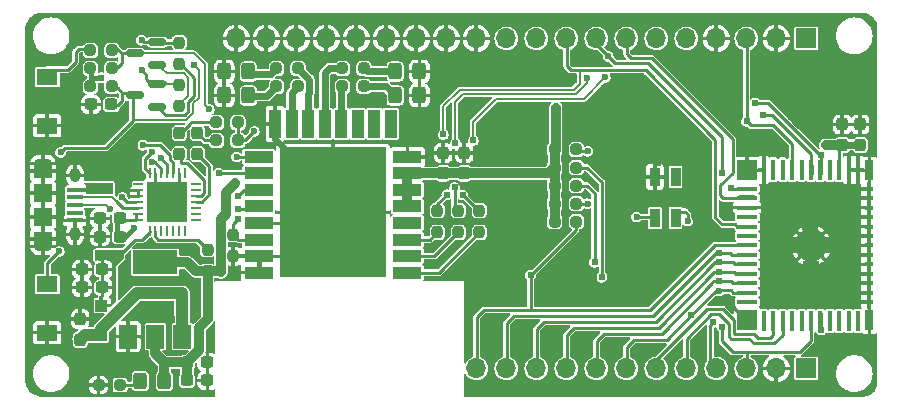
<source format=gtl>
G04 #@! TF.GenerationSoftware,KiCad,Pcbnew,6.0.0*
G04 #@! TF.CreationDate,2022-01-16T15:10:03+01:00*
G04 #@! TF.ProjectId,ESP32 UWB,45535033-3220-4555-9742-2e6b69636164,rev?*
G04 #@! TF.SameCoordinates,Original*
G04 #@! TF.FileFunction,Copper,L1,Top*
G04 #@! TF.FilePolarity,Positive*
%FSLAX46Y46*%
G04 Gerber Fmt 4.6, Leading zero omitted, Abs format (unit mm)*
G04 Created by KiCad (PCBNEW 6.0.0) date 2022-01-16 15:10:03*
%MOMM*%
%LPD*%
G01*
G04 APERTURE LIST*
G04 Aperture macros list*
%AMRoundRect*
0 Rectangle with rounded corners*
0 $1 Rounding radius*
0 $2 $3 $4 $5 $6 $7 $8 $9 X,Y pos of 4 corners*
0 Add a 4 corners polygon primitive as box body*
4,1,4,$2,$3,$4,$5,$6,$7,$8,$9,$2,$3,0*
0 Add four circle primitives for the rounded corners*
1,1,$1+$1,$2,$3*
1,1,$1+$1,$4,$5*
1,1,$1+$1,$6,$7*
1,1,$1+$1,$8,$9*
0 Add four rect primitives between the rounded corners*
20,1,$1+$1,$2,$3,$4,$5,0*
20,1,$1+$1,$4,$5,$6,$7,0*
20,1,$1+$1,$6,$7,$8,$9,0*
20,1,$1+$1,$8,$9,$2,$3,0*%
%AMFreePoly0*
4,1,6,0.725000,-0.725000,-0.725000,-0.725000,-0.725000,0.125000,-0.125000,0.725000,0.725000,0.725000,0.725000,-0.725000,0.725000,-0.725000,$1*%
G04 Aperture macros list end*
G04 #@! TA.AperFunction,SMDPad,CuDef*
%ADD10R,2.450000X1.000000*%
G04 #@! TD*
G04 #@! TA.AperFunction,SMDPad,CuDef*
%ADD11R,1.000000X2.450000*%
G04 #@! TD*
G04 #@! TA.AperFunction,SMDPad,CuDef*
%ADD12R,9.000000X11.000000*%
G04 #@! TD*
G04 #@! TA.AperFunction,SMDPad,CuDef*
%ADD13RoundRect,0.237500X0.237500X-0.250000X0.237500X0.250000X-0.237500X0.250000X-0.237500X-0.250000X0*%
G04 #@! TD*
G04 #@! TA.AperFunction,SMDPad,CuDef*
%ADD14RoundRect,0.237500X0.237500X-0.300000X0.237500X0.300000X-0.237500X0.300000X-0.237500X-0.300000X0*%
G04 #@! TD*
G04 #@! TA.AperFunction,SMDPad,CuDef*
%ADD15RoundRect,0.237500X0.300000X0.237500X-0.300000X0.237500X-0.300000X-0.237500X0.300000X-0.237500X0*%
G04 #@! TD*
G04 #@! TA.AperFunction,SMDPad,CuDef*
%ADD16RoundRect,0.237500X0.237500X-0.287500X0.237500X0.287500X-0.237500X0.287500X-0.237500X-0.287500X0*%
G04 #@! TD*
G04 #@! TA.AperFunction,SMDPad,CuDef*
%ADD17RoundRect,0.237500X-0.237500X0.250000X-0.237500X-0.250000X0.237500X-0.250000X0.237500X0.250000X0*%
G04 #@! TD*
G04 #@! TA.AperFunction,SMDPad,CuDef*
%ADD18RoundRect,0.237500X-0.250000X-0.237500X0.250000X-0.237500X0.250000X0.237500X-0.250000X0.237500X0*%
G04 #@! TD*
G04 #@! TA.AperFunction,SMDPad,CuDef*
%ADD19RoundRect,0.150000X0.587500X0.150000X-0.587500X0.150000X-0.587500X-0.150000X0.587500X-0.150000X0*%
G04 #@! TD*
G04 #@! TA.AperFunction,SMDPad,CuDef*
%ADD20RoundRect,0.237500X0.250000X0.237500X-0.250000X0.237500X-0.250000X-0.237500X0.250000X-0.237500X0*%
G04 #@! TD*
G04 #@! TA.AperFunction,SMDPad,CuDef*
%ADD21RoundRect,0.237500X-0.300000X-0.237500X0.300000X-0.237500X0.300000X0.237500X-0.300000X0.237500X0*%
G04 #@! TD*
G04 #@! TA.AperFunction,SMDPad,CuDef*
%ADD22RoundRect,0.250000X-0.325000X-0.450000X0.325000X-0.450000X0.325000X0.450000X-0.325000X0.450000X0*%
G04 #@! TD*
G04 #@! TA.AperFunction,SMDPad,CuDef*
%ADD23R,1.800000X1.350000*%
G04 #@! TD*
G04 #@! TA.AperFunction,SMDPad,CuDef*
%ADD24RoundRect,0.062500X-0.337500X-0.062500X0.337500X-0.062500X0.337500X0.062500X-0.337500X0.062500X0*%
G04 #@! TD*
G04 #@! TA.AperFunction,SMDPad,CuDef*
%ADD25RoundRect,0.062500X-0.062500X-0.337500X0.062500X-0.337500X0.062500X0.337500X-0.062500X0.337500X0*%
G04 #@! TD*
G04 #@! TA.AperFunction,SMDPad,CuDef*
%ADD26R,3.350000X3.350000*%
G04 #@! TD*
G04 #@! TA.AperFunction,SMDPad,CuDef*
%ADD27R,1.000000X1.000000*%
G04 #@! TD*
G04 #@! TA.AperFunction,SMDPad,CuDef*
%ADD28R,1.500000X2.000000*%
G04 #@! TD*
G04 #@! TA.AperFunction,SMDPad,CuDef*
%ADD29R,3.800000X2.000000*%
G04 #@! TD*
G04 #@! TA.AperFunction,SMDPad,CuDef*
%ADD30RoundRect,0.250000X0.325000X0.450000X-0.325000X0.450000X-0.325000X-0.450000X0.325000X-0.450000X0*%
G04 #@! TD*
G04 #@! TA.AperFunction,SMDPad,CuDef*
%ADD31R,0.400000X1.800000*%
G04 #@! TD*
G04 #@! TA.AperFunction,SMDPad,CuDef*
%ADD32R,1.800000X0.400000*%
G04 #@! TD*
G04 #@! TA.AperFunction,SMDPad,CuDef*
%ADD33R,1.450000X1.450000*%
G04 #@! TD*
G04 #@! TA.AperFunction,SMDPad,CuDef*
%ADD34R,0.800000X0.400000*%
G04 #@! TD*
G04 #@! TA.AperFunction,SMDPad,CuDef*
%ADD35R,1.700000X1.700000*%
G04 #@! TD*
G04 #@! TA.AperFunction,ComponentPad*
%ADD36C,2.800000*%
G04 #@! TD*
G04 #@! TA.AperFunction,SMDPad,CuDef*
%ADD37R,0.700000X1.700000*%
G04 #@! TD*
G04 #@! TA.AperFunction,SMDPad,CuDef*
%ADD38FreePoly0,270.000000*%
G04 #@! TD*
G04 #@! TA.AperFunction,SMDPad,CuDef*
%ADD39R,0.850000X1.600000*%
G04 #@! TD*
G04 #@! TA.AperFunction,SMDPad,CuDef*
%ADD40R,1.350000X0.400000*%
G04 #@! TD*
G04 #@! TA.AperFunction,ComponentPad*
%ADD41O,1.550000X0.890000*%
G04 #@! TD*
G04 #@! TA.AperFunction,SMDPad,CuDef*
%ADD42R,1.550000X1.200000*%
G04 #@! TD*
G04 #@! TA.AperFunction,ComponentPad*
%ADD43O,0.950000X1.250000*%
G04 #@! TD*
G04 #@! TA.AperFunction,SMDPad,CuDef*
%ADD44R,1.550000X1.500000*%
G04 #@! TD*
G04 #@! TA.AperFunction,ComponentPad*
%ADD45R,1.700000X1.700000*%
G04 #@! TD*
G04 #@! TA.AperFunction,ComponentPad*
%ADD46O,1.700000X1.700000*%
G04 #@! TD*
G04 #@! TA.AperFunction,ViaPad*
%ADD47C,0.600000*%
G04 #@! TD*
G04 #@! TA.AperFunction,ViaPad*
%ADD48C,0.604800*%
G04 #@! TD*
G04 #@! TA.AperFunction,ViaPad*
%ADD49C,0.700000*%
G04 #@! TD*
G04 #@! TA.AperFunction,Conductor*
%ADD50C,0.250000*%
G04 #@! TD*
G04 #@! TA.AperFunction,Conductor*
%ADD51C,0.609600*%
G04 #@! TD*
G04 #@! TA.AperFunction,Conductor*
%ADD52C,0.406400*%
G04 #@! TD*
G04 #@! TA.AperFunction,Conductor*
%ADD53C,0.812800*%
G04 #@! TD*
G04 #@! TA.AperFunction,Conductor*
%ADD54C,0.254000*%
G04 #@! TD*
G04 #@! TA.AperFunction,Conductor*
%ADD55C,1.016000*%
G04 #@! TD*
G04 #@! TA.AperFunction,Conductor*
%ADD56C,0.200000*%
G04 #@! TD*
G04 APERTURE END LIST*
D10*
X144792800Y-110758955D03*
D11*
X134992800Y-98158955D03*
X136392800Y-98158955D03*
X137792800Y-98158955D03*
X139192800Y-98158955D03*
X140592800Y-98158955D03*
X141992800Y-98158955D03*
X143392800Y-98158955D03*
D10*
X144792800Y-106558955D03*
X132192800Y-107958955D03*
X144792800Y-107958955D03*
X132192800Y-105158955D03*
X132192800Y-100958955D03*
X132192800Y-103758955D03*
X132192800Y-102358955D03*
X144792800Y-103758955D03*
X144792800Y-102358955D03*
X144792800Y-105158955D03*
X132192800Y-110758955D03*
X132192800Y-106558955D03*
X144792800Y-100958955D03*
X132192800Y-109358955D03*
D11*
X133592800Y-98158955D03*
D12*
X138492800Y-105658955D03*
D10*
X144792800Y-109358955D03*
D13*
X125476000Y-96670500D03*
X125476000Y-94845500D03*
D14*
X181610000Y-99941155D03*
X181610000Y-98216155D03*
D15*
X120496500Y-107714655D03*
X118771500Y-107714655D03*
D16*
X125476000Y-100697000D03*
X125476000Y-98947000D03*
D15*
X120496500Y-106172000D03*
X118771500Y-106172000D03*
D17*
X130048000Y-107545500D03*
X130048000Y-109370500D03*
D18*
X157272862Y-101872655D03*
X159097862Y-101872655D03*
D19*
X123619500Y-96708000D03*
X123619500Y-94808000D03*
X121744500Y-95758000D03*
D20*
X119782600Y-93472000D03*
X117957600Y-93472000D03*
D17*
X127875000Y-108812500D03*
X127875000Y-110637500D03*
D21*
X126137500Y-118364000D03*
X127862500Y-118364000D03*
D16*
X127000000Y-100697000D03*
X127000000Y-98947000D03*
D20*
X119784500Y-94996000D03*
X117959500Y-94996000D03*
D22*
X129277000Y-93726000D03*
X131327000Y-93726000D03*
X129277000Y-95758000D03*
X131327000Y-95758000D03*
D20*
X130452500Y-98044000D03*
X128627500Y-98044000D03*
D15*
X118972500Y-112014000D03*
X117247500Y-112014000D03*
D23*
X114300000Y-94216000D03*
X114300000Y-98316000D03*
D21*
X126137500Y-119888000D03*
X127862500Y-119888000D03*
D22*
X122165000Y-119912655D03*
X124215000Y-119912655D03*
D15*
X118972500Y-110490000D03*
X117247500Y-110490000D03*
D23*
X114300000Y-115842000D03*
X114300000Y-111742000D03*
D14*
X117094000Y-116432500D03*
X117094000Y-114707500D03*
D24*
X122010000Y-103293655D03*
X122010000Y-103793655D03*
X122010000Y-104293655D03*
X122010000Y-104793655D03*
X122010000Y-105293655D03*
X122010000Y-105793655D03*
X122010000Y-106293655D03*
D25*
X122960000Y-107243655D03*
X123460000Y-107243655D03*
X123960000Y-107243655D03*
X124460000Y-107243655D03*
X124960000Y-107243655D03*
X125460000Y-107243655D03*
X125960000Y-107243655D03*
D24*
X126910000Y-106293655D03*
X126910000Y-105793655D03*
X126910000Y-105293655D03*
X126910000Y-104793655D03*
X126910000Y-104293655D03*
X126910000Y-103793655D03*
X126910000Y-103293655D03*
D25*
X125960000Y-102343655D03*
X125460000Y-102343655D03*
X124960000Y-102343655D03*
X124460000Y-102343655D03*
X123960000Y-102343655D03*
X123460000Y-102343655D03*
X122960000Y-102343655D03*
D26*
X124460000Y-104793655D03*
D14*
X147828000Y-102354155D03*
X147828000Y-100629155D03*
D18*
X118648600Y-120269000D03*
X120473600Y-120269000D03*
D17*
X147320000Y-105513500D03*
X147320000Y-107338500D03*
D27*
X118872000Y-116058000D03*
X118872000Y-113558000D03*
D14*
X149606000Y-102354155D03*
X149606000Y-100629155D03*
D18*
X117959500Y-91948000D03*
X119784500Y-91948000D03*
D28*
X121144000Y-116180000D03*
X123444000Y-116180000D03*
D29*
X123444000Y-109880000D03*
D28*
X125744000Y-116180000D03*
D18*
X157272862Y-104920655D03*
X159097862Y-104920655D03*
X157272862Y-106444655D03*
X159097862Y-106444655D03*
D14*
X183134000Y-99941155D03*
X183134000Y-98216155D03*
D18*
X139295500Y-94996000D03*
X141120500Y-94996000D03*
D15*
X119734500Y-96520000D03*
X118009500Y-96520000D03*
D30*
X145805000Y-93726000D03*
X143755000Y-93726000D03*
D20*
X135532500Y-94996000D03*
X133707500Y-94996000D03*
D18*
X157272862Y-100330000D03*
X159097862Y-100330000D03*
D20*
X130452500Y-99568000D03*
X128627500Y-99568000D03*
D31*
X182960000Y-102058000D03*
X182160000Y-102058000D03*
X181360000Y-102058000D03*
X180560000Y-102058000D03*
X179760000Y-102058000D03*
X178960000Y-102058000D03*
X178160000Y-102058000D03*
X177360000Y-102058000D03*
X176560000Y-102058000D03*
X175760000Y-102058000D03*
X174960000Y-102058000D03*
D32*
X173560000Y-103658000D03*
X173560000Y-104458000D03*
X173560000Y-105258000D03*
X173560000Y-106058000D03*
X173560000Y-106858000D03*
X173560000Y-107658000D03*
X173560000Y-108458000D03*
X173560000Y-109258000D03*
X173560000Y-110058000D03*
X173560000Y-110858000D03*
X173560000Y-111658000D03*
X173560000Y-112458000D03*
X173560000Y-113258000D03*
D31*
X174960000Y-114858000D03*
X175760000Y-114858000D03*
X176560000Y-114858000D03*
X177360000Y-114858000D03*
X178160000Y-114858000D03*
X178960000Y-114858000D03*
X179760000Y-114858000D03*
X180560000Y-114858000D03*
X181360000Y-114858000D03*
X182160000Y-114858000D03*
X182960000Y-114858000D03*
D33*
X180935000Y-110433000D03*
D34*
X183860000Y-105258000D03*
D35*
X173560000Y-102108000D03*
D33*
X176985000Y-110433000D03*
D34*
X183860000Y-111658000D03*
X183860000Y-110058000D03*
X183860000Y-113258000D03*
X183860000Y-110858000D03*
D33*
X180935000Y-108458000D03*
D34*
X183860000Y-108458000D03*
D36*
X178960000Y-108458000D03*
D34*
X183860000Y-103658000D03*
D33*
X176985000Y-106483000D03*
D34*
X183860000Y-112458000D03*
X183860000Y-109258000D03*
D33*
X178910000Y-106483000D03*
X176985000Y-108458000D03*
D37*
X183910000Y-102108000D03*
D34*
X183860000Y-107658000D03*
D33*
X178960000Y-110433000D03*
D35*
X173560000Y-114808000D03*
D38*
X180935000Y-106483000D03*
D34*
X183860000Y-106058000D03*
D37*
X183910000Y-114808000D03*
D34*
X183860000Y-106858000D03*
X183860000Y-104458000D03*
D17*
X150876000Y-105513500D03*
X150876000Y-107338500D03*
D30*
X145805000Y-95758000D03*
X143755000Y-95758000D03*
D39*
X167499000Y-102644000D03*
X165749000Y-102644000D03*
X165749000Y-106144000D03*
X167499000Y-106144000D03*
D18*
X157272862Y-103396655D03*
X159097862Y-103396655D03*
D20*
X135532500Y-93472000D03*
X133707500Y-93472000D03*
D13*
X125476000Y-93114500D03*
X125476000Y-91289500D03*
D40*
X116639000Y-103729000D03*
X116639000Y-104379000D03*
X116639000Y-105029000D03*
X116639000Y-105679000D03*
X116639000Y-106329000D03*
D41*
X113939000Y-108529000D03*
D42*
X113939000Y-107929000D03*
D43*
X116639000Y-102529000D03*
D44*
X113939000Y-106029000D03*
X113939000Y-104029000D03*
D43*
X116639000Y-107529000D03*
D42*
X113939000Y-102129000D03*
D41*
X113939000Y-101529000D03*
D18*
X139295500Y-93472000D03*
X141120500Y-93472000D03*
D19*
X123619500Y-93146855D03*
X123619500Y-91246855D03*
X121744500Y-92196855D03*
D17*
X149098000Y-105513500D03*
X149098000Y-107338500D03*
D45*
X178562000Y-90932000D03*
D46*
X176022000Y-90932000D03*
X173482000Y-90932000D03*
X170942000Y-90932000D03*
X168402000Y-90932000D03*
X165862000Y-90932000D03*
X163322000Y-90932000D03*
X160782000Y-90932000D03*
X158242000Y-90932000D03*
X155702000Y-90932000D03*
X153162000Y-90932000D03*
X150622000Y-90932000D03*
X148082000Y-90932000D03*
X145542000Y-90932000D03*
X143002000Y-90932000D03*
X140462000Y-90932000D03*
X137922000Y-90932000D03*
X135382000Y-90932000D03*
X132842000Y-90932000D03*
X130302000Y-90932000D03*
D45*
X178562000Y-118872000D03*
D46*
X176022000Y-118872000D03*
X173482000Y-118872000D03*
X170942000Y-118872000D03*
X168402000Y-118872000D03*
X165862000Y-118872000D03*
X163322000Y-118872000D03*
X160782000Y-118872000D03*
X158242000Y-118872000D03*
X155702000Y-118872000D03*
X153162000Y-118872000D03*
X150622000Y-118872000D03*
D47*
X136180406Y-101696055D03*
X176991700Y-106266855D03*
D48*
X177271100Y-97554655D03*
X172318100Y-97173655D03*
X155554100Y-100983655D03*
D47*
X135469206Y-100781655D03*
D48*
X161396100Y-95141655D03*
X182605100Y-112286655D03*
X115951000Y-117602000D03*
X159491100Y-111905655D03*
X154478300Y-92268359D03*
D47*
X141793806Y-102077055D03*
D48*
X158593100Y-96792655D03*
X123169100Y-103904655D03*
X117221000Y-119253000D03*
X172017717Y-105350283D03*
D47*
X181055700Y-108298855D03*
D48*
X169701900Y-118001655D03*
X120883100Y-110635655D03*
D47*
X115443000Y-105029000D03*
X138872806Y-102127855D03*
D48*
X124273800Y-89850455D03*
D47*
X136713806Y-104566255D03*
D48*
X157018300Y-92268359D03*
X119888000Y-117602000D03*
D47*
X141565206Y-100680055D03*
D48*
X180319100Y-118128655D03*
D47*
X141336606Y-104515455D03*
D48*
X117073100Y-101110655D03*
X117073100Y-120414655D03*
X131318000Y-97282000D03*
X156210000Y-94714355D03*
D47*
X138949006Y-104515455D03*
D48*
X118925500Y-90084255D03*
D47*
X142479606Y-104515455D03*
D48*
X127000000Y-113030000D03*
D47*
X115443000Y-106045000D03*
X137094806Y-102026255D03*
D48*
X115824000Y-92456000D03*
X164063100Y-100221655D03*
D47*
X137145606Y-100756255D03*
X179023700Y-106266855D03*
D48*
X151236100Y-100983655D03*
X157001900Y-118001655D03*
X113411000Y-96139000D03*
X124058100Y-104793655D03*
X117073100Y-99332655D03*
X170180000Y-101600000D03*
D47*
X134656406Y-101721455D03*
D48*
X128383506Y-91988559D03*
D47*
X137831406Y-104591655D03*
D48*
X179023700Y-104666655D03*
X183875100Y-116858655D03*
X170159100Y-104793655D03*
X172064100Y-94760655D03*
D47*
X135596206Y-104515455D03*
D48*
X120121100Y-101110655D03*
X166095100Y-108476655D03*
X124947100Y-105682655D03*
X155554100Y-103777655D03*
X175493100Y-104666655D03*
X151236100Y-103777655D03*
D47*
X140142806Y-104566255D03*
D48*
X172212000Y-107280155D03*
X126567200Y-90301655D03*
X124206000Y-98552000D03*
D47*
X140396806Y-102127855D03*
X179023700Y-110330855D03*
X121998100Y-98824655D03*
D48*
X183615700Y-93069355D03*
X167492100Y-93490655D03*
X116819100Y-89426655D03*
D47*
X115443000Y-104013000D03*
D48*
X118597100Y-97808655D03*
D47*
X176991700Y-108298855D03*
X181055700Y-110330855D03*
X134529406Y-104515455D03*
D48*
X168635100Y-98824655D03*
X181843100Y-116858655D03*
X122413606Y-114142055D03*
X166095100Y-111905655D03*
X181653400Y-93003855D03*
X175493100Y-112286655D03*
X162031100Y-104285655D03*
X171660600Y-113030000D03*
D47*
X139660206Y-101696055D03*
D48*
X120904000Y-118745000D03*
D47*
X142479606Y-101670655D03*
D48*
X169651100Y-108476655D03*
X150982100Y-112667655D03*
X158809800Y-94198955D03*
D47*
X135393006Y-102102455D03*
X181055700Y-106266855D03*
D48*
X180319100Y-120160655D03*
X182605100Y-104666655D03*
X175493100Y-108298855D03*
X125801636Y-108549955D03*
X128016000Y-117094000D03*
X179023700Y-112286655D03*
X145502206Y-99156055D03*
X159491100Y-108476655D03*
X162031100Y-108476655D03*
X124947100Y-103904655D03*
D47*
X141057206Y-101696055D03*
D48*
X121030300Y-89819155D03*
X169651100Y-92347655D03*
X162560000Y-100221655D03*
X122174000Y-117856000D03*
D47*
X176991700Y-110330855D03*
X138822006Y-100680055D03*
D48*
X151871100Y-116477655D03*
X156443100Y-111905655D03*
X180471100Y-89550755D03*
X180605006Y-91790055D03*
X172974000Y-101600000D03*
X155554100Y-106317655D03*
X170032100Y-96030655D03*
X146873806Y-99435455D03*
X123169100Y-105682655D03*
X164444100Y-94633655D03*
X172699100Y-98697655D03*
X154538100Y-116477655D03*
X163047100Y-111905655D03*
X165968100Y-101491655D03*
D47*
X138034606Y-101696055D03*
D48*
X164621900Y-118001655D03*
D47*
X140193606Y-100730855D03*
D48*
X182605100Y-108298855D03*
X112903000Y-117983000D03*
X122936000Y-111506000D03*
X156053100Y-96792655D03*
D49*
X180192100Y-99967655D03*
D48*
X157357500Y-96792655D03*
D47*
X131826000Y-98806000D03*
D48*
X118871100Y-94252655D03*
D49*
X146638700Y-102355255D03*
X157357500Y-98697655D03*
X130230300Y-103168055D03*
D47*
X127762000Y-114808000D03*
X121645100Y-106952655D03*
D49*
X119486100Y-109474000D03*
X118724100Y-109474000D03*
X120248100Y-109474000D03*
D47*
X119072100Y-103684655D03*
X168508300Y-106393655D03*
D49*
X125730000Y-112522000D03*
D48*
X126746000Y-93218000D03*
X173518100Y-97935655D03*
D47*
X115316000Y-108966000D03*
X115422100Y-100584000D03*
D48*
X174858100Y-97427655D03*
D47*
X160075300Y-100475655D03*
D48*
X179832000Y-100838000D03*
X174223100Y-96411655D03*
X150368000Y-99568000D03*
D47*
X161544000Y-94234000D03*
D48*
X149458100Y-104158655D03*
X172212000Y-103632000D03*
X148797700Y-103549055D03*
D47*
X161798000Y-92456000D03*
X159999100Y-94252655D03*
D48*
X148844000Y-99822000D03*
X171444711Y-102362000D03*
X147828000Y-99060000D03*
X148137300Y-104158655D03*
D47*
X123169100Y-101415455D03*
D48*
X171419958Y-115346042D03*
D47*
X123931100Y-101092000D03*
D48*
X170688000Y-114956555D03*
X179841500Y-115588655D03*
D47*
X171200500Y-112298855D03*
X128016000Y-96945055D03*
D48*
X168812900Y-114369455D03*
D47*
X164190100Y-106039655D03*
D48*
X171187900Y-111498855D03*
D47*
X130331200Y-100958955D03*
D48*
X161269100Y-111143655D03*
X130433500Y-106216055D03*
X171187900Y-110698855D03*
X130484300Y-105377855D03*
X171187900Y-109898855D03*
X160634100Y-109873655D03*
X130408100Y-104285655D03*
D47*
X160049900Y-104920655D03*
D48*
X171187900Y-109098855D03*
X128807900Y-102355255D03*
X155223900Y-110991255D03*
D47*
X119634000Y-105410000D03*
X120650000Y-104394000D03*
X122280100Y-91077655D03*
X123169100Y-100577255D03*
X122407100Y-99967655D03*
X122280100Y-93617655D03*
D50*
X177360000Y-99890000D02*
X175768000Y-98298000D01*
X177360000Y-102058000D02*
X177360000Y-99890000D01*
X125460000Y-103391755D02*
X124947100Y-103904655D01*
X130048000Y-109370500D02*
X132181255Y-109370500D01*
X132192800Y-109358955D02*
X134792800Y-109358955D01*
D51*
X133583100Y-99459655D02*
X133583100Y-98168655D01*
D50*
X173560000Y-114808000D02*
X173438600Y-114808000D01*
D52*
X132192800Y-109358955D02*
X132192800Y-110758955D01*
D50*
X134792800Y-109358955D02*
X138492800Y-105658955D01*
D51*
X135082400Y-100958955D02*
X133583100Y-99459655D01*
X133583100Y-98168655D02*
X133592800Y-98158955D01*
D50*
X123460000Y-103613755D02*
X123169100Y-103904655D01*
X125460000Y-102343655D02*
X125460000Y-103391755D01*
X134721106Y-106558955D02*
X136713806Y-104566255D01*
X173438600Y-114808000D02*
X171660600Y-113030000D01*
D53*
X132199500Y-109365655D02*
X132192800Y-109358955D01*
D50*
X123460000Y-102343655D02*
X123460000Y-103613755D01*
X132181255Y-109370500D02*
X132192800Y-109358955D01*
X132192800Y-106558955D02*
X134721106Y-106558955D01*
D53*
X157272862Y-100330000D02*
X157272862Y-101872655D01*
X144792800Y-102358955D02*
X144792800Y-103758955D01*
X128925500Y-110637500D02*
X129014680Y-110726680D01*
D54*
X120209100Y-106293655D02*
X120209100Y-106317655D01*
D52*
X120209100Y-107714655D02*
X120883100Y-107714655D01*
D53*
X157207345Y-101872655D02*
X156718000Y-102362000D01*
X149606000Y-102354155D02*
X147828000Y-102354155D01*
D52*
X118871100Y-94252655D02*
X118025600Y-94252655D01*
D53*
X157272862Y-103396655D02*
X157272862Y-104920655D01*
X127155289Y-117346211D02*
X126137500Y-118364000D01*
X129014680Y-106187075D02*
X129014680Y-110726680D01*
X127155289Y-115414711D02*
X127155289Y-117346211D01*
X124206000Y-119903655D02*
X124215000Y-119912655D01*
X123444000Y-109880000D02*
X126136000Y-109880000D01*
X127875000Y-114695000D02*
X127875000Y-110637500D01*
X157272862Y-104920655D02*
X157272862Y-106444655D01*
D51*
X181462100Y-99941155D02*
X183134000Y-99941155D01*
D53*
X147828000Y-102354155D02*
X146639800Y-102354155D01*
X124206000Y-118364000D02*
X123444000Y-117602000D01*
X127762000Y-114808000D02*
X127155289Y-115414711D01*
X180192100Y-99967655D02*
X181583500Y-99967655D01*
D52*
X120883100Y-107714655D02*
X121645100Y-106952655D01*
D53*
X146638700Y-102355255D02*
X144796500Y-102355255D01*
X127762000Y-114808000D02*
X127875000Y-114695000D01*
X129392100Y-104031655D02*
X129392100Y-105809655D01*
D52*
X120209100Y-106317655D02*
X120209100Y-107714655D01*
D53*
X157357500Y-100245362D02*
X157272862Y-100330000D01*
X126137500Y-118364000D02*
X126137500Y-119888000D01*
X127875000Y-110637500D02*
X128925500Y-110637500D01*
X126893500Y-110637500D02*
X127875000Y-110637500D01*
D54*
X121782100Y-106293655D02*
X121782100Y-105793655D01*
D50*
X181360000Y-100191155D02*
X181610000Y-99941155D01*
D53*
X157357500Y-98697655D02*
X157357500Y-96792655D01*
X129392100Y-105809655D02*
X129014680Y-106187075D01*
X126137500Y-118364000D02*
X124206000Y-118364000D01*
D50*
X130452500Y-99568000D02*
X130452500Y-98044000D01*
D53*
X126136000Y-109880000D02*
X126893500Y-110637500D01*
X156718000Y-102362000D02*
X149613845Y-102362000D01*
D52*
X118020100Y-95161055D02*
X118025600Y-94252655D01*
D53*
X157272862Y-101872655D02*
X157272862Y-103396655D01*
D54*
X181462100Y-100144399D02*
X181462100Y-99928655D01*
D53*
X181583500Y-99967655D02*
X181610000Y-99941155D01*
X123444000Y-117602000D02*
X123444000Y-116180000D01*
X124206000Y-118364000D02*
X124206000Y-119903655D01*
D54*
X121782100Y-106293655D02*
X120209100Y-106293655D01*
D51*
X181435600Y-99967655D02*
X181462100Y-99941155D01*
D52*
X118025600Y-94252655D02*
X118025600Y-93349355D01*
D50*
X131064000Y-99568000D02*
X130452500Y-99568000D01*
D53*
X157272862Y-101872655D02*
X157207345Y-101872655D01*
D50*
X131826000Y-98806000D02*
X131064000Y-99568000D01*
D55*
X144792800Y-102358955D02*
X144792799Y-102358955D01*
D53*
X130230300Y-103168055D02*
X129392100Y-104031655D01*
X149613845Y-102362000D02*
X149606000Y-102354155D01*
X157357500Y-98697655D02*
X157357500Y-100245362D01*
D50*
X181360000Y-102058000D02*
X181360000Y-100191155D01*
D53*
X144792800Y-103758955D02*
X144792800Y-105158955D01*
D50*
X122960000Y-107243655D02*
X122960000Y-107358484D01*
D54*
X120248100Y-109474000D02*
X121753445Y-107968655D01*
D50*
X119027755Y-103729000D02*
X119072100Y-103684655D01*
D54*
X121753445Y-107968655D02*
X122153100Y-107968655D01*
D50*
X116639000Y-103729000D02*
X119027755Y-103729000D01*
X122349829Y-107968655D02*
X122153100Y-107968655D01*
X122960000Y-107358484D02*
X122349829Y-107968655D01*
X121808655Y-120269000D02*
X122165000Y-119912655D01*
X120473600Y-120269000D02*
X121808655Y-120269000D01*
D51*
X132905463Y-95798037D02*
X133707500Y-94996000D01*
X131220031Y-95798037D02*
X132905463Y-95798037D01*
X131202490Y-93961955D02*
X133217545Y-93961955D01*
X133217545Y-93961955D02*
X133707500Y-93472000D01*
X141374500Y-93726000D02*
X143755000Y-93726000D01*
X141120500Y-93472000D02*
X141374500Y-93726000D01*
X141120500Y-94996000D02*
X142993000Y-94996000D01*
X142993000Y-94996000D02*
X143755000Y-95758000D01*
D50*
X126489755Y-98044000D02*
X126344100Y-98189655D01*
X128627500Y-98044000D02*
X126489755Y-98044000D01*
D54*
X126344100Y-98189655D02*
X125582100Y-98951655D01*
D50*
X127586920Y-102948920D02*
X127254000Y-102616000D01*
X126910000Y-104293655D02*
X127290012Y-104293655D01*
D54*
X125582100Y-100971655D02*
X125582100Y-101491655D01*
X125591365Y-101500920D02*
X126138920Y-101500920D01*
D50*
X127290012Y-104293655D02*
X127586920Y-103996747D01*
X127586920Y-103996747D02*
X127586920Y-102948920D01*
D54*
X126138920Y-101500920D02*
X127254000Y-102616000D01*
X125582100Y-101491655D02*
X125591365Y-101500920D01*
D50*
X128627500Y-99568000D02*
X127621000Y-99568000D01*
X127621000Y-99568000D02*
X127000000Y-98947000D01*
X127362345Y-104793655D02*
X128016000Y-104140000D01*
X128016000Y-101713000D02*
X127000000Y-100697000D01*
X128016000Y-104140000D02*
X128016000Y-101713000D01*
X126910000Y-104793655D02*
X127362345Y-104793655D01*
D56*
X126202920Y-95792835D02*
X125476000Y-96519755D01*
X126202920Y-94242031D02*
X126202920Y-95792835D01*
X123586500Y-93146855D02*
X124400200Y-93897055D01*
X125857944Y-93897055D02*
X126202920Y-94242031D01*
X124400200Y-93897055D02*
X125857944Y-93897055D01*
D50*
X123619500Y-96708000D02*
X124346420Y-97434920D01*
X126746000Y-95782801D02*
X126746000Y-94252066D01*
X125926579Y-97434920D02*
X126250400Y-97111099D01*
X126746000Y-94252066D02*
X125602389Y-93108455D01*
X124346420Y-97434920D02*
X125926579Y-97434920D01*
X126250400Y-97111099D02*
X126250400Y-96278401D01*
X125602389Y-93108455D02*
X125476000Y-93108455D01*
X126250400Y-96278401D02*
X126746000Y-95782801D01*
D54*
X116692100Y-92915754D02*
X116041854Y-93566000D01*
X116692100Y-92093655D02*
X116975700Y-91810055D01*
X116041854Y-93566000D02*
X114300000Y-93566000D01*
X118020100Y-91810055D02*
X116975700Y-91810055D01*
X116692100Y-92093655D02*
X116692100Y-92915754D01*
D50*
X144792800Y-107958955D02*
X146699545Y-107958955D01*
X146699545Y-107958955D02*
X147320000Y-107338500D01*
X144792800Y-109358955D02*
X147077545Y-109358955D01*
X147077545Y-109358955D02*
X149098000Y-107338500D01*
D54*
X123444000Y-107259655D02*
X123444000Y-107696000D01*
X127031155Y-107968655D02*
X127875000Y-108812500D01*
X123444000Y-107696000D02*
X123716655Y-107968655D01*
X123460000Y-107243655D02*
X123444000Y-107259655D01*
X123716655Y-107968655D02*
X127031155Y-107968655D01*
D50*
X147455545Y-110758955D02*
X150876000Y-107338500D01*
X144792800Y-110758955D02*
X147455545Y-110758955D01*
D55*
X125730000Y-112522000D02*
X121886089Y-112522000D01*
X125730000Y-112522000D02*
X125730000Y-113845689D01*
D54*
X167351100Y-105589655D02*
X168288100Y-105589655D01*
X168288100Y-105589655D02*
X168508100Y-105809655D01*
D55*
X118872000Y-115536089D02*
X118872000Y-116058000D01*
X125730000Y-113845689D02*
X125744000Y-116180000D01*
X121886089Y-112522000D02*
X118872000Y-115536089D01*
D54*
X168508100Y-106393455D02*
X168508300Y-106393655D01*
D55*
X117468500Y-116058000D02*
X117094000Y-116432500D01*
D54*
X168508100Y-105809655D02*
X168508100Y-106393455D01*
D55*
X118872000Y-116058000D02*
X117468500Y-116058000D01*
D54*
X121538900Y-95546055D02*
X121538900Y-97834055D01*
X120652500Y-95546055D02*
X121538900Y-95546055D01*
X119232100Y-100221655D02*
X121538900Y-97914855D01*
D50*
X114300000Y-109982000D02*
X115316000Y-108966000D01*
D54*
X173880445Y-98298000D02*
X175768000Y-98298000D01*
X115784445Y-100221655D02*
X119232100Y-100221655D01*
D50*
X114300000Y-111092000D02*
X114300000Y-109982000D01*
D54*
X120267500Y-95161055D02*
X120652500Y-95546055D01*
D56*
X127122920Y-93594920D02*
X126746000Y-93218000D01*
X126627320Y-97267225D02*
X126627320Y-96434527D01*
D54*
X115422100Y-100584000D02*
X115784445Y-100221655D01*
D56*
X127122920Y-95938927D02*
X127122920Y-93594920D01*
D54*
X173518100Y-97935655D02*
X173880445Y-98298000D01*
X119720100Y-95161055D02*
X120267500Y-95161055D01*
X119751900Y-96564055D02*
X120273500Y-96564055D01*
D56*
X121538900Y-97834055D02*
X126060489Y-97834055D01*
D54*
X121543500Y-95748655D02*
X121538900Y-95546055D01*
X120629100Y-95569455D02*
X120629100Y-96208455D01*
D56*
X126060489Y-97834055D02*
X126627320Y-97267225D01*
X126627320Y-96434527D02*
X127122920Y-95938927D01*
D54*
X120652500Y-95546055D02*
X120629100Y-95569455D01*
X120273500Y-96564055D02*
X120629100Y-96208455D01*
X121538900Y-97914855D02*
X121538900Y-97834055D01*
X173518100Y-91033655D02*
X173518100Y-97935655D01*
X174858100Y-97427655D02*
X175636317Y-97427655D01*
X179041500Y-102398855D02*
X179041500Y-101611055D01*
X178960000Y-100751338D02*
X175636317Y-97427655D01*
X178960000Y-102058000D02*
X178960000Y-100751338D01*
X179732346Y-100838000D02*
X179832000Y-100838000D01*
X159035362Y-100475655D02*
X160075300Y-100475655D01*
X179832000Y-100838000D02*
X179841500Y-100847500D01*
X175306001Y-96411655D02*
X179732346Y-100838000D01*
X179841500Y-100847500D02*
X179841500Y-102398855D01*
X174223100Y-96411655D02*
X175306001Y-96411655D01*
X174141500Y-104298855D02*
X172839300Y-104298855D01*
D56*
X150368000Y-97965555D02*
X152302900Y-96030655D01*
D54*
X163358100Y-91033655D02*
X163358100Y-92277655D01*
D56*
X150368000Y-99568000D02*
X150368000Y-97965555D01*
D50*
X171267331Y-104211331D02*
X171267331Y-103358651D01*
D56*
X152302900Y-96030655D02*
X159723185Y-96030655D01*
D54*
X165460100Y-92601655D02*
X163682100Y-92601655D01*
D50*
X173560000Y-104458000D02*
X171514000Y-104458000D01*
D56*
X159723185Y-96030655D02*
X161519840Y-94234000D01*
D54*
X163682100Y-92601655D02*
X163358100Y-92277655D01*
D50*
X150876000Y-105513500D02*
X150812945Y-105513500D01*
X150812945Y-105513500D02*
X149458100Y-104158655D01*
D54*
X172318100Y-99459655D02*
X165460100Y-92601655D01*
D50*
X172318100Y-102307882D02*
X172318100Y-99459655D01*
D56*
X161519840Y-94234000D02*
X161544000Y-94234000D01*
D50*
X171514000Y-104458000D02*
X171267331Y-104211331D01*
X171267331Y-103358651D02*
X172318100Y-102307882D01*
X149098000Y-105513500D02*
X148797700Y-105213200D01*
D54*
X160818100Y-91476100D02*
X161798000Y-92456000D01*
D56*
X148844000Y-99822000D02*
X148797700Y-99775700D01*
D50*
X148797700Y-105213200D02*
X148797700Y-103549055D01*
D56*
X148797700Y-99775700D02*
X148797700Y-96297355D01*
X148797700Y-96297355D02*
X149458100Y-95636955D01*
D54*
X171444711Y-99319289D02*
X171444711Y-102362000D01*
X162349575Y-93007575D02*
X165143575Y-93007575D01*
D56*
X149458100Y-95636955D02*
X159033900Y-95636955D01*
D50*
X172238000Y-103658000D02*
X173560000Y-103658000D01*
D54*
X160818100Y-91033655D02*
X160818100Y-91476100D01*
X171450000Y-99314000D02*
X171444711Y-99319289D01*
X161798000Y-92456000D02*
X162349575Y-93007575D01*
D56*
X159999100Y-94671755D02*
X159999100Y-94252655D01*
D54*
X165143575Y-93007575D02*
X171450000Y-99314000D01*
D56*
X159033900Y-95636955D02*
X159999100Y-94671755D01*
X159364100Y-94760655D02*
X159364100Y-93617655D01*
D50*
X147320000Y-104975955D02*
X148137300Y-104158655D01*
X172528178Y-106680000D02*
X171450000Y-106680000D01*
X171450000Y-106680000D02*
X170865411Y-106095411D01*
D56*
X147828000Y-99060000D02*
X147828000Y-96644755D01*
D54*
X164952100Y-93617655D02*
X159364100Y-93617655D01*
D50*
X170865411Y-106095411D02*
X170865411Y-99530966D01*
X172706178Y-106858000D02*
X172528178Y-106680000D01*
X173560000Y-106858000D02*
X172706178Y-106858000D01*
D54*
X158278100Y-91033655D02*
X158278100Y-93293655D01*
D56*
X158856100Y-95268655D02*
X159364100Y-94760655D01*
D50*
X147320000Y-105513500D02*
X147320000Y-104975955D01*
D54*
X158602100Y-93617655D02*
X158278100Y-93293655D01*
D56*
X147828000Y-96644755D02*
X149204100Y-95268655D01*
D54*
X159364100Y-93617655D02*
X158602100Y-93617655D01*
D56*
X149204100Y-95268655D02*
X158856100Y-95268655D01*
D50*
X170865411Y-99530966D02*
X164952100Y-93617655D01*
X123960000Y-101963643D02*
X123411812Y-101415455D01*
D54*
X178960000Y-116525254D02*
X178960000Y-114858000D01*
X173518100Y-117493655D02*
X177991599Y-117493655D01*
X171419958Y-116555958D02*
X172357655Y-117493655D01*
X171419958Y-115346042D02*
X171419958Y-116555958D01*
X172357655Y-117493655D02*
X173518100Y-117493655D01*
D50*
X123411812Y-101415455D02*
X123169100Y-101415455D01*
X123960000Y-102343655D02*
X123960000Y-101963643D01*
D54*
X177991599Y-117493655D02*
X178960000Y-116525254D01*
X173518100Y-118973655D02*
X173518100Y-117493655D01*
D50*
X124460000Y-101620900D02*
X123931100Y-101092000D01*
D54*
X179841500Y-114198855D02*
X179841500Y-115588655D01*
D50*
X170434000Y-115210555D02*
X170688000Y-114956555D01*
X124460000Y-102343655D02*
X124460000Y-101620900D01*
X170947000Y-118872000D02*
X170434000Y-118359000D01*
X170434000Y-118359000D02*
X170434000Y-115210555D01*
D54*
X173736000Y-116338831D02*
X174133089Y-116735920D01*
X168438100Y-118973655D02*
X168438100Y-116384356D01*
X174133089Y-116735920D02*
X175872080Y-116735920D01*
X172218831Y-116338831D02*
X173736000Y-116338831D01*
X168438100Y-116384356D02*
X170522456Y-114300000D01*
X171196000Y-114300000D02*
X172029169Y-115133169D01*
X175872080Y-116735920D02*
X176560000Y-116048000D01*
X172029169Y-115133169D02*
X172029169Y-116149169D01*
X176560000Y-116048000D02*
X176560000Y-114858000D01*
X170522456Y-114300000D02*
X171196000Y-114300000D01*
X172029169Y-116149169D02*
X172218831Y-116338831D01*
D50*
X175760000Y-116070000D02*
X175760000Y-114858000D01*
X175768000Y-116078000D02*
X175760000Y-116070000D01*
X165867000Y-118872000D02*
X165867000Y-118134626D01*
X172433089Y-114775089D02*
X172433089Y-115934911D01*
X172433089Y-115934911D02*
X174100911Y-115934911D01*
X170180000Y-113821626D02*
X171479626Y-113821626D01*
X175514000Y-116332000D02*
X175768000Y-116078000D01*
X165867000Y-118134626D02*
X170180000Y-113821626D01*
X174100911Y-115934911D02*
X174498000Y-116332000D01*
X171479626Y-113821626D02*
X172433089Y-114775089D01*
X174498000Y-116332000D02*
X175514000Y-116332000D01*
D54*
X120605300Y-92196855D02*
X121554500Y-92196855D01*
X168825600Y-114382155D02*
X166730100Y-116477655D01*
X170908500Y-112298855D02*
X171200500Y-112298855D01*
X165601100Y-106039655D02*
X164190100Y-106039655D01*
X168927200Y-114382155D02*
X168825600Y-114382155D01*
X171231355Y-112268000D02*
X171200500Y-112298855D01*
X163358100Y-118973655D02*
X163358100Y-117055655D01*
X168812900Y-114369455D02*
X168927200Y-114382155D01*
X120605300Y-93006455D02*
X120267900Y-93343855D01*
D56*
X128016000Y-96945055D02*
X127639500Y-96568555D01*
D54*
X119720100Y-91810055D02*
X120218500Y-91810055D01*
X172212000Y-112268000D02*
X171231355Y-112268000D01*
X173560000Y-112458000D02*
X172402000Y-112458000D01*
X172402000Y-112458000D02*
X172212000Y-112268000D01*
X163936100Y-116477655D02*
X163358100Y-117055655D01*
X170908500Y-112298855D02*
X168825600Y-114382155D01*
X166730100Y-116477655D02*
X163936100Y-116477655D01*
X120218500Y-91810055D02*
X120605300Y-92196855D01*
D56*
X127639500Y-96568555D02*
X127639500Y-93135055D01*
D54*
X120267900Y-93343855D02*
X119720100Y-93343855D01*
D56*
X126701300Y-92196855D02*
X121554500Y-92196855D01*
D54*
X120605300Y-92196855D02*
X120605300Y-93006455D01*
D56*
X127639500Y-93135055D02*
X126701300Y-92196855D01*
D54*
X172364000Y-111658000D02*
X173560000Y-111658000D01*
X160818100Y-118973655D02*
X160818100Y-116547655D01*
X166349100Y-115969655D02*
X161396100Y-115969655D01*
X161396100Y-115969655D02*
X160818100Y-116547655D01*
X159035362Y-101872655D02*
X159999100Y-101872655D01*
X170540100Y-111651655D02*
X166349100Y-115969655D01*
X171187900Y-111498855D02*
X172204855Y-111498855D01*
X171187900Y-111498855D02*
X170692900Y-111498855D01*
X132192800Y-100958955D02*
X130331200Y-100958955D01*
X172204855Y-111498855D02*
X172364000Y-111658000D01*
X161269100Y-103117255D02*
X161269100Y-111143655D01*
X170692900Y-111498855D02*
X170540100Y-111651655D01*
X159999100Y-101872655D02*
X161269100Y-103117255D01*
D50*
X130048000Y-106601555D02*
X130433500Y-106216055D01*
D54*
X172580000Y-110858000D02*
X173560000Y-110858000D01*
X170730900Y-110698855D02*
X170590900Y-110838855D01*
D50*
X130461455Y-107958955D02*
X130048000Y-107545500D01*
D54*
X172420855Y-110698855D02*
X172580000Y-110858000D01*
X158278100Y-118973655D02*
X158278100Y-116039655D01*
X158856100Y-115461655D02*
X158278100Y-116039655D01*
X171187900Y-110698855D02*
X172420855Y-110698855D01*
X171187900Y-110698855D02*
X170730900Y-110698855D01*
D50*
X132192800Y-107958955D02*
X130461455Y-107958955D01*
D54*
X166095100Y-115461655D02*
X158856100Y-115461655D01*
D50*
X130048000Y-107545500D02*
X130048000Y-106601555D01*
D54*
X170590900Y-110838855D02*
X166095100Y-115461655D01*
X172542000Y-110058000D02*
X173560000Y-110058000D01*
X159999100Y-103396655D02*
X160634100Y-104031655D01*
X131973900Y-105377855D02*
X130484300Y-105377855D01*
X155738100Y-118973655D02*
X155738100Y-115531655D01*
X159035362Y-103396655D02*
X159999100Y-103396655D01*
X156316100Y-114953655D02*
X155738100Y-115531655D01*
X170819700Y-109898855D02*
X170667100Y-110051455D01*
X170667100Y-110051455D02*
X165841100Y-114953655D01*
X172382855Y-109898855D02*
X172542000Y-110058000D01*
X132192800Y-105158955D02*
X131973900Y-105377855D01*
X171187900Y-109898855D02*
X172382855Y-109898855D01*
X171187900Y-109898855D02*
X170819700Y-109898855D01*
X160634100Y-104031655D02*
X160634100Y-109873655D01*
X165841100Y-114953655D02*
X156316100Y-114953655D01*
X172250000Y-109258000D02*
X173560000Y-109258000D01*
X165587100Y-114445655D02*
X153776100Y-114445655D01*
X153198100Y-118973655D02*
X153198100Y-115023655D01*
X172090855Y-109098855D02*
X172250000Y-109258000D01*
X132192800Y-103758955D02*
X130934800Y-103758955D01*
X171187900Y-109098855D02*
X172090855Y-109098855D01*
X153776100Y-114445655D02*
X153198100Y-115023655D01*
X159035362Y-104920655D02*
X160049900Y-104920655D01*
X130934800Y-103758955D02*
X130408100Y-104285655D01*
X171187900Y-109098855D02*
X170908500Y-109098855D01*
X170895700Y-109111655D02*
X165587100Y-114445655D01*
X170908500Y-109098855D02*
X170895700Y-109111655D01*
X159035362Y-107179793D02*
X159035362Y-106444655D01*
X155223900Y-110991255D02*
X155223900Y-113886855D01*
D50*
X170812755Y-108458000D02*
X165333100Y-113937655D01*
D54*
X155173100Y-113937655D02*
X151236100Y-113937655D01*
X132192800Y-102358955D02*
X129065600Y-102358955D01*
X165333100Y-113937655D02*
X155173100Y-113937655D01*
X129065600Y-102358955D02*
X128807900Y-102355255D01*
D50*
X173560000Y-108458000D02*
X170812755Y-108458000D01*
D54*
X155223900Y-113886855D02*
X155173100Y-113937655D01*
X155223900Y-110991255D02*
X159035362Y-107179793D01*
X151236100Y-113937655D02*
X150658100Y-114515655D01*
X150658100Y-118973655D02*
X150658100Y-114515655D01*
X120088950Y-104651655D02*
X120730950Y-105293655D01*
D56*
X116639000Y-104379000D02*
X119816295Y-104379000D01*
X119816295Y-104379000D02*
X120088950Y-104651655D01*
D54*
X120730950Y-105293655D02*
X122010000Y-105293655D01*
D56*
X119253000Y-105029000D02*
X119634000Y-105410000D01*
D54*
X121049655Y-104793655D02*
X121782100Y-104793655D01*
X120650000Y-104394000D02*
X121049655Y-104793655D01*
D56*
X116639000Y-105029000D02*
X119253000Y-105029000D01*
D50*
X122960000Y-102343655D02*
X122592189Y-101975844D01*
X123656100Y-91283455D02*
X123619500Y-91246855D01*
X122449300Y-91246855D02*
X122280100Y-91077655D01*
X123619500Y-91246855D02*
X122449300Y-91246855D01*
X122592189Y-101154166D02*
X123169100Y-100577255D01*
X122592189Y-101975844D02*
X122592189Y-101154166D01*
X125476000Y-91283455D02*
X123656100Y-91283455D01*
D54*
X122877500Y-94596055D02*
X123570900Y-94596055D01*
D50*
X124714000Y-101187499D02*
X124714000Y-100838000D01*
X124960000Y-102343655D02*
X124960000Y-101433499D01*
X123843655Y-99967655D02*
X123512500Y-99967655D01*
X124714000Y-100838000D02*
X123843655Y-99967655D01*
D54*
X122280100Y-93617655D02*
X122661100Y-93998655D01*
D50*
X124960000Y-101433499D02*
X124714000Y-101187499D01*
D56*
X124274500Y-94596055D02*
X123570900Y-94596055D01*
D54*
X123512500Y-99967655D02*
X122407100Y-99967655D01*
D56*
X125025700Y-94757255D02*
X124434800Y-94756355D01*
D54*
X122661100Y-94379655D02*
X122877500Y-94596055D01*
X122661100Y-93998655D02*
X122661100Y-94379655D01*
D56*
X124434800Y-94756355D02*
X124274500Y-94596055D01*
D51*
X136476720Y-95521055D02*
X136476720Y-94416220D01*
X136476720Y-94416220D02*
X135532500Y-93472000D01*
X136392800Y-95604975D02*
X136476720Y-95521055D01*
X136392800Y-98158955D02*
X136392800Y-95604975D01*
X137792800Y-93855200D02*
X138176000Y-93472000D01*
X137792800Y-98158955D02*
X137792800Y-93855200D01*
X138176000Y-93472000D02*
X139295500Y-93472000D01*
X134992800Y-95535700D02*
X135532500Y-94996000D01*
X134992800Y-98158955D02*
X134992800Y-95535700D01*
X139192800Y-95098700D02*
X139295500Y-94996000D01*
X139192800Y-98158955D02*
X139192800Y-95098700D01*
G04 #@! TA.AperFunction,Conductor*
G36*
X113936209Y-88753389D02*
G01*
X113936201Y-88754285D01*
X113937224Y-88753918D01*
X113944233Y-88757568D01*
X113956089Y-88753833D01*
X113961835Y-88754337D01*
X113966267Y-88753655D01*
X183279437Y-88753655D01*
X183289384Y-88757775D01*
X183296898Y-88754663D01*
X183297690Y-88754991D01*
X183297743Y-88754313D01*
X183486081Y-88769135D01*
X183495765Y-88770669D01*
X183557429Y-88785473D01*
X183682837Y-88815581D01*
X183692165Y-88818612D01*
X183869908Y-88892236D01*
X183878637Y-88896684D01*
X183986211Y-88962605D01*
X184042681Y-88997210D01*
X184050609Y-89002969D01*
X184196916Y-89127927D01*
X184203828Y-89134839D01*
X184328786Y-89281146D01*
X184334545Y-89289074D01*
X184431569Y-89447401D01*
X184435069Y-89453113D01*
X184439521Y-89461851D01*
X184513143Y-89639590D01*
X184516174Y-89648918D01*
X184561086Y-89835989D01*
X184562620Y-89845674D01*
X184577442Y-90034012D01*
X184573980Y-90042371D01*
X184578100Y-90052318D01*
X184578100Y-100995242D01*
X184559794Y-101039436D01*
X184515600Y-101057742D01*
X184471444Y-101039475D01*
X184438809Y-101006897D01*
X184429445Y-101000486D01*
X184335449Y-100958931D01*
X184326474Y-100956484D01*
X184306983Y-100954212D01*
X184303343Y-100954000D01*
X184074431Y-100954000D01*
X184065641Y-100957641D01*
X184062000Y-100966431D01*
X184062000Y-103244678D01*
X184043694Y-103288872D01*
X184023418Y-103302421D01*
X184015640Y-103305643D01*
X184012000Y-103314431D01*
X184012000Y-113601569D01*
X184015640Y-113610357D01*
X184023418Y-113613579D01*
X184057242Y-113647404D01*
X184062000Y-113671322D01*
X184062000Y-115949568D01*
X184065641Y-115958358D01*
X184074431Y-115961999D01*
X184303313Y-115961999D01*
X184307004Y-115961780D01*
X184327017Y-115959401D01*
X184335955Y-115956945D01*
X184429897Y-115915216D01*
X184439246Y-115908790D01*
X184471367Y-115876614D01*
X184515546Y-115858270D01*
X184559756Y-115876537D01*
X184578100Y-115920770D01*
X184578100Y-120072378D01*
X184573979Y-120082327D01*
X184576951Y-120089501D01*
X184576551Y-120090466D01*
X184577381Y-120090539D01*
X184560780Y-120280286D01*
X184558890Y-120291003D01*
X184518484Y-120441799D01*
X184508875Y-120477661D01*
X184505149Y-120487898D01*
X184423483Y-120663033D01*
X184418039Y-120672465D01*
X184352856Y-120765555D01*
X184307194Y-120830766D01*
X184300191Y-120839111D01*
X184163555Y-120975747D01*
X184155210Y-120982750D01*
X184153042Y-120984268D01*
X183996909Y-121093595D01*
X183987477Y-121099039D01*
X183812342Y-121180705D01*
X183802107Y-121184430D01*
X183615447Y-121234446D01*
X183604730Y-121236336D01*
X183414983Y-121252937D01*
X183406771Y-121249535D01*
X183396824Y-121253655D01*
X149668500Y-121253655D01*
X149624306Y-121235349D01*
X149606000Y-121191155D01*
X149606000Y-119347578D01*
X149624306Y-119303384D01*
X149668500Y-119285078D01*
X149712694Y-119303384D01*
X149724089Y-119319009D01*
X149774916Y-119417908D01*
X149897083Y-119572044D01*
X149899407Y-119574022D01*
X149899409Y-119574024D01*
X150044533Y-119697534D01*
X150046862Y-119699516D01*
X150218547Y-119795467D01*
X150221451Y-119796411D01*
X150221452Y-119796411D01*
X150402687Y-119855298D01*
X150402692Y-119855299D01*
X150405600Y-119856244D01*
X150600895Y-119879532D01*
X150603937Y-119879298D01*
X150603940Y-119879298D01*
X150793946Y-119864678D01*
X150793951Y-119864677D01*
X150796994Y-119864443D01*
X150808064Y-119861352D01*
X150983489Y-119812373D01*
X150983493Y-119812372D01*
X150986428Y-119811552D01*
X151045608Y-119781658D01*
X151159261Y-119724248D01*
X151161981Y-119722874D01*
X151164379Y-119721001D01*
X151164383Y-119720998D01*
X151266155Y-119641484D01*
X151316966Y-119601786D01*
X151340930Y-119574024D01*
X151380349Y-119528356D01*
X151445480Y-119452901D01*
X151514039Y-119332215D01*
X151541116Y-119284552D01*
X151541117Y-119284550D01*
X151542628Y-119281890D01*
X151604710Y-119095266D01*
X151607117Y-119076217D01*
X151629140Y-118901880D01*
X151629140Y-118901879D01*
X151629360Y-118900138D01*
X151629753Y-118872000D01*
X151628673Y-118860977D01*
X151610859Y-118679300D01*
X151610561Y-118676260D01*
X151553714Y-118487975D01*
X151495326Y-118378163D01*
X151462814Y-118317016D01*
X151462812Y-118317013D01*
X151461379Y-118314318D01*
X151337072Y-118161903D01*
X151185528Y-118036535D01*
X151182839Y-118035081D01*
X151182836Y-118035079D01*
X151079234Y-117979062D01*
X151012520Y-117942990D01*
X150982018Y-117933548D01*
X150945214Y-117902992D01*
X150938000Y-117873843D01*
X150938000Y-114657481D01*
X150956306Y-114613287D01*
X151333733Y-114235861D01*
X151377927Y-114217555D01*
X153457474Y-114217555D01*
X153501668Y-114235861D01*
X153519974Y-114280055D01*
X153501668Y-114324249D01*
X153036317Y-114789600D01*
X153032183Y-114793169D01*
X153028326Y-114795054D01*
X153024402Y-114799284D01*
X152996600Y-114829255D01*
X152994973Y-114830944D01*
X152981774Y-114844143D01*
X152980141Y-114846523D01*
X152978307Y-114848730D01*
X152978214Y-114848653D01*
X152975776Y-114851704D01*
X152957413Y-114871499D01*
X152955275Y-114876858D01*
X152955273Y-114876861D01*
X152952214Y-114884529D01*
X152945706Y-114896719D01*
X152937768Y-114908291D01*
X152936435Y-114913910D01*
X152931537Y-114934549D01*
X152928776Y-114943279D01*
X152920411Y-114964245D01*
X152920410Y-114964249D01*
X152918775Y-114968347D01*
X152918200Y-114974211D01*
X152918200Y-114983435D01*
X152916511Y-114997866D01*
X152913692Y-115009745D01*
X152916136Y-115027700D01*
X152917629Y-115038673D01*
X152918200Y-115047101D01*
X152918200Y-117851518D01*
X152899894Y-117895712D01*
X152873347Y-117911475D01*
X152787417Y-117936766D01*
X152787415Y-117936767D01*
X152784489Y-117937628D01*
X152610192Y-118028748D01*
X152456912Y-118151988D01*
X152330489Y-118302653D01*
X152235739Y-118475004D01*
X152176269Y-118662476D01*
X152175928Y-118665514D01*
X152175928Y-118665515D01*
X152157540Y-118829450D01*
X152154345Y-118857930D01*
X152155863Y-118876003D01*
X152169422Y-119037470D01*
X152170803Y-119053919D01*
X152194475Y-119136474D01*
X152218256Y-119219406D01*
X152225015Y-119242979D01*
X152314916Y-119417908D01*
X152437083Y-119572044D01*
X152439407Y-119574022D01*
X152439409Y-119574024D01*
X152584533Y-119697534D01*
X152586862Y-119699516D01*
X152758547Y-119795467D01*
X152761451Y-119796411D01*
X152761452Y-119796411D01*
X152942687Y-119855298D01*
X152942692Y-119855299D01*
X152945600Y-119856244D01*
X153140895Y-119879532D01*
X153143937Y-119879298D01*
X153143940Y-119879298D01*
X153333946Y-119864678D01*
X153333951Y-119864677D01*
X153336994Y-119864443D01*
X153348064Y-119861352D01*
X153523489Y-119812373D01*
X153523493Y-119812372D01*
X153526428Y-119811552D01*
X153585608Y-119781658D01*
X153699261Y-119724248D01*
X153701981Y-119722874D01*
X153704379Y-119721001D01*
X153704383Y-119720998D01*
X153806155Y-119641484D01*
X153856966Y-119601786D01*
X153880930Y-119574024D01*
X153920349Y-119528356D01*
X153985480Y-119452901D01*
X154054039Y-119332215D01*
X154081116Y-119284552D01*
X154081117Y-119284550D01*
X154082628Y-119281890D01*
X154144710Y-119095266D01*
X154147117Y-119076217D01*
X154169140Y-118901880D01*
X154169140Y-118901879D01*
X154169360Y-118900138D01*
X154169753Y-118872000D01*
X154168673Y-118860977D01*
X154150859Y-118679300D01*
X154150561Y-118676260D01*
X154093714Y-118487975D01*
X154035326Y-118378163D01*
X154002814Y-118317016D01*
X154002812Y-118317013D01*
X154001379Y-118314318D01*
X153877072Y-118161903D01*
X153725528Y-118036535D01*
X153722839Y-118035081D01*
X153722836Y-118035079D01*
X153619234Y-117979062D01*
X153552520Y-117942990D01*
X153522018Y-117933548D01*
X153485214Y-117902992D01*
X153478000Y-117873843D01*
X153478000Y-115165481D01*
X153496306Y-115121287D01*
X153873733Y-114743861D01*
X153917927Y-114725555D01*
X155997474Y-114725555D01*
X156041668Y-114743861D01*
X156059974Y-114788055D01*
X156041668Y-114832249D01*
X155576317Y-115297600D01*
X155572183Y-115301169D01*
X155568326Y-115303054D01*
X155564402Y-115307284D01*
X155536600Y-115337255D01*
X155534973Y-115338944D01*
X155521774Y-115352143D01*
X155520141Y-115354523D01*
X155518307Y-115356730D01*
X155518214Y-115356653D01*
X155515776Y-115359704D01*
X155497413Y-115379499D01*
X155495275Y-115384858D01*
X155495273Y-115384861D01*
X155492214Y-115392529D01*
X155485706Y-115404719D01*
X155477768Y-115416291D01*
X155476435Y-115421910D01*
X155471537Y-115442549D01*
X155468776Y-115451279D01*
X155460411Y-115472245D01*
X155460410Y-115472249D01*
X155458775Y-115476347D01*
X155458200Y-115482211D01*
X155458200Y-115491435D01*
X155456511Y-115505866D01*
X155453692Y-115517745D01*
X155454470Y-115523461D01*
X155457629Y-115546673D01*
X155458200Y-115555101D01*
X155458200Y-117851518D01*
X155439894Y-117895712D01*
X155413347Y-117911475D01*
X155327417Y-117936766D01*
X155327415Y-117936767D01*
X155324489Y-117937628D01*
X155150192Y-118028748D01*
X154996912Y-118151988D01*
X154870489Y-118302653D01*
X154775739Y-118475004D01*
X154716269Y-118662476D01*
X154715928Y-118665514D01*
X154715928Y-118665515D01*
X154697540Y-118829450D01*
X154694345Y-118857930D01*
X154695863Y-118876003D01*
X154709422Y-119037470D01*
X154710803Y-119053919D01*
X154734475Y-119136474D01*
X154758256Y-119219406D01*
X154765015Y-119242979D01*
X154854916Y-119417908D01*
X154977083Y-119572044D01*
X154979407Y-119574022D01*
X154979409Y-119574024D01*
X155124533Y-119697534D01*
X155126862Y-119699516D01*
X155298547Y-119795467D01*
X155301451Y-119796411D01*
X155301452Y-119796411D01*
X155482687Y-119855298D01*
X155482692Y-119855299D01*
X155485600Y-119856244D01*
X155680895Y-119879532D01*
X155683937Y-119879298D01*
X155683940Y-119879298D01*
X155873946Y-119864678D01*
X155873951Y-119864677D01*
X155876994Y-119864443D01*
X155888064Y-119861352D01*
X156063489Y-119812373D01*
X156063493Y-119812372D01*
X156066428Y-119811552D01*
X156125608Y-119781658D01*
X156239261Y-119724248D01*
X156241981Y-119722874D01*
X156244379Y-119721001D01*
X156244383Y-119720998D01*
X156346155Y-119641484D01*
X156396966Y-119601786D01*
X156420930Y-119574024D01*
X156460349Y-119528356D01*
X156525480Y-119452901D01*
X156594039Y-119332215D01*
X156621116Y-119284552D01*
X156621117Y-119284550D01*
X156622628Y-119281890D01*
X156684710Y-119095266D01*
X156687117Y-119076217D01*
X156709140Y-118901880D01*
X156709140Y-118901879D01*
X156709360Y-118900138D01*
X156709753Y-118872000D01*
X156708673Y-118860977D01*
X156690859Y-118679300D01*
X156690561Y-118676260D01*
X156633714Y-118487975D01*
X156575326Y-118378163D01*
X156542814Y-118317016D01*
X156542812Y-118317013D01*
X156541379Y-118314318D01*
X156417072Y-118161903D01*
X156265528Y-118036535D01*
X156262839Y-118035081D01*
X156262836Y-118035079D01*
X156159234Y-117979062D01*
X156092520Y-117942990D01*
X156062018Y-117933548D01*
X156025214Y-117902992D01*
X156018000Y-117873843D01*
X156018000Y-115673481D01*
X156036306Y-115629287D01*
X156413733Y-115251861D01*
X156457927Y-115233555D01*
X158537474Y-115233555D01*
X158581668Y-115251861D01*
X158599974Y-115296055D01*
X158581668Y-115340249D01*
X158116317Y-115805600D01*
X158112183Y-115809169D01*
X158108326Y-115811054D01*
X158104402Y-115815284D01*
X158076600Y-115845255D01*
X158074973Y-115846944D01*
X158061774Y-115860143D01*
X158060141Y-115862523D01*
X158058307Y-115864730D01*
X158058214Y-115864653D01*
X158055776Y-115867704D01*
X158037413Y-115887499D01*
X158035275Y-115892858D01*
X158035273Y-115892861D01*
X158032214Y-115900529D01*
X158025706Y-115912719D01*
X158017768Y-115924291D01*
X158015458Y-115934026D01*
X158011537Y-115950549D01*
X158008776Y-115959279D01*
X158000411Y-115980245D01*
X158000410Y-115980249D01*
X157998775Y-115984347D01*
X157998200Y-115990211D01*
X157998200Y-115999435D01*
X157996511Y-116013866D01*
X157993692Y-116025745D01*
X157997535Y-116053984D01*
X157997629Y-116054673D01*
X157998200Y-116063101D01*
X157998200Y-117851518D01*
X157979894Y-117895712D01*
X157953347Y-117911475D01*
X157867417Y-117936766D01*
X157867415Y-117936767D01*
X157864489Y-117937628D01*
X157690192Y-118028748D01*
X157536912Y-118151988D01*
X157410489Y-118302653D01*
X157315739Y-118475004D01*
X157256269Y-118662476D01*
X157255928Y-118665514D01*
X157255928Y-118665515D01*
X157237540Y-118829450D01*
X157234345Y-118857930D01*
X157235863Y-118876003D01*
X157249422Y-119037470D01*
X157250803Y-119053919D01*
X157274475Y-119136474D01*
X157298256Y-119219406D01*
X157305015Y-119242979D01*
X157394916Y-119417908D01*
X157517083Y-119572044D01*
X157519407Y-119574022D01*
X157519409Y-119574024D01*
X157664533Y-119697534D01*
X157666862Y-119699516D01*
X157838547Y-119795467D01*
X157841451Y-119796411D01*
X157841452Y-119796411D01*
X158022687Y-119855298D01*
X158022692Y-119855299D01*
X158025600Y-119856244D01*
X158220895Y-119879532D01*
X158223937Y-119879298D01*
X158223940Y-119879298D01*
X158413946Y-119864678D01*
X158413951Y-119864677D01*
X158416994Y-119864443D01*
X158428064Y-119861352D01*
X158603489Y-119812373D01*
X158603493Y-119812372D01*
X158606428Y-119811552D01*
X158665608Y-119781658D01*
X158779261Y-119724248D01*
X158781981Y-119722874D01*
X158784379Y-119721001D01*
X158784383Y-119720998D01*
X158886155Y-119641484D01*
X158936966Y-119601786D01*
X158960930Y-119574024D01*
X159000349Y-119528356D01*
X159065480Y-119452901D01*
X159134039Y-119332215D01*
X159161116Y-119284552D01*
X159161117Y-119284550D01*
X159162628Y-119281890D01*
X159224710Y-119095266D01*
X159227117Y-119076217D01*
X159249140Y-118901880D01*
X159249140Y-118901879D01*
X159249360Y-118900138D01*
X159249753Y-118872000D01*
X159248673Y-118860977D01*
X159230859Y-118679300D01*
X159230561Y-118676260D01*
X159173714Y-118487975D01*
X159115326Y-118378163D01*
X159082814Y-118317016D01*
X159082812Y-118317013D01*
X159081379Y-118314318D01*
X158957072Y-118161903D01*
X158805528Y-118036535D01*
X158802839Y-118035081D01*
X158802836Y-118035079D01*
X158699234Y-117979062D01*
X158632520Y-117942990D01*
X158602018Y-117933548D01*
X158565214Y-117902992D01*
X158558000Y-117873843D01*
X158558000Y-116181481D01*
X158576306Y-116137287D01*
X158953733Y-115759861D01*
X158997927Y-115741555D01*
X161077474Y-115741555D01*
X161121668Y-115759861D01*
X161139974Y-115804055D01*
X161121668Y-115848249D01*
X160656317Y-116313600D01*
X160652183Y-116317169D01*
X160648326Y-116319054D01*
X160644402Y-116323284D01*
X160616600Y-116353255D01*
X160614973Y-116354944D01*
X160601774Y-116368143D01*
X160600141Y-116370523D01*
X160598307Y-116372730D01*
X160598214Y-116372653D01*
X160595776Y-116375704D01*
X160577413Y-116395499D01*
X160575275Y-116400858D01*
X160575273Y-116400861D01*
X160572214Y-116408529D01*
X160565706Y-116420719D01*
X160557768Y-116432291D01*
X160556435Y-116437910D01*
X160551537Y-116458549D01*
X160548776Y-116467279D01*
X160540411Y-116488245D01*
X160540410Y-116488249D01*
X160538775Y-116492347D01*
X160538200Y-116498211D01*
X160538200Y-116507435D01*
X160536511Y-116521866D01*
X160533692Y-116533745D01*
X160534470Y-116539461D01*
X160537629Y-116562673D01*
X160538200Y-116571101D01*
X160538200Y-117851518D01*
X160519894Y-117895712D01*
X160493347Y-117911475D01*
X160407417Y-117936766D01*
X160407415Y-117936767D01*
X160404489Y-117937628D01*
X160230192Y-118028748D01*
X160076912Y-118151988D01*
X159950489Y-118302653D01*
X159855739Y-118475004D01*
X159796269Y-118662476D01*
X159795928Y-118665514D01*
X159795928Y-118665515D01*
X159777540Y-118829450D01*
X159774345Y-118857930D01*
X159775863Y-118876003D01*
X159789422Y-119037470D01*
X159790803Y-119053919D01*
X159814475Y-119136474D01*
X159838256Y-119219406D01*
X159845015Y-119242979D01*
X159934916Y-119417908D01*
X160057083Y-119572044D01*
X160059407Y-119574022D01*
X160059409Y-119574024D01*
X160204533Y-119697534D01*
X160206862Y-119699516D01*
X160378547Y-119795467D01*
X160381451Y-119796411D01*
X160381452Y-119796411D01*
X160562687Y-119855298D01*
X160562692Y-119855299D01*
X160565600Y-119856244D01*
X160760895Y-119879532D01*
X160763937Y-119879298D01*
X160763940Y-119879298D01*
X160953946Y-119864678D01*
X160953951Y-119864677D01*
X160956994Y-119864443D01*
X160968064Y-119861352D01*
X161143489Y-119812373D01*
X161143493Y-119812372D01*
X161146428Y-119811552D01*
X161205608Y-119781658D01*
X161319261Y-119724248D01*
X161321981Y-119722874D01*
X161324379Y-119721001D01*
X161324383Y-119720998D01*
X161426155Y-119641484D01*
X161476966Y-119601786D01*
X161500930Y-119574024D01*
X161540349Y-119528356D01*
X161605480Y-119452901D01*
X161674039Y-119332215D01*
X161701116Y-119284552D01*
X161701117Y-119284550D01*
X161702628Y-119281890D01*
X161764710Y-119095266D01*
X161767117Y-119076217D01*
X161789140Y-118901880D01*
X161789140Y-118901879D01*
X161789360Y-118900138D01*
X161789753Y-118872000D01*
X161788673Y-118860977D01*
X161770859Y-118679300D01*
X161770561Y-118676260D01*
X161713714Y-118487975D01*
X161655326Y-118378163D01*
X161622814Y-118317016D01*
X161622812Y-118317013D01*
X161621379Y-118314318D01*
X161497072Y-118161903D01*
X161345528Y-118036535D01*
X161342839Y-118035081D01*
X161342836Y-118035079D01*
X161239234Y-117979062D01*
X161172520Y-117942990D01*
X161142018Y-117933548D01*
X161105214Y-117902992D01*
X161098000Y-117873843D01*
X161098000Y-116689481D01*
X161116306Y-116645287D01*
X161493733Y-116267861D01*
X161537927Y-116249555D01*
X163617474Y-116249555D01*
X163661668Y-116267861D01*
X163679974Y-116312055D01*
X163661668Y-116356249D01*
X163196317Y-116821600D01*
X163192183Y-116825169D01*
X163188326Y-116827054D01*
X163184402Y-116831284D01*
X163156600Y-116861255D01*
X163154973Y-116862944D01*
X163141774Y-116876143D01*
X163140141Y-116878523D01*
X163138307Y-116880730D01*
X163138214Y-116880653D01*
X163135776Y-116883704D01*
X163117413Y-116903499D01*
X163115275Y-116908858D01*
X163115273Y-116908861D01*
X163112214Y-116916529D01*
X163105706Y-116928719D01*
X163097768Y-116940291D01*
X163093777Y-116957109D01*
X163091537Y-116966549D01*
X163088776Y-116975279D01*
X163080411Y-116996245D01*
X163080410Y-116996249D01*
X163078775Y-117000347D01*
X163078200Y-117006211D01*
X163078200Y-117015435D01*
X163076511Y-117029866D01*
X163073692Y-117041745D01*
X163074470Y-117047461D01*
X163077629Y-117070673D01*
X163078200Y-117079101D01*
X163078200Y-117851518D01*
X163059894Y-117895712D01*
X163033347Y-117911475D01*
X162947417Y-117936766D01*
X162947415Y-117936767D01*
X162944489Y-117937628D01*
X162770192Y-118028748D01*
X162616912Y-118151988D01*
X162490489Y-118302653D01*
X162395739Y-118475004D01*
X162336269Y-118662476D01*
X162335928Y-118665514D01*
X162335928Y-118665515D01*
X162317540Y-118829450D01*
X162314345Y-118857930D01*
X162315863Y-118876003D01*
X162329422Y-119037470D01*
X162330803Y-119053919D01*
X162354475Y-119136474D01*
X162378256Y-119219406D01*
X162385015Y-119242979D01*
X162474916Y-119417908D01*
X162597083Y-119572044D01*
X162599407Y-119574022D01*
X162599409Y-119574024D01*
X162744533Y-119697534D01*
X162746862Y-119699516D01*
X162918547Y-119795467D01*
X162921451Y-119796411D01*
X162921452Y-119796411D01*
X163102687Y-119855298D01*
X163102692Y-119855299D01*
X163105600Y-119856244D01*
X163300895Y-119879532D01*
X163303937Y-119879298D01*
X163303940Y-119879298D01*
X163493946Y-119864678D01*
X163493951Y-119864677D01*
X163496994Y-119864443D01*
X163508064Y-119861352D01*
X163683489Y-119812373D01*
X163683493Y-119812372D01*
X163686428Y-119811552D01*
X163745608Y-119781658D01*
X163859261Y-119724248D01*
X163861981Y-119722874D01*
X163864379Y-119721001D01*
X163864383Y-119720998D01*
X163966155Y-119641484D01*
X164016966Y-119601786D01*
X164040930Y-119574024D01*
X164080349Y-119528356D01*
X164145480Y-119452901D01*
X164214039Y-119332215D01*
X164241116Y-119284552D01*
X164241117Y-119284550D01*
X164242628Y-119281890D01*
X164304710Y-119095266D01*
X164307117Y-119076217D01*
X164329140Y-118901880D01*
X164329140Y-118901879D01*
X164329360Y-118900138D01*
X164329753Y-118872000D01*
X164328673Y-118860977D01*
X164310859Y-118679300D01*
X164310561Y-118676260D01*
X164253714Y-118487975D01*
X164195326Y-118378163D01*
X164162814Y-118317016D01*
X164162812Y-118317013D01*
X164161379Y-118314318D01*
X164037072Y-118161903D01*
X163885528Y-118036535D01*
X163882839Y-118035081D01*
X163882836Y-118035079D01*
X163779234Y-117979062D01*
X163712520Y-117942990D01*
X163682018Y-117933548D01*
X163645214Y-117902992D01*
X163638000Y-117873843D01*
X163638000Y-117197481D01*
X163656306Y-117153287D01*
X164033733Y-116775861D01*
X164077927Y-116757555D01*
X166678996Y-116757555D01*
X166684442Y-116757955D01*
X166688503Y-116759349D01*
X166694270Y-116759132D01*
X166694273Y-116759133D01*
X166696377Y-116759054D01*
X166698121Y-116759701D01*
X166699977Y-116759975D01*
X166699919Y-116760368D01*
X166741226Y-116775691D01*
X166761174Y-116819169D01*
X166742912Y-116865704D01*
X165747859Y-117860757D01*
X165709329Y-117878806D01*
X165693474Y-117880249D01*
X165673166Y-117882097D01*
X165670233Y-117882960D01*
X165670229Y-117882961D01*
X165550078Y-117918324D01*
X165484489Y-117937628D01*
X165310192Y-118028748D01*
X165156912Y-118151988D01*
X165030489Y-118302653D01*
X164935739Y-118475004D01*
X164876269Y-118662476D01*
X164875928Y-118665514D01*
X164875928Y-118665515D01*
X164857540Y-118829450D01*
X164854345Y-118857930D01*
X164855863Y-118876003D01*
X164869422Y-119037470D01*
X164870803Y-119053919D01*
X164894475Y-119136474D01*
X164918256Y-119219406D01*
X164925015Y-119242979D01*
X165014916Y-119417908D01*
X165137083Y-119572044D01*
X165139407Y-119574022D01*
X165139409Y-119574024D01*
X165284533Y-119697534D01*
X165286862Y-119699516D01*
X165458547Y-119795467D01*
X165461451Y-119796411D01*
X165461452Y-119796411D01*
X165642687Y-119855298D01*
X165642692Y-119855299D01*
X165645600Y-119856244D01*
X165840895Y-119879532D01*
X165843937Y-119879298D01*
X165843940Y-119879298D01*
X166033946Y-119864678D01*
X166033951Y-119864677D01*
X166036994Y-119864443D01*
X166048064Y-119861352D01*
X166223489Y-119812373D01*
X166223493Y-119812372D01*
X166226428Y-119811552D01*
X166285608Y-119781658D01*
X166399261Y-119724248D01*
X166401981Y-119722874D01*
X166404379Y-119721001D01*
X166404383Y-119720998D01*
X166506155Y-119641484D01*
X166556966Y-119601786D01*
X166580930Y-119574024D01*
X166620349Y-119528356D01*
X166685480Y-119452901D01*
X166754039Y-119332215D01*
X166781116Y-119284552D01*
X166781117Y-119284550D01*
X166782628Y-119281890D01*
X166844710Y-119095266D01*
X166847117Y-119076217D01*
X166869140Y-118901880D01*
X166869140Y-118901879D01*
X166869360Y-118900138D01*
X166869753Y-118872000D01*
X166868673Y-118860977D01*
X166850859Y-118679300D01*
X166850561Y-118676260D01*
X166793714Y-118487975D01*
X166735326Y-118378163D01*
X166702814Y-118317016D01*
X166702812Y-118317013D01*
X166701379Y-118314318D01*
X166577072Y-118161903D01*
X166441550Y-118049790D01*
X166419167Y-118007516D01*
X166433233Y-117961795D01*
X166437196Y-117957440D01*
X168049053Y-116345583D01*
X168093247Y-116327277D01*
X168137441Y-116345583D01*
X168155176Y-116381349D01*
X168157629Y-116399374D01*
X168158200Y-116407802D01*
X168158200Y-117851518D01*
X168139894Y-117895712D01*
X168113347Y-117911475D01*
X168027417Y-117936766D01*
X168027415Y-117936767D01*
X168024489Y-117937628D01*
X167850192Y-118028748D01*
X167696912Y-118151988D01*
X167570489Y-118302653D01*
X167475739Y-118475004D01*
X167416269Y-118662476D01*
X167415928Y-118665514D01*
X167415928Y-118665515D01*
X167397540Y-118829450D01*
X167394345Y-118857930D01*
X167395863Y-118876003D01*
X167409422Y-119037470D01*
X167410803Y-119053919D01*
X167434475Y-119136474D01*
X167458256Y-119219406D01*
X167465015Y-119242979D01*
X167554916Y-119417908D01*
X167677083Y-119572044D01*
X167679407Y-119574022D01*
X167679409Y-119574024D01*
X167824533Y-119697534D01*
X167826862Y-119699516D01*
X167998547Y-119795467D01*
X168001451Y-119796411D01*
X168001452Y-119796411D01*
X168182687Y-119855298D01*
X168182692Y-119855299D01*
X168185600Y-119856244D01*
X168380895Y-119879532D01*
X168383937Y-119879298D01*
X168383940Y-119879298D01*
X168573946Y-119864678D01*
X168573951Y-119864677D01*
X168576994Y-119864443D01*
X168588064Y-119861352D01*
X168763489Y-119812373D01*
X168763493Y-119812372D01*
X168766428Y-119811552D01*
X168825608Y-119781658D01*
X168939261Y-119724248D01*
X168941981Y-119722874D01*
X168944379Y-119721001D01*
X168944383Y-119720998D01*
X169046155Y-119641484D01*
X169096966Y-119601786D01*
X169120930Y-119574024D01*
X169160349Y-119528356D01*
X169225480Y-119452901D01*
X169294039Y-119332215D01*
X169321116Y-119284552D01*
X169321117Y-119284550D01*
X169322628Y-119281890D01*
X169384710Y-119095266D01*
X169387117Y-119076217D01*
X169409140Y-118901880D01*
X169409140Y-118901879D01*
X169409360Y-118900138D01*
X169409753Y-118872000D01*
X169408673Y-118860977D01*
X169390859Y-118679300D01*
X169390561Y-118676260D01*
X169333714Y-118487975D01*
X169275326Y-118378163D01*
X169242814Y-118317016D01*
X169242812Y-118317013D01*
X169241379Y-118314318D01*
X169117072Y-118161903D01*
X168965528Y-118036535D01*
X168962839Y-118035081D01*
X168962836Y-118035079D01*
X168859234Y-117979062D01*
X168792520Y-117942990D01*
X168762018Y-117933548D01*
X168725214Y-117902992D01*
X168718000Y-117873843D01*
X168718000Y-116526182D01*
X168736306Y-116481988D01*
X170046915Y-115171379D01*
X170091109Y-115153073D01*
X170135303Y-115171379D01*
X170153038Y-115207143D01*
X170153700Y-115212004D01*
X170155469Y-115224999D01*
X170155529Y-115225442D01*
X170156100Y-115233872D01*
X170156100Y-118225548D01*
X170141478Y-118265722D01*
X170110489Y-118302653D01*
X170015739Y-118475004D01*
X169956269Y-118662476D01*
X169955928Y-118665514D01*
X169955928Y-118665515D01*
X169937540Y-118829450D01*
X169934345Y-118857930D01*
X169935863Y-118876003D01*
X169949422Y-119037470D01*
X169950803Y-119053919D01*
X169974475Y-119136474D01*
X169998256Y-119219406D01*
X170005015Y-119242979D01*
X170094916Y-119417908D01*
X170217083Y-119572044D01*
X170219407Y-119574022D01*
X170219409Y-119574024D01*
X170364533Y-119697534D01*
X170366862Y-119699516D01*
X170538547Y-119795467D01*
X170541451Y-119796411D01*
X170541452Y-119796411D01*
X170722687Y-119855298D01*
X170722692Y-119855299D01*
X170725600Y-119856244D01*
X170920895Y-119879532D01*
X170923937Y-119879298D01*
X170923940Y-119879298D01*
X171113946Y-119864678D01*
X171113951Y-119864677D01*
X171116994Y-119864443D01*
X171128064Y-119861352D01*
X171303489Y-119812373D01*
X171303493Y-119812372D01*
X171306428Y-119811552D01*
X171365608Y-119781658D01*
X171479261Y-119724248D01*
X171481981Y-119722874D01*
X171484379Y-119721001D01*
X171484383Y-119720998D01*
X171586155Y-119641484D01*
X171636966Y-119601786D01*
X171660930Y-119574024D01*
X171700349Y-119528356D01*
X171765480Y-119452901D01*
X171834039Y-119332215D01*
X171861116Y-119284552D01*
X171861117Y-119284550D01*
X171862628Y-119281890D01*
X171924710Y-119095266D01*
X171927117Y-119076217D01*
X171949140Y-118901880D01*
X171949140Y-118901879D01*
X171949360Y-118900138D01*
X171949753Y-118872000D01*
X171948673Y-118860977D01*
X171930859Y-118679300D01*
X171930561Y-118676260D01*
X171873714Y-118487975D01*
X171815326Y-118378163D01*
X171782814Y-118317016D01*
X171782812Y-118317013D01*
X171781379Y-118314318D01*
X171657072Y-118161903D01*
X171505528Y-118036535D01*
X171502839Y-118035081D01*
X171502836Y-118035079D01*
X171399234Y-117979062D01*
X171332520Y-117942990D01*
X171242765Y-117915206D01*
X171147552Y-117885732D01*
X171147549Y-117885731D01*
X171144637Y-117884830D01*
X171141606Y-117884511D01*
X171141604Y-117884511D01*
X171064578Y-117876416D01*
X170949035Y-117864272D01*
X170946002Y-117864548D01*
X170945998Y-117864548D01*
X170780064Y-117879649D01*
X170734393Y-117865424D01*
X170712157Y-117823070D01*
X170711900Y-117817406D01*
X170711900Y-115469736D01*
X170730206Y-115425542D01*
X170757961Y-115409437D01*
X170866383Y-115379878D01*
X170866385Y-115379877D01*
X170870681Y-115378706D01*
X170874477Y-115376375D01*
X170874480Y-115376374D01*
X170875836Y-115375542D01*
X170876735Y-115375399D01*
X170878565Y-115374607D01*
X170878768Y-115375075D01*
X170923076Y-115368020D01*
X170961799Y-115396105D01*
X170970508Y-115420701D01*
X170976921Y-115469740D01*
X170978714Y-115473816D01*
X170978715Y-115473818D01*
X171019850Y-115567306D01*
X171029446Y-115589114D01*
X171032311Y-115592522D01*
X171032312Y-115592524D01*
X171082756Y-115652534D01*
X171113365Y-115688948D01*
X171117070Y-115691414D01*
X171119215Y-115693332D01*
X171140058Y-115739925D01*
X171140058Y-116504854D01*
X171139658Y-116510300D01*
X171138264Y-116514361D01*
X171139239Y-116540331D01*
X171140014Y-116560973D01*
X171140058Y-116563318D01*
X171140058Y-116581989D01*
X171140586Y-116584822D01*
X171140850Y-116587687D01*
X171140731Y-116587698D01*
X171141163Y-116591586D01*
X171141325Y-116595898D01*
X171142176Y-116618559D01*
X171144452Y-116623857D01*
X171144453Y-116623861D01*
X171147715Y-116631453D01*
X171151733Y-116644677D01*
X171154301Y-116658466D01*
X171168464Y-116681442D01*
X171172680Y-116689558D01*
X171183337Y-116714362D01*
X171187077Y-116718915D01*
X171193596Y-116725434D01*
X171202606Y-116736832D01*
X171209015Y-116747229D01*
X171224566Y-116759054D01*
X171232260Y-116764905D01*
X171238623Y-116770461D01*
X172123600Y-117655438D01*
X172127169Y-117659572D01*
X172129054Y-117663429D01*
X172133284Y-117667353D01*
X172163255Y-117695155D01*
X172164944Y-117696782D01*
X172178143Y-117709981D01*
X172180523Y-117711614D01*
X172182730Y-117713448D01*
X172182653Y-117713541D01*
X172185704Y-117715979D01*
X172205499Y-117734342D01*
X172210858Y-117736480D01*
X172210861Y-117736482D01*
X172218529Y-117739541D01*
X172230719Y-117746049D01*
X172242291Y-117753987D01*
X172260502Y-117758308D01*
X172268549Y-117760218D01*
X172277279Y-117762979D01*
X172298245Y-117771344D01*
X172298249Y-117771345D01*
X172302347Y-117772980D01*
X172308211Y-117773555D01*
X172317435Y-117773555D01*
X172331866Y-117775244D01*
X172338132Y-117776731D01*
X172343745Y-117778063D01*
X172372676Y-117774126D01*
X172381103Y-117773555D01*
X173175700Y-117773555D01*
X173219894Y-117791861D01*
X173238200Y-117836055D01*
X173238200Y-117851518D01*
X173219894Y-117895712D01*
X173193347Y-117911475D01*
X173107417Y-117936766D01*
X173107415Y-117936767D01*
X173104489Y-117937628D01*
X172930192Y-118028748D01*
X172776912Y-118151988D01*
X172650489Y-118302653D01*
X172555739Y-118475004D01*
X172496269Y-118662476D01*
X172495928Y-118665514D01*
X172495928Y-118665515D01*
X172477540Y-118829450D01*
X172474345Y-118857930D01*
X172475863Y-118876003D01*
X172489422Y-119037470D01*
X172490803Y-119053919D01*
X172514475Y-119136474D01*
X172538256Y-119219406D01*
X172545015Y-119242979D01*
X172634916Y-119417908D01*
X172757083Y-119572044D01*
X172759407Y-119574022D01*
X172759409Y-119574024D01*
X172904533Y-119697534D01*
X172906862Y-119699516D01*
X173078547Y-119795467D01*
X173081451Y-119796411D01*
X173081452Y-119796411D01*
X173262687Y-119855298D01*
X173262692Y-119855299D01*
X173265600Y-119856244D01*
X173460895Y-119879532D01*
X173463937Y-119879298D01*
X173463940Y-119879298D01*
X173653946Y-119864678D01*
X173653951Y-119864677D01*
X173656994Y-119864443D01*
X173668064Y-119861352D01*
X173843489Y-119812373D01*
X173843493Y-119812372D01*
X173846428Y-119811552D01*
X173905608Y-119781658D01*
X174019261Y-119724248D01*
X174021981Y-119722874D01*
X174024379Y-119721001D01*
X174024383Y-119720998D01*
X174126155Y-119641484D01*
X174176966Y-119601786D01*
X174200930Y-119574024D01*
X174240349Y-119528356D01*
X174305480Y-119452901D01*
X174374039Y-119332215D01*
X174401116Y-119284552D01*
X174401117Y-119284550D01*
X174402628Y-119281890D01*
X174464710Y-119095266D01*
X174467117Y-119076217D01*
X174472012Y-119037470D01*
X174876288Y-119037470D01*
X174877137Y-119050434D01*
X174878031Y-119056080D01*
X174928826Y-119256089D01*
X174930729Y-119261462D01*
X175017126Y-119448871D01*
X175019977Y-119453810D01*
X175139079Y-119622335D01*
X175142784Y-119626672D01*
X175290602Y-119770671D01*
X175295035Y-119774260D01*
X175466617Y-119888907D01*
X175471633Y-119891631D01*
X175661240Y-119973092D01*
X175666657Y-119974852D01*
X175857875Y-120018120D01*
X175867252Y-120016509D01*
X175870000Y-120012621D01*
X175870000Y-120003680D01*
X176174000Y-120003680D01*
X176177641Y-120012470D01*
X176183208Y-120014776D01*
X176289714Y-119999333D01*
X176295263Y-119998001D01*
X176490672Y-119931669D01*
X176495884Y-119929348D01*
X176675933Y-119828516D01*
X176680635Y-119825285D01*
X176839299Y-119693325D01*
X176843325Y-119689299D01*
X176975285Y-119530635D01*
X176978516Y-119525933D01*
X177079348Y-119345884D01*
X177081669Y-119340672D01*
X177148001Y-119145263D01*
X177149333Y-119139714D01*
X177164327Y-119036304D01*
X177161985Y-119027082D01*
X177156805Y-119024000D01*
X176186431Y-119024000D01*
X176177641Y-119027641D01*
X176174000Y-119036431D01*
X176174000Y-120003680D01*
X175870000Y-120003680D01*
X175870000Y-119036431D01*
X175866359Y-119027641D01*
X175857569Y-119024000D01*
X174887836Y-119024000D01*
X174880161Y-119027179D01*
X174876288Y-119037470D01*
X174472012Y-119037470D01*
X174489140Y-118901880D01*
X174489140Y-118901879D01*
X174489360Y-118900138D01*
X174489753Y-118872000D01*
X174488673Y-118860977D01*
X174470859Y-118679300D01*
X174470561Y-118676260D01*
X174413714Y-118487975D01*
X174355326Y-118378163D01*
X174322814Y-118317016D01*
X174322812Y-118317013D01*
X174321379Y-118314318D01*
X174197072Y-118161903D01*
X174045528Y-118036535D01*
X174042839Y-118035081D01*
X174042836Y-118035079D01*
X173939234Y-117979062D01*
X173872520Y-117942990D01*
X173842018Y-117933548D01*
X173805214Y-117902992D01*
X173798000Y-117873843D01*
X173798000Y-117836055D01*
X173816306Y-117791861D01*
X173860500Y-117773555D01*
X175383845Y-117773555D01*
X175428039Y-117791861D01*
X175446345Y-117836055D01*
X175428039Y-117880249D01*
X175415801Y-117889768D01*
X175343255Y-117932928D01*
X175338633Y-117936287D01*
X175183488Y-118072345D01*
X175179555Y-118076490D01*
X175051804Y-118238541D01*
X175048694Y-118243330D01*
X174952606Y-118425961D01*
X174950427Y-118431221D01*
X174889230Y-118628311D01*
X174888046Y-118633882D01*
X174879314Y-118707655D01*
X174881897Y-118716811D01*
X174887591Y-118720000D01*
X177154546Y-118720000D01*
X177163336Y-118716359D01*
X177166042Y-118709826D01*
X177161799Y-118663654D01*
X177160758Y-118658036D01*
X177104745Y-118459429D01*
X177102702Y-118454107D01*
X177011430Y-118269024D01*
X177008444Y-118264152D01*
X176884980Y-118098814D01*
X176881157Y-118094569D01*
X176729628Y-117954497D01*
X176725093Y-117951017D01*
X176626665Y-117888913D01*
X176599057Y-117849848D01*
X176607158Y-117802704D01*
X176646223Y-117775096D01*
X176660016Y-117773555D01*
X177602578Y-117773555D01*
X177646772Y-117791861D01*
X177665078Y-117836055D01*
X177646772Y-117880249D01*
X177637301Y-117888022D01*
X177627992Y-117894242D01*
X177601766Y-117911766D01*
X177567972Y-117962342D01*
X177559100Y-118006943D01*
X177559101Y-119737056D01*
X177559700Y-119740065D01*
X177559700Y-119740070D01*
X177566771Y-119775620D01*
X177567972Y-119781658D01*
X177601766Y-119832234D01*
X177652342Y-119866028D01*
X177696943Y-119874900D01*
X178561859Y-119874900D01*
X179427056Y-119874899D01*
X179430065Y-119874300D01*
X179430070Y-119874300D01*
X179465620Y-119867229D01*
X179471658Y-119866028D01*
X179522234Y-119832234D01*
X179556028Y-119781658D01*
X179564900Y-119737057D01*
X179564900Y-119303655D01*
X181073307Y-119303655D01*
X181092449Y-119546878D01*
X181093024Y-119549272D01*
X181145330Y-119767141D01*
X181149404Y-119784112D01*
X181150343Y-119786379D01*
X181150344Y-119786382D01*
X181150507Y-119786776D01*
X181242769Y-120009516D01*
X181244051Y-120011608D01*
X181344529Y-120175572D01*
X181370246Y-120217539D01*
X181528695Y-120403060D01*
X181714216Y-120561509D01*
X181716311Y-120562793D01*
X181716314Y-120562795D01*
X181885991Y-120666773D01*
X181922239Y-120688986D01*
X182031999Y-120734450D01*
X182145373Y-120781411D01*
X182145376Y-120781412D01*
X182147643Y-120782351D01*
X182150034Y-120782925D01*
X182150037Y-120782926D01*
X182266260Y-120810828D01*
X182384877Y-120839306D01*
X182628100Y-120858448D01*
X182871323Y-120839306D01*
X182989940Y-120810828D01*
X183106163Y-120782926D01*
X183106166Y-120782925D01*
X183108557Y-120782351D01*
X183110824Y-120781412D01*
X183110827Y-120781411D01*
X183224201Y-120734450D01*
X183333961Y-120688986D01*
X183370209Y-120666773D01*
X183539886Y-120562795D01*
X183539889Y-120562793D01*
X183541984Y-120561509D01*
X183727505Y-120403060D01*
X183885954Y-120217539D01*
X183911672Y-120175572D01*
X184012149Y-120011608D01*
X184013431Y-120009516D01*
X184105693Y-119786776D01*
X184105856Y-119786382D01*
X184105857Y-119786379D01*
X184106796Y-119784112D01*
X184110871Y-119767141D01*
X184163176Y-119549272D01*
X184163751Y-119546878D01*
X184182893Y-119303655D01*
X184163751Y-119060432D01*
X184130828Y-118923300D01*
X184107371Y-118825592D01*
X184107370Y-118825589D01*
X184106796Y-118823198D01*
X184013431Y-118597794D01*
X183936542Y-118472323D01*
X183887240Y-118391869D01*
X183887238Y-118391866D01*
X183885954Y-118389771D01*
X183727505Y-118204250D01*
X183541984Y-118045801D01*
X183539889Y-118044517D01*
X183539886Y-118044515D01*
X183336053Y-117919606D01*
X183333961Y-117918324D01*
X183186363Y-117857187D01*
X183110827Y-117825899D01*
X183110824Y-117825898D01*
X183108557Y-117824959D01*
X183106166Y-117824385D01*
X183106163Y-117824384D01*
X182970694Y-117791861D01*
X182871323Y-117768004D01*
X182628100Y-117748862D01*
X182384877Y-117768004D01*
X182285506Y-117791861D01*
X182150037Y-117824384D01*
X182150034Y-117824385D01*
X182147643Y-117824959D01*
X182145376Y-117825898D01*
X182145373Y-117825899D01*
X182069837Y-117857187D01*
X181922239Y-117918324D01*
X181920147Y-117919606D01*
X181716314Y-118044515D01*
X181716311Y-118044517D01*
X181714216Y-118045801D01*
X181528695Y-118204250D01*
X181370246Y-118389771D01*
X181368962Y-118391866D01*
X181368960Y-118391869D01*
X181319658Y-118472323D01*
X181242769Y-118597794D01*
X181149404Y-118823198D01*
X181148830Y-118825589D01*
X181148829Y-118825592D01*
X181125372Y-118923300D01*
X181092449Y-119060432D01*
X181076095Y-119268228D01*
X181073307Y-119303655D01*
X179564900Y-119303655D01*
X179564899Y-118006944D01*
X179559354Y-117979062D01*
X179557229Y-117968380D01*
X179557228Y-117968377D01*
X179556028Y-117962342D01*
X179522234Y-117911766D01*
X179471658Y-117877972D01*
X179427057Y-117869100D01*
X179415057Y-117869100D01*
X178136498Y-117869101D01*
X178092305Y-117850795D01*
X178073999Y-117806601D01*
X178092305Y-117762407D01*
X178103699Y-117753399D01*
X178117092Y-117745144D01*
X178125199Y-117740933D01*
X178150003Y-117730276D01*
X178154556Y-117726536D01*
X178161075Y-117720017D01*
X178172473Y-117711007D01*
X178177448Y-117707940D01*
X178182870Y-117704598D01*
X178200546Y-117681353D01*
X178206102Y-117674990D01*
X179121783Y-116759309D01*
X179125917Y-116755740D01*
X179129774Y-116753855D01*
X179161500Y-116719654D01*
X179163127Y-116717965D01*
X179176326Y-116704766D01*
X179177959Y-116702386D01*
X179179793Y-116700179D01*
X179179886Y-116700256D01*
X179182324Y-116697205D01*
X179200687Y-116677410D01*
X179202825Y-116672051D01*
X179202827Y-116672048D01*
X179205886Y-116664380D01*
X179212394Y-116652190D01*
X179220332Y-116640618D01*
X179225561Y-116618583D01*
X179226563Y-116614360D01*
X179229324Y-116605630D01*
X179237689Y-116584664D01*
X179237690Y-116584660D01*
X179239325Y-116580562D01*
X179239900Y-116574698D01*
X179239900Y-116565474D01*
X179241589Y-116551043D01*
X179243076Y-116544777D01*
X179244408Y-116539164D01*
X179240471Y-116510233D01*
X179239900Y-116501806D01*
X179239900Y-115921909D01*
X179258206Y-115877715D01*
X179262940Y-115873830D01*
X179265117Y-115871653D01*
X179270234Y-115868234D01*
X179304028Y-115817658D01*
X179304186Y-115816865D01*
X179336082Y-115784970D01*
X179383918Y-115784969D01*
X179415814Y-115816865D01*
X179415972Y-115817658D01*
X179449766Y-115868234D01*
X179463955Y-115877715D01*
X179480101Y-115888503D01*
X179500342Y-115902028D01*
X179502279Y-115902413D01*
X179523431Y-115917909D01*
X179528796Y-115924291D01*
X179534907Y-115931561D01*
X179538610Y-115934026D01*
X179637924Y-116000134D01*
X179643473Y-116003828D01*
X179767958Y-116042720D01*
X179772408Y-116042802D01*
X179772411Y-116042802D01*
X179825514Y-116043775D01*
X179898354Y-116045110D01*
X179958241Y-116028783D01*
X180019880Y-116011979D01*
X180019883Y-116011978D01*
X180024181Y-116010806D01*
X180135322Y-115942565D01*
X180183047Y-115889839D01*
X180184174Y-115888594D01*
X180227403Y-115868113D01*
X180265235Y-115878570D01*
X180300342Y-115902028D01*
X180344943Y-115910900D01*
X180559964Y-115910900D01*
X180775056Y-115910899D01*
X180778065Y-115910300D01*
X180778070Y-115910300D01*
X180813620Y-115903229D01*
X180819658Y-115902028D01*
X180870234Y-115868234D01*
X180904028Y-115817658D01*
X180904186Y-115816865D01*
X180936082Y-115784970D01*
X180983918Y-115784969D01*
X181015814Y-115816865D01*
X181015972Y-115817658D01*
X181049766Y-115868234D01*
X181100342Y-115902028D01*
X181144943Y-115910900D01*
X181359964Y-115910900D01*
X181575056Y-115910899D01*
X181578065Y-115910300D01*
X181578070Y-115910300D01*
X181613620Y-115903229D01*
X181619658Y-115902028D01*
X181670234Y-115868234D01*
X181704028Y-115817658D01*
X181704186Y-115816865D01*
X181736082Y-115784970D01*
X181783918Y-115784969D01*
X181815814Y-115816865D01*
X181815972Y-115817658D01*
X181849766Y-115868234D01*
X181900342Y-115902028D01*
X181944943Y-115910900D01*
X182159964Y-115910900D01*
X182375056Y-115910899D01*
X182378065Y-115910300D01*
X182378070Y-115910300D01*
X182413620Y-115903229D01*
X182419658Y-115902028D01*
X182470234Y-115868234D01*
X182504028Y-115817658D01*
X182504186Y-115816865D01*
X182536082Y-115784970D01*
X182583918Y-115784969D01*
X182615814Y-115816865D01*
X182615972Y-115817658D01*
X182649766Y-115868234D01*
X182700342Y-115902028D01*
X182744943Y-115910900D01*
X182959964Y-115910900D01*
X183175056Y-115910899D01*
X183178065Y-115910300D01*
X183178070Y-115910300D01*
X183213620Y-115903229D01*
X183219658Y-115902028D01*
X183269567Y-115868680D01*
X183316482Y-115859348D01*
X183348445Y-115876414D01*
X183381191Y-115909103D01*
X183390555Y-115915514D01*
X183484551Y-115957069D01*
X183493526Y-115959516D01*
X183513017Y-115961788D01*
X183516657Y-115962000D01*
X183745569Y-115962000D01*
X183754359Y-115958359D01*
X183758000Y-115949569D01*
X183758000Y-113814431D01*
X183754360Y-113805643D01*
X183746582Y-113802421D01*
X183712758Y-113768596D01*
X183708000Y-113744678D01*
X183708000Y-113422431D01*
X183704359Y-113413641D01*
X183695569Y-113410000D01*
X183168432Y-113410000D01*
X183159642Y-113413641D01*
X183156001Y-113422431D01*
X183156001Y-113501313D01*
X183156220Y-113505004D01*
X183158599Y-113525017D01*
X183161055Y-113533955D01*
X183202784Y-113627897D01*
X183209210Y-113637246D01*
X183283732Y-113711639D01*
X183302076Y-113755817D01*
X183283809Y-113800028D01*
X183239631Y-113818372D01*
X183220587Y-113814593D01*
X183219658Y-113813972D01*
X183213627Y-113812772D01*
X183213626Y-113812772D01*
X183178068Y-113805699D01*
X183178069Y-113805699D01*
X183175057Y-113805100D01*
X182960036Y-113805100D01*
X182744944Y-113805101D01*
X182741935Y-113805700D01*
X182741930Y-113805700D01*
X182706380Y-113812771D01*
X182700342Y-113813972D01*
X182649766Y-113847766D01*
X182646347Y-113852883D01*
X182625615Y-113883911D01*
X182615972Y-113898342D01*
X182615814Y-113899135D01*
X182583918Y-113931030D01*
X182536082Y-113931031D01*
X182504186Y-113899135D01*
X182504028Y-113898342D01*
X182494386Y-113883911D01*
X182473653Y-113852883D01*
X182470234Y-113847766D01*
X182419658Y-113813972D01*
X182375057Y-113805100D01*
X182160036Y-113805100D01*
X181944944Y-113805101D01*
X181941935Y-113805700D01*
X181941930Y-113805700D01*
X181906380Y-113812771D01*
X181900342Y-113813972D01*
X181849766Y-113847766D01*
X181846347Y-113852883D01*
X181825615Y-113883911D01*
X181815972Y-113898342D01*
X181815814Y-113899135D01*
X181783918Y-113931030D01*
X181736082Y-113931031D01*
X181704186Y-113899135D01*
X181704028Y-113898342D01*
X181694386Y-113883911D01*
X181673653Y-113852883D01*
X181670234Y-113847766D01*
X181619658Y-113813972D01*
X181575057Y-113805100D01*
X181360036Y-113805100D01*
X181144944Y-113805101D01*
X181141935Y-113805700D01*
X181141930Y-113805700D01*
X181106380Y-113812771D01*
X181100342Y-113813972D01*
X181049766Y-113847766D01*
X181046347Y-113852883D01*
X181025615Y-113883911D01*
X181015972Y-113898342D01*
X181015814Y-113899135D01*
X180983918Y-113931030D01*
X180936082Y-113931031D01*
X180904186Y-113899135D01*
X180904028Y-113898342D01*
X180894386Y-113883911D01*
X180873653Y-113852883D01*
X180870234Y-113847766D01*
X180819658Y-113813972D01*
X180775057Y-113805100D01*
X180560036Y-113805100D01*
X180344944Y-113805101D01*
X180341935Y-113805700D01*
X180341930Y-113805700D01*
X180306380Y-113812771D01*
X180300342Y-113813972D01*
X180249766Y-113847766D01*
X180246347Y-113852883D01*
X180225615Y-113883911D01*
X180215972Y-113898342D01*
X180215814Y-113899135D01*
X180183918Y-113931030D01*
X180136082Y-113931031D01*
X180104186Y-113899135D01*
X180104028Y-113898342D01*
X180094386Y-113883911D01*
X180073653Y-113852883D01*
X180070234Y-113847766D01*
X180019658Y-113813972D01*
X179975057Y-113805100D01*
X179760036Y-113805100D01*
X179544944Y-113805101D01*
X179541935Y-113805700D01*
X179541930Y-113805700D01*
X179506380Y-113812771D01*
X179500342Y-113813972D01*
X179449766Y-113847766D01*
X179446347Y-113852883D01*
X179425615Y-113883911D01*
X179415972Y-113898342D01*
X179415814Y-113899135D01*
X179383918Y-113931030D01*
X179336082Y-113931031D01*
X179304186Y-113899135D01*
X179304028Y-113898342D01*
X179294386Y-113883911D01*
X179273653Y-113852883D01*
X179270234Y-113847766D01*
X179219658Y-113813972D01*
X179175057Y-113805100D01*
X178960036Y-113805100D01*
X178744944Y-113805101D01*
X178741935Y-113805700D01*
X178741930Y-113805700D01*
X178706380Y-113812771D01*
X178700342Y-113813972D01*
X178649766Y-113847766D01*
X178646347Y-113852883D01*
X178625615Y-113883911D01*
X178615972Y-113898342D01*
X178615814Y-113899135D01*
X178583918Y-113931030D01*
X178536082Y-113931031D01*
X178504186Y-113899135D01*
X178504028Y-113898342D01*
X178494386Y-113883911D01*
X178473653Y-113852883D01*
X178470234Y-113847766D01*
X178419658Y-113813972D01*
X178375057Y-113805100D01*
X178160036Y-113805100D01*
X177944944Y-113805101D01*
X177941935Y-113805700D01*
X177941930Y-113805700D01*
X177906380Y-113812771D01*
X177900342Y-113813972D01*
X177849766Y-113847766D01*
X177846347Y-113852883D01*
X177825615Y-113883911D01*
X177815972Y-113898342D01*
X177815814Y-113899135D01*
X177783918Y-113931030D01*
X177736082Y-113931031D01*
X177704186Y-113899135D01*
X177704028Y-113898342D01*
X177694386Y-113883911D01*
X177673653Y-113852883D01*
X177670234Y-113847766D01*
X177619658Y-113813972D01*
X177575057Y-113805100D01*
X177360036Y-113805100D01*
X177144944Y-113805101D01*
X177141935Y-113805700D01*
X177141930Y-113805700D01*
X177106380Y-113812771D01*
X177100342Y-113813972D01*
X177049766Y-113847766D01*
X177046347Y-113852883D01*
X177025615Y-113883911D01*
X177015972Y-113898342D01*
X177015814Y-113899135D01*
X176983918Y-113931030D01*
X176936082Y-113931031D01*
X176904186Y-113899135D01*
X176904028Y-113898342D01*
X176894386Y-113883911D01*
X176873653Y-113852883D01*
X176870234Y-113847766D01*
X176819658Y-113813972D01*
X176775057Y-113805100D01*
X176560036Y-113805100D01*
X176344944Y-113805101D01*
X176341935Y-113805700D01*
X176341930Y-113805700D01*
X176306380Y-113812771D01*
X176300342Y-113813972D01*
X176249766Y-113847766D01*
X176246347Y-113852883D01*
X176225615Y-113883911D01*
X176215972Y-113898342D01*
X176215814Y-113899135D01*
X176183918Y-113931030D01*
X176136082Y-113931031D01*
X176104186Y-113899135D01*
X176104028Y-113898342D01*
X176094386Y-113883911D01*
X176073653Y-113852883D01*
X176070234Y-113847766D01*
X176019658Y-113813972D01*
X175975057Y-113805100D01*
X175760036Y-113805100D01*
X175544944Y-113805101D01*
X175541935Y-113805700D01*
X175541930Y-113805700D01*
X175506380Y-113812771D01*
X175500342Y-113813972D01*
X175449766Y-113847766D01*
X175446347Y-113852883D01*
X175425615Y-113883911D01*
X175415972Y-113898342D01*
X175415814Y-113899135D01*
X175383918Y-113931030D01*
X175336082Y-113931031D01*
X175304186Y-113899135D01*
X175304028Y-113898342D01*
X175294386Y-113883911D01*
X175273653Y-113852883D01*
X175270234Y-113847766D01*
X175219658Y-113813972D01*
X175175057Y-113805100D01*
X174960036Y-113805100D01*
X174744944Y-113805101D01*
X174727222Y-113808626D01*
X174680307Y-113799294D01*
X174663522Y-113782728D01*
X174660790Y-113778753D01*
X174588809Y-113706897D01*
X174579447Y-113700487D01*
X174558764Y-113691343D01*
X174525746Y-113656730D01*
X174526873Y-113608908D01*
X174549313Y-113582213D01*
X174551845Y-113580521D01*
X174570234Y-113568234D01*
X174604028Y-113517658D01*
X174612900Y-113473057D01*
X174612899Y-113093569D01*
X183156000Y-113093569D01*
X183159641Y-113102359D01*
X183168431Y-113106000D01*
X183695569Y-113106000D01*
X183704359Y-113102359D01*
X183708000Y-113093569D01*
X183708000Y-112622431D01*
X183704359Y-112613641D01*
X183695569Y-112610000D01*
X183168432Y-112610000D01*
X183159642Y-112613641D01*
X183156001Y-112622431D01*
X183156001Y-112701313D01*
X183156220Y-112705004D01*
X183158599Y-112725017D01*
X183161056Y-112733958D01*
X183204843Y-112832535D01*
X183206053Y-112880355D01*
X183204576Y-112883167D01*
X183204820Y-112883275D01*
X183160931Y-112982551D01*
X183158484Y-112991526D01*
X183156212Y-113011017D01*
X183156000Y-113014657D01*
X183156000Y-113093569D01*
X174612899Y-113093569D01*
X174612899Y-113042944D01*
X174604028Y-112998342D01*
X174570234Y-112947766D01*
X174519658Y-112913972D01*
X174518865Y-112913814D01*
X174486970Y-112881918D01*
X174486969Y-112834082D01*
X174518865Y-112802186D01*
X174519658Y-112802028D01*
X174570234Y-112768234D01*
X174604028Y-112717658D01*
X174612900Y-112673057D01*
X174612899Y-112293568D01*
X183156000Y-112293568D01*
X183159641Y-112302359D01*
X183168431Y-112306000D01*
X183695569Y-112306000D01*
X183704359Y-112302359D01*
X183708000Y-112293568D01*
X183708000Y-111822431D01*
X183704359Y-111813641D01*
X183695569Y-111810000D01*
X183168432Y-111810000D01*
X183159642Y-111813641D01*
X183156001Y-111822431D01*
X183156001Y-111901313D01*
X183156220Y-111905004D01*
X183158599Y-111925017D01*
X183161056Y-111933958D01*
X183204843Y-112032535D01*
X183206053Y-112080355D01*
X183204576Y-112083167D01*
X183204820Y-112083275D01*
X183160931Y-112182551D01*
X183158484Y-112191526D01*
X183156212Y-112211017D01*
X183156000Y-112214657D01*
X183156000Y-112293568D01*
X174612899Y-112293568D01*
X174612899Y-112242944D01*
X174607755Y-112217078D01*
X174605229Y-112204380D01*
X174604028Y-112198342D01*
X174570234Y-112147766D01*
X174519658Y-112113972D01*
X174518865Y-112113814D01*
X174486970Y-112081918D01*
X174486969Y-112034082D01*
X174518865Y-112002186D01*
X174519658Y-112002028D01*
X174570234Y-111968234D01*
X174604028Y-111917658D01*
X174612900Y-111873057D01*
X174612899Y-111493569D01*
X183156000Y-111493569D01*
X183159641Y-111502359D01*
X183168431Y-111506000D01*
X183695569Y-111506000D01*
X183704359Y-111502359D01*
X183708000Y-111493569D01*
X183708000Y-111022431D01*
X183704359Y-111013641D01*
X183695569Y-111010000D01*
X183168432Y-111010000D01*
X183159642Y-111013641D01*
X183156001Y-111022431D01*
X183156001Y-111101313D01*
X183156220Y-111105004D01*
X183158599Y-111125017D01*
X183161056Y-111133958D01*
X183204843Y-111232535D01*
X183206053Y-111280355D01*
X183204576Y-111283167D01*
X183204820Y-111283275D01*
X183160931Y-111382551D01*
X183158484Y-111391526D01*
X183156212Y-111411017D01*
X183156000Y-111414657D01*
X183156000Y-111493569D01*
X174612899Y-111493569D01*
X174612899Y-111442944D01*
X174610585Y-111431307D01*
X174605229Y-111404380D01*
X174604028Y-111398342D01*
X174570234Y-111347766D01*
X174519658Y-111313972D01*
X174518865Y-111313814D01*
X174486970Y-111281918D01*
X174486969Y-111234082D01*
X174518865Y-111202186D01*
X174519658Y-111202028D01*
X174528677Y-111196002D01*
X174565117Y-111171653D01*
X174570234Y-111168234D01*
X174604028Y-111117658D01*
X174612900Y-111073057D01*
X174612899Y-110693569D01*
X183156000Y-110693569D01*
X183159641Y-110702359D01*
X183168431Y-110706000D01*
X183695569Y-110706000D01*
X183704359Y-110702359D01*
X183708000Y-110693569D01*
X183708000Y-110222431D01*
X183704359Y-110213641D01*
X183695569Y-110210000D01*
X183168432Y-110210000D01*
X183159642Y-110213641D01*
X183156001Y-110222431D01*
X183156001Y-110301313D01*
X183156220Y-110305004D01*
X183158599Y-110325017D01*
X183161056Y-110333958D01*
X183204843Y-110432535D01*
X183206053Y-110480355D01*
X183204576Y-110483167D01*
X183204820Y-110483275D01*
X183160931Y-110582551D01*
X183158484Y-110591526D01*
X183156212Y-110611017D01*
X183156000Y-110614657D01*
X183156000Y-110693569D01*
X174612899Y-110693569D01*
X174612899Y-110642944D01*
X174612033Y-110638587D01*
X174605229Y-110604380D01*
X174604028Y-110598342D01*
X174570234Y-110547766D01*
X174545444Y-110531202D01*
X174524778Y-110517393D01*
X174519658Y-110513972D01*
X174518865Y-110513814D01*
X174486970Y-110481918D01*
X174486969Y-110434082D01*
X174518865Y-110402186D01*
X174519658Y-110402028D01*
X174570234Y-110368234D01*
X174604028Y-110317658D01*
X174612900Y-110273057D01*
X174612899Y-109842944D01*
X174611833Y-109837581D01*
X174605229Y-109804380D01*
X174604028Y-109798342D01*
X174583815Y-109768092D01*
X177870017Y-109768092D01*
X177872263Y-109773515D01*
X178052618Y-109905757D01*
X178056535Y-109908204D01*
X178276575Y-110023973D01*
X178280812Y-110025816D01*
X178515557Y-110107792D01*
X178520007Y-110108984D01*
X178764283Y-110155361D01*
X178768876Y-110155885D01*
X179017321Y-110165646D01*
X179021935Y-110165485D01*
X179269091Y-110138417D01*
X179273651Y-110137571D01*
X179514084Y-110074271D01*
X179518449Y-110072768D01*
X179746895Y-109974621D01*
X179751001Y-109972483D01*
X179878524Y-109893569D01*
X183156000Y-109893569D01*
X183159641Y-109902359D01*
X183168431Y-109906000D01*
X183695569Y-109906000D01*
X183704359Y-109902359D01*
X183708000Y-109893569D01*
X183708000Y-109422431D01*
X183704359Y-109413641D01*
X183695569Y-109410000D01*
X183168432Y-109410000D01*
X183159642Y-109413641D01*
X183156001Y-109422431D01*
X183156001Y-109501313D01*
X183156220Y-109505004D01*
X183158599Y-109525017D01*
X183161056Y-109533958D01*
X183204843Y-109632535D01*
X183206053Y-109680355D01*
X183204576Y-109683167D01*
X183204820Y-109683275D01*
X183160931Y-109782551D01*
X183158484Y-109791526D01*
X183156212Y-109811017D01*
X183156000Y-109814657D01*
X183156000Y-109893569D01*
X179878524Y-109893569D01*
X179962419Y-109841653D01*
X179966167Y-109838930D01*
X180043219Y-109773701D01*
X180047576Y-109765241D01*
X180045361Y-109758321D01*
X178968790Y-108681750D01*
X178960000Y-108678109D01*
X178951210Y-108681750D01*
X177873658Y-109759302D01*
X177870017Y-109768092D01*
X174583815Y-109768092D01*
X174570234Y-109747766D01*
X174519658Y-109713972D01*
X174518865Y-109713814D01*
X174486970Y-109681918D01*
X174486969Y-109634082D01*
X174518865Y-109602186D01*
X174519658Y-109602028D01*
X174540334Y-109588213D01*
X174565117Y-109571653D01*
X174570234Y-109568234D01*
X174604028Y-109517658D01*
X174612900Y-109473057D01*
X174612899Y-109042944D01*
X174604028Y-108998342D01*
X174570234Y-108947766D01*
X174533508Y-108923226D01*
X174524778Y-108917393D01*
X174519658Y-108913972D01*
X174518865Y-108913814D01*
X174486970Y-108881918D01*
X174486969Y-108834082D01*
X174518865Y-108802186D01*
X174519658Y-108802028D01*
X174570234Y-108768234D01*
X174604028Y-108717658D01*
X174612900Y-108673057D01*
X174612899Y-108415589D01*
X177251919Y-108415589D01*
X177263848Y-108663931D01*
X177264412Y-108668524D01*
X177312917Y-108912380D01*
X177314152Y-108916832D01*
X177398169Y-109150836D01*
X177400052Y-109155067D01*
X177517734Y-109374084D01*
X177520220Y-109377986D01*
X177643099Y-109542540D01*
X177651277Y-109547405D01*
X177657118Y-109545922D01*
X178736250Y-108466790D01*
X178739891Y-108458000D01*
X179180109Y-108458000D01*
X179183750Y-108466790D01*
X180259197Y-109542237D01*
X180266872Y-109545416D01*
X180276887Y-109540878D01*
X180323164Y-109488109D01*
X180325943Y-109484421D01*
X180460448Y-109275309D01*
X180462656Y-109271241D01*
X180542692Y-109093569D01*
X183156000Y-109093569D01*
X183159641Y-109102359D01*
X183168431Y-109106000D01*
X183695569Y-109106000D01*
X183704359Y-109102359D01*
X183708000Y-109093569D01*
X183708000Y-108622431D01*
X183704359Y-108613641D01*
X183695569Y-108610000D01*
X183168432Y-108610000D01*
X183159642Y-108613641D01*
X183156001Y-108622431D01*
X183156001Y-108701313D01*
X183156220Y-108705004D01*
X183158599Y-108725017D01*
X183161056Y-108733958D01*
X183204843Y-108832535D01*
X183206053Y-108880355D01*
X183204576Y-108883167D01*
X183204820Y-108883275D01*
X183160931Y-108982551D01*
X183158484Y-108991526D01*
X183156212Y-109011017D01*
X183156000Y-109014657D01*
X183156000Y-109093569D01*
X180542692Y-109093569D01*
X180564770Y-109044557D01*
X180566358Y-109040195D01*
X180633844Y-108800911D01*
X180634767Y-108796373D01*
X180666239Y-108548983D01*
X180666477Y-108545874D01*
X180668737Y-108459565D01*
X180668662Y-108456434D01*
X180656559Y-108293569D01*
X183156000Y-108293569D01*
X183159641Y-108302359D01*
X183168431Y-108306000D01*
X183695569Y-108306000D01*
X183704359Y-108302359D01*
X183708000Y-108293569D01*
X183708000Y-107822431D01*
X183704359Y-107813641D01*
X183695569Y-107810000D01*
X183168432Y-107810000D01*
X183159642Y-107813641D01*
X183156001Y-107822431D01*
X183156001Y-107901313D01*
X183156220Y-107905004D01*
X183158599Y-107925017D01*
X183161056Y-107933958D01*
X183204843Y-108032535D01*
X183206053Y-108080355D01*
X183204576Y-108083167D01*
X183204820Y-108083275D01*
X183160931Y-108182551D01*
X183158484Y-108191526D01*
X183156212Y-108211017D01*
X183156000Y-108214657D01*
X183156000Y-108293569D01*
X180656559Y-108293569D01*
X180650181Y-108207743D01*
X180649497Y-108203164D01*
X180594623Y-107960656D01*
X180593273Y-107956243D01*
X180503161Y-107724520D01*
X180501165Y-107720335D01*
X180377796Y-107504484D01*
X180375200Y-107500636D01*
X180369629Y-107493569D01*
X183156000Y-107493569D01*
X183159641Y-107502359D01*
X183168431Y-107506000D01*
X183695569Y-107506000D01*
X183704359Y-107502359D01*
X183708000Y-107493569D01*
X183708000Y-107022431D01*
X183704359Y-107013641D01*
X183695569Y-107010000D01*
X183168432Y-107010000D01*
X183159642Y-107013641D01*
X183156001Y-107022431D01*
X183156001Y-107101313D01*
X183156220Y-107105004D01*
X183158599Y-107125017D01*
X183161056Y-107133958D01*
X183204843Y-107232535D01*
X183206053Y-107280355D01*
X183204576Y-107283167D01*
X183204820Y-107283275D01*
X183160931Y-107382551D01*
X183158484Y-107391526D01*
X183156212Y-107411017D01*
X183156000Y-107414657D01*
X183156000Y-107493569D01*
X180369629Y-107493569D01*
X180275831Y-107374588D01*
X180267529Y-107369938D01*
X180261251Y-107371709D01*
X179183750Y-108449210D01*
X179180109Y-108458000D01*
X178739891Y-108458000D01*
X178736250Y-108449210D01*
X177661144Y-107374104D01*
X177652354Y-107370463D01*
X177645821Y-107373170D01*
X177570336Y-107463930D01*
X177567655Y-107467688D01*
X177438667Y-107680255D01*
X177436576Y-107684358D01*
X177340419Y-107913666D01*
X177338955Y-107918040D01*
X177277752Y-108159031D01*
X177276950Y-108163574D01*
X177252040Y-108410962D01*
X177251919Y-108415589D01*
X174612899Y-108415589D01*
X174612899Y-108242944D01*
X174612110Y-108238973D01*
X174605229Y-108204380D01*
X174604028Y-108198342D01*
X174570234Y-108147766D01*
X174519658Y-108113972D01*
X174518865Y-108113814D01*
X174486970Y-108081918D01*
X174486969Y-108034082D01*
X174518865Y-108002186D01*
X174519658Y-108002028D01*
X174570234Y-107968234D01*
X174604028Y-107917658D01*
X174612900Y-107873057D01*
X174612899Y-107442944D01*
X174611713Y-107436978D01*
X174605229Y-107404380D01*
X174605228Y-107404377D01*
X174604028Y-107398342D01*
X174570234Y-107347766D01*
X174532030Y-107322239D01*
X174524778Y-107317393D01*
X174519658Y-107313972D01*
X174518865Y-107313814D01*
X174486970Y-107281918D01*
X174486969Y-107234082D01*
X174518865Y-107202186D01*
X174519658Y-107202028D01*
X174570234Y-107168234D01*
X174583042Y-107149066D01*
X177872272Y-107149066D01*
X177876122Y-107159162D01*
X178951210Y-108234250D01*
X178960000Y-108237891D01*
X178968790Y-108234250D01*
X180045975Y-107157065D01*
X180049401Y-107148793D01*
X180045348Y-107139417D01*
X180037056Y-107131617D01*
X180033467Y-107128711D01*
X179829170Y-106986985D01*
X179825197Y-106984645D01*
X179602192Y-106874671D01*
X179597919Y-106872945D01*
X179361117Y-106797144D01*
X179356612Y-106796062D01*
X179111222Y-106756097D01*
X179106612Y-106755694D01*
X178857995Y-106752439D01*
X178853387Y-106752721D01*
X178607024Y-106786250D01*
X178602498Y-106787212D01*
X178363797Y-106856787D01*
X178359470Y-106858404D01*
X178133680Y-106962495D01*
X178129623Y-106964744D01*
X177921698Y-107101066D01*
X177918039Y-107103873D01*
X177875950Y-107141438D01*
X177872272Y-107149066D01*
X174583042Y-107149066D01*
X174604028Y-107117658D01*
X174612900Y-107073057D01*
X174612899Y-106693569D01*
X183156000Y-106693569D01*
X183159641Y-106702359D01*
X183168431Y-106706000D01*
X183695569Y-106706000D01*
X183704359Y-106702359D01*
X183708000Y-106693569D01*
X183708000Y-106222431D01*
X183704359Y-106213641D01*
X183695569Y-106210000D01*
X183168432Y-106210000D01*
X183159642Y-106213641D01*
X183156001Y-106222431D01*
X183156001Y-106301313D01*
X183156220Y-106305004D01*
X183158599Y-106325017D01*
X183161056Y-106333958D01*
X183204843Y-106432535D01*
X183206053Y-106480355D01*
X183204576Y-106483167D01*
X183204820Y-106483275D01*
X183160931Y-106582551D01*
X183158484Y-106591526D01*
X183156212Y-106611017D01*
X183156000Y-106614657D01*
X183156000Y-106693569D01*
X174612899Y-106693569D01*
X174612899Y-106642944D01*
X174612026Y-106638552D01*
X174605229Y-106604380D01*
X174604028Y-106598342D01*
X174570234Y-106547766D01*
X174545444Y-106531202D01*
X174524778Y-106517393D01*
X174519658Y-106513972D01*
X174518865Y-106513814D01*
X174486970Y-106481918D01*
X174486969Y-106434082D01*
X174518865Y-106402186D01*
X174519658Y-106402028D01*
X174570234Y-106368234D01*
X174604028Y-106317658D01*
X174612900Y-106273057D01*
X174612899Y-105893569D01*
X183156000Y-105893569D01*
X183159641Y-105902359D01*
X183168431Y-105906000D01*
X183695569Y-105906000D01*
X183704359Y-105902359D01*
X183708000Y-105893569D01*
X183708000Y-105422431D01*
X183704359Y-105413641D01*
X183695569Y-105410000D01*
X183168432Y-105410000D01*
X183159642Y-105413641D01*
X183156001Y-105422431D01*
X183156001Y-105501313D01*
X183156220Y-105505004D01*
X183158599Y-105525017D01*
X183161056Y-105533958D01*
X183204843Y-105632535D01*
X183206053Y-105680355D01*
X183204576Y-105683167D01*
X183204820Y-105683275D01*
X183160931Y-105782551D01*
X183158484Y-105791526D01*
X183156212Y-105811017D01*
X183156000Y-105814657D01*
X183156000Y-105893569D01*
X174612899Y-105893569D01*
X174612899Y-105842944D01*
X174611327Y-105835037D01*
X174606815Y-105812356D01*
X174604028Y-105798342D01*
X174601188Y-105794092D01*
X174601189Y-105746789D01*
X174626651Y-105720683D01*
X174625141Y-105718485D01*
X174639247Y-105708790D01*
X174711103Y-105636809D01*
X174717514Y-105627445D01*
X174759069Y-105533449D01*
X174761516Y-105524474D01*
X174763788Y-105504983D01*
X174764000Y-105501343D01*
X174764000Y-105422431D01*
X174760359Y-105413641D01*
X174751569Y-105410000D01*
X172368432Y-105410000D01*
X172359642Y-105413641D01*
X172356001Y-105422431D01*
X172356001Y-105501313D01*
X172356220Y-105505004D01*
X172358599Y-105525017D01*
X172361055Y-105533955D01*
X172402784Y-105627897D01*
X172409210Y-105637247D01*
X172481191Y-105709103D01*
X172495313Y-105718772D01*
X172493593Y-105721284D01*
X172519313Y-105748224D01*
X172518781Y-105794139D01*
X172515972Y-105798342D01*
X172514771Y-105804378D01*
X172514771Y-105804379D01*
X172514029Y-105808108D01*
X172507100Y-105842943D01*
X172507101Y-106273056D01*
X172507700Y-106276065D01*
X172507700Y-106276070D01*
X172511738Y-106296372D01*
X172515972Y-106317658D01*
X172516455Y-106318381D01*
X172516452Y-106363521D01*
X172482626Y-106397344D01*
X172458711Y-106402100D01*
X171590998Y-106402100D01*
X171546804Y-106383794D01*
X171161617Y-105998607D01*
X171143311Y-105954413D01*
X171143311Y-104631209D01*
X171161617Y-104587015D01*
X171205811Y-104568709D01*
X171250005Y-104587015D01*
X171281630Y-104618640D01*
X171285158Y-104622727D01*
X171287032Y-104626561D01*
X171291262Y-104630485D01*
X171320981Y-104658053D01*
X171322669Y-104659679D01*
X171335773Y-104672783D01*
X171338150Y-104674414D01*
X171340364Y-104676253D01*
X171340285Y-104676348D01*
X171343311Y-104678767D01*
X171362931Y-104696967D01*
X171372609Y-104700828D01*
X171375822Y-104702110D01*
X171388018Y-104708623D01*
X171399461Y-104716473D01*
X171425502Y-104722653D01*
X171434228Y-104725413D01*
X171454982Y-104733693D01*
X171454987Y-104733694D01*
X171459087Y-104735330D01*
X171464901Y-104735900D01*
X171474010Y-104735900D01*
X171488440Y-104737589D01*
X171494575Y-104739045D01*
X171494577Y-104739045D01*
X171500190Y-104740377D01*
X171528892Y-104736471D01*
X171537320Y-104735900D01*
X172401235Y-104735900D01*
X172445429Y-104754206D01*
X172463735Y-104798400D01*
X172445468Y-104842556D01*
X172408897Y-104879191D01*
X172402486Y-104888555D01*
X172360931Y-104982551D01*
X172358484Y-104991526D01*
X172356212Y-105011017D01*
X172356000Y-105014657D01*
X172356000Y-105093569D01*
X172359641Y-105102359D01*
X172368431Y-105106000D01*
X174751568Y-105106000D01*
X174760358Y-105102359D01*
X174763999Y-105093569D01*
X183156000Y-105093569D01*
X183159641Y-105102359D01*
X183168431Y-105106000D01*
X183695569Y-105106000D01*
X183704359Y-105102359D01*
X183708000Y-105093569D01*
X183708000Y-104622431D01*
X183704359Y-104613641D01*
X183695569Y-104610000D01*
X183168432Y-104610000D01*
X183159642Y-104613641D01*
X183156001Y-104622431D01*
X183156001Y-104701313D01*
X183156220Y-104705004D01*
X183158599Y-104725017D01*
X183161056Y-104733958D01*
X183204843Y-104832535D01*
X183206053Y-104880355D01*
X183204576Y-104883167D01*
X183204820Y-104883275D01*
X183160931Y-104982551D01*
X183158484Y-104991526D01*
X183156212Y-105011017D01*
X183156000Y-105014657D01*
X183156000Y-105093569D01*
X174763999Y-105093569D01*
X174763999Y-105014687D01*
X174763780Y-105010996D01*
X174761401Y-104990983D01*
X174758945Y-104982045D01*
X174717216Y-104888103D01*
X174710790Y-104878753D01*
X174638809Y-104806897D01*
X174624687Y-104797228D01*
X174626407Y-104794716D01*
X174600687Y-104767776D01*
X174601219Y-104721861D01*
X174604028Y-104717658D01*
X174605755Y-104708979D01*
X174612301Y-104676068D01*
X174612900Y-104673057D01*
X174612899Y-104293569D01*
X183156000Y-104293569D01*
X183159641Y-104302359D01*
X183168431Y-104306000D01*
X183695569Y-104306000D01*
X183704359Y-104302359D01*
X183708000Y-104293569D01*
X183708000Y-103822431D01*
X183704359Y-103813641D01*
X183695569Y-103810000D01*
X183168432Y-103810000D01*
X183159642Y-103813641D01*
X183156001Y-103822431D01*
X183156001Y-103901313D01*
X183156220Y-103905004D01*
X183158599Y-103925017D01*
X183161056Y-103933958D01*
X183204843Y-104032535D01*
X183206053Y-104080355D01*
X183204576Y-104083167D01*
X183204820Y-104083275D01*
X183160931Y-104182551D01*
X183158484Y-104191526D01*
X183156212Y-104211017D01*
X183156000Y-104214657D01*
X183156000Y-104293569D01*
X174612899Y-104293569D01*
X174612899Y-104242944D01*
X174610896Y-104232869D01*
X174605229Y-104204380D01*
X174604028Y-104198342D01*
X174570234Y-104147766D01*
X174519658Y-104113972D01*
X174518865Y-104113814D01*
X174486970Y-104081918D01*
X174486969Y-104034082D01*
X174518865Y-104002186D01*
X174519658Y-104002028D01*
X174570234Y-103968234D01*
X174604028Y-103917658D01*
X174612900Y-103873057D01*
X174612899Y-103442944D01*
X174611882Y-103437828D01*
X174605229Y-103404380D01*
X174604028Y-103398342D01*
X174570234Y-103347766D01*
X174549265Y-103333755D01*
X174522689Y-103293981D01*
X174532021Y-103247065D01*
X174558616Y-103224670D01*
X174559566Y-103224248D01*
X174610209Y-103224203D01*
X174684552Y-103257069D01*
X174693526Y-103259516D01*
X174713017Y-103261788D01*
X174716657Y-103262000D01*
X174795569Y-103262000D01*
X174804359Y-103258359D01*
X174808000Y-103249569D01*
X174808000Y-102222431D01*
X174804359Y-102213641D01*
X174795569Y-102210000D01*
X174766431Y-102210000D01*
X174757643Y-102213640D01*
X174754421Y-102221418D01*
X174720596Y-102255242D01*
X174696678Y-102260000D01*
X173470500Y-102260000D01*
X173426306Y-102241694D01*
X173408000Y-102197500D01*
X173408000Y-101943569D01*
X173712000Y-101943569D01*
X173715641Y-101952359D01*
X173724431Y-101956000D01*
X174403569Y-101956000D01*
X174412357Y-101952360D01*
X174415579Y-101944582D01*
X174449404Y-101910758D01*
X174473322Y-101906000D01*
X174795569Y-101906000D01*
X174804359Y-101902359D01*
X174808000Y-101893569D01*
X174808000Y-100866432D01*
X174804359Y-100857642D01*
X174795569Y-100854001D01*
X174716687Y-100854001D01*
X174712996Y-100854220D01*
X174692983Y-100856599D01*
X174684045Y-100859055D01*
X174590103Y-100900784D01*
X174580750Y-100907212D01*
X174545427Y-100942597D01*
X174501249Y-100960942D01*
X174484755Y-100958741D01*
X174476479Y-100956485D01*
X174456983Y-100954212D01*
X174453343Y-100954000D01*
X173724431Y-100954000D01*
X173715641Y-100957641D01*
X173712000Y-100966431D01*
X173712000Y-101943569D01*
X173408000Y-101943569D01*
X173408000Y-100966432D01*
X173404359Y-100957642D01*
X173395569Y-100954001D01*
X172666687Y-100954001D01*
X172662194Y-100954267D01*
X172616995Y-100938605D01*
X172596000Y-100891876D01*
X172596000Y-99522733D01*
X172597706Y-99512512D01*
X172597077Y-99512419D01*
X172597920Y-99506711D01*
X172599794Y-99501252D01*
X172595882Y-99397054D01*
X172586753Y-99375804D01*
X172583453Y-99364944D01*
X172582916Y-99363552D01*
X172581859Y-99357879D01*
X172578830Y-99352965D01*
X172575003Y-99346756D01*
X172570782Y-99338632D01*
X172556464Y-99305305D01*
X172556463Y-99305303D01*
X172554722Y-99301251D01*
X172550982Y-99296698D01*
X172538337Y-99284053D01*
X172533291Y-99277670D01*
X172530564Y-99274663D01*
X172527536Y-99269750D01*
X172516287Y-99261196D01*
X172509924Y-99255640D01*
X165694155Y-92439872D01*
X165690586Y-92435738D01*
X165688701Y-92431881D01*
X165654500Y-92400155D01*
X165652811Y-92398528D01*
X165639612Y-92385329D01*
X165637232Y-92383696D01*
X165635025Y-92381862D01*
X165635102Y-92381769D01*
X165632051Y-92379331D01*
X165612256Y-92360968D01*
X165606897Y-92358830D01*
X165606894Y-92358828D01*
X165599226Y-92355769D01*
X165587036Y-92349261D01*
X165575464Y-92341323D01*
X165557253Y-92337002D01*
X165549206Y-92335092D01*
X165540476Y-92332331D01*
X165519510Y-92323966D01*
X165519506Y-92323965D01*
X165515408Y-92322330D01*
X165509544Y-92321755D01*
X165500320Y-92321755D01*
X165485889Y-92320066D01*
X165479623Y-92318579D01*
X165474010Y-92317247D01*
X165445082Y-92321184D01*
X165436654Y-92321755D01*
X163823926Y-92321755D01*
X163779732Y-92303449D01*
X163656306Y-92180023D01*
X163638000Y-92135829D01*
X163638000Y-91932514D01*
X163656306Y-91888320D01*
X163680832Y-91873986D01*
X163680635Y-91873479D01*
X163683486Y-91872373D01*
X163686428Y-91871552D01*
X163689152Y-91870176D01*
X163689155Y-91870175D01*
X163859261Y-91784248D01*
X163861981Y-91782874D01*
X163864379Y-91781001D01*
X163864383Y-91780998D01*
X163945246Y-91717820D01*
X164016966Y-91661786D01*
X164019085Y-91659332D01*
X164080349Y-91588356D01*
X164145480Y-91512901D01*
X164214887Y-91390723D01*
X164241116Y-91344552D01*
X164241117Y-91344550D01*
X164242628Y-91341890D01*
X164304710Y-91155266D01*
X164309563Y-91116855D01*
X164329140Y-90961880D01*
X164329140Y-90961879D01*
X164329360Y-90960138D01*
X164329753Y-90932000D01*
X164328848Y-90922762D01*
X164328374Y-90917930D01*
X164854345Y-90917930D01*
X164856524Y-90943878D01*
X164869422Y-91097470D01*
X164870803Y-91113919D01*
X164925015Y-91302979D01*
X165014916Y-91477908D01*
X165137083Y-91632044D01*
X165139407Y-91634022D01*
X165139409Y-91634024D01*
X165284533Y-91757534D01*
X165286862Y-91759516D01*
X165458547Y-91855467D01*
X165461451Y-91856411D01*
X165461452Y-91856411D01*
X165642687Y-91915298D01*
X165642692Y-91915299D01*
X165645600Y-91916244D01*
X165648644Y-91916607D01*
X165663219Y-91918345D01*
X165840895Y-91939532D01*
X165843937Y-91939298D01*
X165843940Y-91939298D01*
X166033946Y-91924678D01*
X166033951Y-91924677D01*
X166036994Y-91924443D01*
X166057456Y-91918730D01*
X166223489Y-91872373D01*
X166223493Y-91872372D01*
X166226428Y-91871552D01*
X166294313Y-91837261D01*
X166399261Y-91784248D01*
X166401981Y-91782874D01*
X166404379Y-91781001D01*
X166404383Y-91780998D01*
X166485246Y-91717820D01*
X166556966Y-91661786D01*
X166559085Y-91659332D01*
X166620349Y-91588356D01*
X166685480Y-91512901D01*
X166754887Y-91390723D01*
X166781116Y-91344552D01*
X166781117Y-91344550D01*
X166782628Y-91341890D01*
X166844710Y-91155266D01*
X166849563Y-91116855D01*
X166869140Y-90961880D01*
X166869140Y-90961879D01*
X166869360Y-90960138D01*
X166869753Y-90932000D01*
X166868848Y-90922762D01*
X166868374Y-90917930D01*
X167394345Y-90917930D01*
X167396524Y-90943878D01*
X167409422Y-91097470D01*
X167410803Y-91113919D01*
X167465015Y-91302979D01*
X167554916Y-91477908D01*
X167677083Y-91632044D01*
X167679407Y-91634022D01*
X167679409Y-91634024D01*
X167824533Y-91757534D01*
X167826862Y-91759516D01*
X167998547Y-91855467D01*
X168001451Y-91856411D01*
X168001452Y-91856411D01*
X168182687Y-91915298D01*
X168182692Y-91915299D01*
X168185600Y-91916244D01*
X168188644Y-91916607D01*
X168203219Y-91918345D01*
X168380895Y-91939532D01*
X168383937Y-91939298D01*
X168383940Y-91939298D01*
X168573946Y-91924678D01*
X168573951Y-91924677D01*
X168576994Y-91924443D01*
X168597456Y-91918730D01*
X168763489Y-91872373D01*
X168763493Y-91872372D01*
X168766428Y-91871552D01*
X168834313Y-91837261D01*
X168939261Y-91784248D01*
X168941981Y-91782874D01*
X168944379Y-91781001D01*
X168944383Y-91780998D01*
X169025246Y-91717820D01*
X169096966Y-91661786D01*
X169099085Y-91659332D01*
X169160349Y-91588356D01*
X169225480Y-91512901D01*
X169294887Y-91390723D01*
X169321116Y-91344552D01*
X169321117Y-91344550D01*
X169322628Y-91341890D01*
X169384710Y-91155266D01*
X169389563Y-91116855D01*
X169392012Y-91097470D01*
X169796288Y-91097470D01*
X169797137Y-91110434D01*
X169798031Y-91116080D01*
X169848826Y-91316089D01*
X169850729Y-91321462D01*
X169937126Y-91508871D01*
X169939977Y-91513810D01*
X170059079Y-91682335D01*
X170062784Y-91686672D01*
X170210602Y-91830671D01*
X170215035Y-91834260D01*
X170386617Y-91948907D01*
X170391633Y-91951631D01*
X170581240Y-92033092D01*
X170586657Y-92034852D01*
X170777875Y-92078120D01*
X170787252Y-92076509D01*
X170790000Y-92072621D01*
X170790000Y-92063680D01*
X171094000Y-92063680D01*
X171097641Y-92072470D01*
X171103208Y-92074776D01*
X171209714Y-92059333D01*
X171215263Y-92058001D01*
X171410672Y-91991669D01*
X171415884Y-91989348D01*
X171595933Y-91888516D01*
X171600635Y-91885285D01*
X171759299Y-91753325D01*
X171763325Y-91749299D01*
X171895285Y-91590635D01*
X171898516Y-91585933D01*
X171999348Y-91405884D01*
X172001669Y-91400672D01*
X172068001Y-91205263D01*
X172069333Y-91199714D01*
X172084327Y-91096304D01*
X172081985Y-91087082D01*
X172076805Y-91084000D01*
X171106431Y-91084000D01*
X171097641Y-91087641D01*
X171094000Y-91096431D01*
X171094000Y-92063680D01*
X170790000Y-92063680D01*
X170790000Y-91096431D01*
X170786359Y-91087641D01*
X170777569Y-91084000D01*
X169807836Y-91084000D01*
X169800161Y-91087179D01*
X169796288Y-91097470D01*
X169392012Y-91097470D01*
X169409140Y-90961880D01*
X169409140Y-90961879D01*
X169409360Y-90960138D01*
X169409753Y-90932000D01*
X169408848Y-90922762D01*
X169408374Y-90917930D01*
X172474345Y-90917930D01*
X172476524Y-90943878D01*
X172489422Y-91097470D01*
X172490803Y-91113919D01*
X172545015Y-91302979D01*
X172634916Y-91477908D01*
X172757083Y-91632044D01*
X172759407Y-91634022D01*
X172759409Y-91634024D01*
X172904533Y-91757534D01*
X172906862Y-91759516D01*
X172984775Y-91803060D01*
X173053839Y-91841658D01*
X173078547Y-91855467D01*
X173191705Y-91892234D01*
X173195014Y-91893309D01*
X173231388Y-91924376D01*
X173238200Y-91952750D01*
X173238200Y-97541802D01*
X173220221Y-97585207D01*
X173219977Y-97585361D01*
X173217314Y-97588376D01*
X173217311Y-97588379D01*
X173144584Y-97670727D01*
X173133644Y-97683114D01*
X173131752Y-97687144D01*
X173080109Y-97797138D01*
X173080108Y-97797141D01*
X173078217Y-97801169D01*
X173058152Y-97930035D01*
X173058729Y-97934447D01*
X173058729Y-97934449D01*
X173074065Y-98051724D01*
X173075063Y-98059353D01*
X173076856Y-98063429D01*
X173076857Y-98063431D01*
X173113136Y-98145882D01*
X173127588Y-98178727D01*
X173211507Y-98278561D01*
X173215210Y-98281026D01*
X173304116Y-98340206D01*
X173320073Y-98350828D01*
X173444558Y-98389720D01*
X173449008Y-98389802D01*
X173449011Y-98389802D01*
X173536288Y-98391401D01*
X173553571Y-98391718D01*
X173596620Y-98410014D01*
X173646393Y-98459787D01*
X173649959Y-98463919D01*
X173651844Y-98467774D01*
X173656074Y-98471698D01*
X173686032Y-98499488D01*
X173687721Y-98501115D01*
X173700932Y-98514326D01*
X173703305Y-98515953D01*
X173705521Y-98517795D01*
X173705445Y-98517886D01*
X173708502Y-98520332D01*
X173728289Y-98538687D01*
X173733652Y-98540826D01*
X173733651Y-98540826D01*
X173741318Y-98543885D01*
X173753510Y-98550394D01*
X173765081Y-98558332D01*
X173770697Y-98559665D01*
X173770698Y-98559665D01*
X173791339Y-98564563D01*
X173800069Y-98567324D01*
X173821035Y-98575689D01*
X173821039Y-98575690D01*
X173825137Y-98577325D01*
X173831001Y-98577900D01*
X173840225Y-98577900D01*
X173854656Y-98579589D01*
X173866535Y-98582408D01*
X173895464Y-98578471D01*
X173903891Y-98577900D01*
X175629002Y-98577900D01*
X175673196Y-98596206D01*
X177063794Y-99986804D01*
X177082100Y-100030998D01*
X177082100Y-100992754D01*
X177063794Y-101036948D01*
X177055361Y-101043869D01*
X177054883Y-101044347D01*
X177049766Y-101047766D01*
X177015972Y-101098342D01*
X177015814Y-101099135D01*
X176983918Y-101131030D01*
X176936082Y-101131031D01*
X176904186Y-101099135D01*
X176904028Y-101098342D01*
X176870234Y-101047766D01*
X176819658Y-101013972D01*
X176775057Y-101005100D01*
X176560036Y-101005100D01*
X176344944Y-101005101D01*
X176341935Y-101005700D01*
X176341930Y-101005700D01*
X176306380Y-101012771D01*
X176300342Y-101013972D01*
X176249766Y-101047766D01*
X176215972Y-101098342D01*
X176215814Y-101099135D01*
X176183918Y-101131030D01*
X176136082Y-101131031D01*
X176104186Y-101099135D01*
X176104028Y-101098342D01*
X176070234Y-101047766D01*
X176019658Y-101013972D01*
X175975057Y-101005100D01*
X175760036Y-101005100D01*
X175544944Y-101005101D01*
X175541935Y-101005700D01*
X175541930Y-101005700D01*
X175520668Y-101009929D01*
X175500342Y-101013972D01*
X175496092Y-101016812D01*
X175448789Y-101016811D01*
X175422683Y-100991349D01*
X175420485Y-100992859D01*
X175410790Y-100978753D01*
X175338809Y-100906897D01*
X175329445Y-100900486D01*
X175235449Y-100858931D01*
X175226474Y-100856484D01*
X175206983Y-100854212D01*
X175203343Y-100854000D01*
X175124431Y-100854000D01*
X175115641Y-100857641D01*
X175112000Y-100866431D01*
X175112000Y-103249568D01*
X175115641Y-103258358D01*
X175124431Y-103261999D01*
X175203313Y-103261999D01*
X175207004Y-103261780D01*
X175227017Y-103259401D01*
X175235955Y-103256945D01*
X175329897Y-103215216D01*
X175339247Y-103208790D01*
X175411103Y-103136809D01*
X175420772Y-103122687D01*
X175423284Y-103124407D01*
X175450224Y-103098687D01*
X175496139Y-103099219D01*
X175500342Y-103102028D01*
X175506378Y-103103229D01*
X175506379Y-103103229D01*
X175512930Y-103104532D01*
X175544943Y-103110900D01*
X175759964Y-103110900D01*
X175975056Y-103110899D01*
X175978065Y-103110300D01*
X175978070Y-103110300D01*
X176013620Y-103103229D01*
X176019658Y-103102028D01*
X176070234Y-103068234D01*
X176096949Y-103028253D01*
X176100607Y-103022778D01*
X176104028Y-103017658D01*
X176104186Y-103016865D01*
X176136082Y-102984970D01*
X176183918Y-102984969D01*
X176215814Y-103016865D01*
X176215972Y-103017658D01*
X176219393Y-103022778D01*
X176223051Y-103028253D01*
X176249766Y-103068234D01*
X176300342Y-103102028D01*
X176344943Y-103110900D01*
X176559964Y-103110900D01*
X176775056Y-103110899D01*
X176778065Y-103110300D01*
X176778070Y-103110300D01*
X176813620Y-103103229D01*
X176819658Y-103102028D01*
X176870234Y-103068234D01*
X176896949Y-103028253D01*
X176900607Y-103022778D01*
X176904028Y-103017658D01*
X176904186Y-103016865D01*
X176936082Y-102984970D01*
X176983918Y-102984969D01*
X177015814Y-103016865D01*
X177015972Y-103017658D01*
X177019393Y-103022778D01*
X177023051Y-103028253D01*
X177049766Y-103068234D01*
X177100342Y-103102028D01*
X177144943Y-103110900D01*
X177359964Y-103110900D01*
X177575056Y-103110899D01*
X177578065Y-103110300D01*
X177578070Y-103110300D01*
X177613620Y-103103229D01*
X177619658Y-103102028D01*
X177670234Y-103068234D01*
X177696949Y-103028253D01*
X177700607Y-103022778D01*
X177704028Y-103017658D01*
X177704186Y-103016865D01*
X177736082Y-102984970D01*
X177783918Y-102984969D01*
X177815814Y-103016865D01*
X177815972Y-103017658D01*
X177819393Y-103022778D01*
X177823051Y-103028253D01*
X177849766Y-103068234D01*
X177900342Y-103102028D01*
X177944943Y-103110900D01*
X178159964Y-103110900D01*
X178375056Y-103110899D01*
X178378065Y-103110300D01*
X178378070Y-103110300D01*
X178413620Y-103103229D01*
X178419658Y-103102028D01*
X178470234Y-103068234D01*
X178496949Y-103028253D01*
X178500607Y-103022778D01*
X178504028Y-103017658D01*
X178504186Y-103016865D01*
X178536082Y-102984970D01*
X178583918Y-102984969D01*
X178615814Y-103016865D01*
X178615972Y-103017658D01*
X178619393Y-103022778D01*
X178623051Y-103028253D01*
X178649766Y-103068234D01*
X178700342Y-103102028D01*
X178744943Y-103110900D01*
X178959964Y-103110900D01*
X179175056Y-103110899D01*
X179178065Y-103110300D01*
X179178070Y-103110300D01*
X179213620Y-103103229D01*
X179219658Y-103102028D01*
X179270234Y-103068234D01*
X179296949Y-103028253D01*
X179300607Y-103022778D01*
X179304028Y-103017658D01*
X179304186Y-103016865D01*
X179336082Y-102984970D01*
X179383918Y-102984969D01*
X179415814Y-103016865D01*
X179415972Y-103017658D01*
X179419393Y-103022778D01*
X179423051Y-103028253D01*
X179449766Y-103068234D01*
X179500342Y-103102028D01*
X179544943Y-103110900D01*
X179759964Y-103110900D01*
X179975056Y-103110899D01*
X179978065Y-103110300D01*
X179978070Y-103110300D01*
X180013620Y-103103229D01*
X180019658Y-103102028D01*
X180070234Y-103068234D01*
X180096949Y-103028253D01*
X180100607Y-103022778D01*
X180104028Y-103017658D01*
X180104186Y-103016865D01*
X180136082Y-102984970D01*
X180183918Y-102984969D01*
X180215814Y-103016865D01*
X180215972Y-103017658D01*
X180219393Y-103022778D01*
X180223051Y-103028253D01*
X180249766Y-103068234D01*
X180300342Y-103102028D01*
X180344943Y-103110900D01*
X180559964Y-103110900D01*
X180775056Y-103110899D01*
X180778065Y-103110300D01*
X180778070Y-103110300D01*
X180813620Y-103103229D01*
X180819658Y-103102028D01*
X180870234Y-103068234D01*
X180896949Y-103028253D01*
X180900607Y-103022778D01*
X180904028Y-103017658D01*
X180904186Y-103016865D01*
X180936082Y-102984970D01*
X180983918Y-102984969D01*
X181015814Y-103016865D01*
X181015972Y-103017658D01*
X181019393Y-103022778D01*
X181023051Y-103028253D01*
X181049766Y-103068234D01*
X181100342Y-103102028D01*
X181144943Y-103110900D01*
X181359964Y-103110900D01*
X181575056Y-103110899D01*
X181578065Y-103110300D01*
X181578070Y-103110300D01*
X181599411Y-103106055D01*
X181619658Y-103102028D01*
X181623908Y-103099188D01*
X181671211Y-103099189D01*
X181697317Y-103124651D01*
X181699515Y-103123141D01*
X181709210Y-103137247D01*
X181781191Y-103209103D01*
X181790555Y-103215514D01*
X181884551Y-103257069D01*
X181893526Y-103259516D01*
X181913017Y-103261788D01*
X181916657Y-103262000D01*
X181995569Y-103262000D01*
X182004359Y-103258359D01*
X182008000Y-103249569D01*
X182008000Y-103249568D01*
X182312000Y-103249568D01*
X182315641Y-103258358D01*
X182324431Y-103261999D01*
X182403313Y-103261999D01*
X182407004Y-103261780D01*
X182427017Y-103259401D01*
X182435958Y-103256944D01*
X182534535Y-103213157D01*
X182582355Y-103211947D01*
X182585167Y-103213424D01*
X182585275Y-103213180D01*
X182684551Y-103257069D01*
X182693526Y-103259516D01*
X182713017Y-103261788D01*
X182716657Y-103262000D01*
X182795569Y-103262000D01*
X182804359Y-103258359D01*
X182808000Y-103249569D01*
X182808000Y-103249568D01*
X183112000Y-103249568D01*
X183115641Y-103258358D01*
X183135918Y-103266757D01*
X183135014Y-103268939D01*
X183162454Y-103280305D01*
X183180760Y-103324499D01*
X183175423Y-103349770D01*
X183160931Y-103382551D01*
X183158484Y-103391526D01*
X183156212Y-103411017D01*
X183156000Y-103414657D01*
X183156000Y-103493569D01*
X183159641Y-103502359D01*
X183168431Y-103506000D01*
X183695569Y-103506000D01*
X183704359Y-103502359D01*
X183708000Y-103493569D01*
X183708000Y-103171322D01*
X183726306Y-103127128D01*
X183746582Y-103113579D01*
X183754360Y-103110357D01*
X183758000Y-103101569D01*
X183758000Y-102272431D01*
X183754359Y-102263641D01*
X183745569Y-102260000D01*
X183273322Y-102260000D01*
X183229128Y-102241694D01*
X183215579Y-102221418D01*
X183212357Y-102213640D01*
X183203569Y-102210000D01*
X183124431Y-102210000D01*
X183115641Y-102213641D01*
X183112000Y-102222431D01*
X183112000Y-103249568D01*
X182808000Y-103249568D01*
X182808000Y-102222431D01*
X182804359Y-102213641D01*
X182795569Y-102210000D01*
X182324431Y-102210000D01*
X182315641Y-102213641D01*
X182312000Y-102222431D01*
X182312000Y-103249568D01*
X182008000Y-103249568D01*
X182008000Y-101893569D01*
X182312000Y-101893569D01*
X182315641Y-101902359D01*
X182324431Y-101906000D01*
X182795569Y-101906000D01*
X182804359Y-101902359D01*
X182808000Y-101893569D01*
X183112000Y-101893569D01*
X183115641Y-101902359D01*
X183124431Y-101906000D01*
X183446678Y-101906000D01*
X183490872Y-101924306D01*
X183504421Y-101944582D01*
X183507643Y-101952360D01*
X183516431Y-101956000D01*
X183745569Y-101956000D01*
X183754359Y-101952359D01*
X183758000Y-101943569D01*
X183758000Y-100966432D01*
X183754359Y-100957642D01*
X183745569Y-100954001D01*
X183516687Y-100954001D01*
X183512996Y-100954220D01*
X183492983Y-100956599D01*
X183484039Y-100959057D01*
X183458877Y-100970234D01*
X183411057Y-100971445D01*
X183389349Y-100957349D01*
X183338809Y-100906897D01*
X183329445Y-100900486D01*
X183235449Y-100858931D01*
X183226474Y-100856484D01*
X183206983Y-100854212D01*
X183203343Y-100854000D01*
X183124431Y-100854000D01*
X183115641Y-100857641D01*
X183112000Y-100866431D01*
X183112000Y-101893569D01*
X182808000Y-101893569D01*
X182808000Y-100866432D01*
X182804359Y-100857642D01*
X182795569Y-100854001D01*
X182716687Y-100854001D01*
X182712996Y-100854220D01*
X182692983Y-100856599D01*
X182684042Y-100859056D01*
X182585465Y-100902843D01*
X182537645Y-100904053D01*
X182534833Y-100902576D01*
X182534725Y-100902820D01*
X182435449Y-100858931D01*
X182426474Y-100856484D01*
X182406983Y-100854212D01*
X182403343Y-100854000D01*
X182324431Y-100854000D01*
X182315641Y-100857641D01*
X182312000Y-100866431D01*
X182312000Y-101893569D01*
X182008000Y-101893569D01*
X182008000Y-100866432D01*
X182004359Y-100857642D01*
X181995569Y-100854001D01*
X181916687Y-100854001D01*
X181912996Y-100854220D01*
X181892983Y-100856599D01*
X181884045Y-100859055D01*
X181790103Y-100900784D01*
X181780754Y-100907210D01*
X181744633Y-100943393D01*
X181700454Y-100961737D01*
X181656244Y-100943470D01*
X181637900Y-100899237D01*
X181637900Y-100694055D01*
X181656206Y-100649861D01*
X181700400Y-100631555D01*
X181878222Y-100631555D01*
X181880644Y-100631171D01*
X181880649Y-100631171D01*
X181964785Y-100617845D01*
X181964787Y-100617844D01*
X181969644Y-100617075D01*
X181975371Y-100614157D01*
X182075450Y-100563165D01*
X182075451Y-100563164D01*
X182079832Y-100560932D01*
X182167277Y-100473487D01*
X182187917Y-100432979D01*
X182224291Y-100401914D01*
X182243604Y-100398855D01*
X182500396Y-100398855D01*
X182544590Y-100417161D01*
X182556083Y-100432978D01*
X182576723Y-100473487D01*
X182664168Y-100560932D01*
X182668549Y-100563164D01*
X182668550Y-100563165D01*
X182768629Y-100614157D01*
X182774356Y-100617075D01*
X182779213Y-100617844D01*
X182779215Y-100617845D01*
X182863351Y-100631171D01*
X182863356Y-100631171D01*
X182865778Y-100631555D01*
X183402222Y-100631555D01*
X183404644Y-100631171D01*
X183404649Y-100631171D01*
X183488785Y-100617845D01*
X183488787Y-100617844D01*
X183493644Y-100617075D01*
X183499371Y-100614157D01*
X183599450Y-100563165D01*
X183599451Y-100563164D01*
X183603832Y-100560932D01*
X183691277Y-100473487D01*
X183695317Y-100465559D01*
X183745186Y-100367684D01*
X183745186Y-100367683D01*
X183747420Y-100363299D01*
X183748190Y-100358440D01*
X183761516Y-100274304D01*
X183761516Y-100274299D01*
X183761900Y-100271877D01*
X183761900Y-99610433D01*
X183757818Y-99584656D01*
X183748190Y-99523870D01*
X183748189Y-99523868D01*
X183747420Y-99519011D01*
X183745049Y-99514358D01*
X183693510Y-99413205D01*
X183693509Y-99413203D01*
X183691277Y-99408823D01*
X183603832Y-99321378D01*
X183599451Y-99319146D01*
X183599450Y-99319145D01*
X183498029Y-99267469D01*
X183498028Y-99267469D01*
X183493644Y-99265235D01*
X183488787Y-99264466D01*
X183488785Y-99264465D01*
X183404649Y-99251139D01*
X183404644Y-99251139D01*
X183402222Y-99250755D01*
X182865778Y-99250755D01*
X182863356Y-99251139D01*
X182863351Y-99251139D01*
X182779215Y-99264465D01*
X182779213Y-99264466D01*
X182774356Y-99265235D01*
X182769972Y-99267469D01*
X182769971Y-99267469D01*
X182668550Y-99319145D01*
X182668549Y-99319146D01*
X182664168Y-99321378D01*
X182576723Y-99408823D01*
X182558997Y-99443613D01*
X182556084Y-99449330D01*
X182519709Y-99480396D01*
X182500396Y-99483455D01*
X182243604Y-99483455D01*
X182199410Y-99465149D01*
X182187916Y-99449330D01*
X182185003Y-99443613D01*
X182167277Y-99408823D01*
X182079832Y-99321378D01*
X182075451Y-99319146D01*
X182075450Y-99319145D01*
X181974029Y-99267469D01*
X181974028Y-99267469D01*
X181969644Y-99265235D01*
X181964787Y-99264466D01*
X181964785Y-99264465D01*
X181880649Y-99251139D01*
X181880644Y-99251139D01*
X181878222Y-99250755D01*
X181341778Y-99250755D01*
X181339356Y-99251139D01*
X181339351Y-99251139D01*
X181255215Y-99264465D01*
X181255213Y-99264466D01*
X181250356Y-99265235D01*
X181245972Y-99267469D01*
X181245971Y-99267469D01*
X181144550Y-99319145D01*
X181144549Y-99319146D01*
X181140168Y-99321378D01*
X181071497Y-99390049D01*
X181027303Y-99408355D01*
X180153716Y-99408355D01*
X180040279Y-99423894D01*
X180007883Y-99437913D01*
X179903555Y-99483059D01*
X179903552Y-99483061D01*
X179899644Y-99484752D01*
X179852741Y-99522733D01*
X179785164Y-99577456D01*
X179780555Y-99581188D01*
X179778092Y-99584654D01*
X179778090Y-99584656D01*
X179695948Y-99700243D01*
X179691787Y-99706098D01*
X179690344Y-99710106D01*
X179690343Y-99710108D01*
X179674947Y-99752873D01*
X179639879Y-99850277D01*
X179639567Y-99854525D01*
X179629230Y-99995293D01*
X179628656Y-100003104D01*
X179636160Y-100040320D01*
X179654494Y-100131243D01*
X179658945Y-100153319D01*
X179686731Y-100207852D01*
X179703607Y-100240973D01*
X179707360Y-100288661D01*
X179676293Y-100325035D01*
X179628605Y-100328788D01*
X179603725Y-100313541D01*
X177846516Y-98556332D01*
X180831001Y-98556332D01*
X180831229Y-98560104D01*
X180841205Y-98642548D01*
X180843165Y-98650269D01*
X180894732Y-98780514D01*
X180898879Y-98787874D01*
X180983428Y-98899262D01*
X180989393Y-98905227D01*
X181100781Y-98989776D01*
X181108141Y-98993923D01*
X181238385Y-99045489D01*
X181246108Y-99047451D01*
X181328551Y-99057428D01*
X181332322Y-99057655D01*
X181445569Y-99057655D01*
X181454359Y-99054014D01*
X181458000Y-99045224D01*
X181458000Y-99045223D01*
X181762000Y-99045223D01*
X181765641Y-99054013D01*
X181774431Y-99057654D01*
X181887677Y-99057654D01*
X181891449Y-99057426D01*
X181973893Y-99047450D01*
X181981614Y-99045490D01*
X182111859Y-98993923D01*
X182119219Y-98989776D01*
X182230607Y-98905227D01*
X182236572Y-98899262D01*
X182322217Y-98786430D01*
X182363518Y-98762296D01*
X182409788Y-98774435D01*
X182421783Y-98786430D01*
X182507428Y-98899262D01*
X182513393Y-98905227D01*
X182624781Y-98989776D01*
X182632141Y-98993923D01*
X182762385Y-99045489D01*
X182770108Y-99047451D01*
X182852551Y-99057428D01*
X182856322Y-99057655D01*
X182969569Y-99057655D01*
X182978359Y-99054014D01*
X182982000Y-99045224D01*
X182982000Y-99045223D01*
X183286000Y-99045223D01*
X183289641Y-99054013D01*
X183298431Y-99057654D01*
X183411677Y-99057654D01*
X183415449Y-99057426D01*
X183497893Y-99047450D01*
X183505614Y-99045490D01*
X183635859Y-98993923D01*
X183643219Y-98989776D01*
X183754607Y-98905227D01*
X183760572Y-98899262D01*
X183845121Y-98787874D01*
X183849268Y-98780514D01*
X183900834Y-98650270D01*
X183902796Y-98642547D01*
X183912773Y-98560104D01*
X183913000Y-98556333D01*
X183913000Y-98380586D01*
X183909359Y-98371796D01*
X183900569Y-98368155D01*
X183298431Y-98368155D01*
X183289641Y-98371796D01*
X183286000Y-98380586D01*
X183286000Y-99045223D01*
X182982000Y-99045223D01*
X182982000Y-98380586D01*
X182978359Y-98371796D01*
X182969569Y-98368155D01*
X181774431Y-98368155D01*
X181765641Y-98371796D01*
X181762000Y-98380586D01*
X181762000Y-99045223D01*
X181458000Y-99045223D01*
X181458000Y-98380586D01*
X181454359Y-98371796D01*
X181445569Y-98368155D01*
X180843432Y-98368155D01*
X180834642Y-98371796D01*
X180831001Y-98380586D01*
X180831001Y-98556332D01*
X177846516Y-98556332D01*
X177341908Y-98051724D01*
X180831000Y-98051724D01*
X180834641Y-98060514D01*
X180843431Y-98064155D01*
X181445569Y-98064155D01*
X181454359Y-98060514D01*
X181458000Y-98051724D01*
X181762000Y-98051724D01*
X181765641Y-98060514D01*
X181774431Y-98064155D01*
X182969569Y-98064155D01*
X182978359Y-98060514D01*
X182982000Y-98051724D01*
X183286000Y-98051724D01*
X183289641Y-98060514D01*
X183298431Y-98064155D01*
X183900568Y-98064155D01*
X183909358Y-98060514D01*
X183912999Y-98051724D01*
X183912999Y-97875978D01*
X183912771Y-97872206D01*
X183902795Y-97789762D01*
X183900835Y-97782041D01*
X183849268Y-97651796D01*
X183845121Y-97644436D01*
X183760572Y-97533048D01*
X183754607Y-97527083D01*
X183643219Y-97442534D01*
X183635859Y-97438387D01*
X183505615Y-97386821D01*
X183497892Y-97384859D01*
X183415449Y-97374882D01*
X183411678Y-97374655D01*
X183298431Y-97374655D01*
X183289641Y-97378296D01*
X183286000Y-97387086D01*
X183286000Y-98051724D01*
X182982000Y-98051724D01*
X182982000Y-97387087D01*
X182978359Y-97378297D01*
X182969569Y-97374656D01*
X182856323Y-97374656D01*
X182852551Y-97374884D01*
X182770107Y-97384860D01*
X182762386Y-97386820D01*
X182632141Y-97438387D01*
X182624781Y-97442534D01*
X182513393Y-97527083D01*
X182507428Y-97533048D01*
X182421783Y-97645880D01*
X182380482Y-97670014D01*
X182334212Y-97657875D01*
X182322217Y-97645880D01*
X182236572Y-97533048D01*
X182230607Y-97527083D01*
X182119219Y-97442534D01*
X182111859Y-97438387D01*
X181981615Y-97386821D01*
X181973892Y-97384859D01*
X181891449Y-97374882D01*
X181887678Y-97374655D01*
X181774431Y-97374655D01*
X181765641Y-97378296D01*
X181762000Y-97387086D01*
X181762000Y-98051724D01*
X181458000Y-98051724D01*
X181458000Y-97387087D01*
X181454359Y-97378297D01*
X181445569Y-97374656D01*
X181332323Y-97374656D01*
X181328551Y-97374884D01*
X181246107Y-97384860D01*
X181238386Y-97386820D01*
X181108141Y-97438387D01*
X181100781Y-97442534D01*
X180989393Y-97527083D01*
X180983428Y-97533048D01*
X180898879Y-97644436D01*
X180894732Y-97651796D01*
X180843166Y-97782040D01*
X180841204Y-97789763D01*
X180831227Y-97872206D01*
X180831000Y-97875977D01*
X180831000Y-98051724D01*
X177341908Y-98051724D01*
X175540056Y-96249872D01*
X175536487Y-96245738D01*
X175534602Y-96241881D01*
X175530076Y-96237682D01*
X175500401Y-96210155D01*
X175498712Y-96208528D01*
X175485513Y-96195329D01*
X175483133Y-96193696D01*
X175480926Y-96191862D01*
X175481003Y-96191769D01*
X175477952Y-96189331D01*
X175458157Y-96170968D01*
X175452798Y-96168830D01*
X175452795Y-96168828D01*
X175445127Y-96165769D01*
X175432937Y-96159261D01*
X175421365Y-96151323D01*
X175403154Y-96147002D01*
X175395107Y-96145092D01*
X175386377Y-96142331D01*
X175365411Y-96133966D01*
X175365407Y-96133965D01*
X175361309Y-96132330D01*
X175355445Y-96131755D01*
X175346221Y-96131755D01*
X175331790Y-96130066D01*
X175325524Y-96128579D01*
X175319911Y-96127247D01*
X175290983Y-96131184D01*
X175282555Y-96131755D01*
X174611624Y-96131755D01*
X174564276Y-96110052D01*
X174528387Y-96068401D01*
X174528385Y-96068399D01*
X174525481Y-96065029D01*
X174416040Y-95994094D01*
X174408263Y-95991768D01*
X174365198Y-95978889D01*
X174291090Y-95956726D01*
X174225882Y-95956328D01*
X174165126Y-95955956D01*
X174165125Y-95955956D01*
X174160673Y-95955929D01*
X174035275Y-95991768D01*
X173924977Y-96061361D01*
X173922034Y-96064693D01*
X173922032Y-96064695D01*
X173907346Y-96081324D01*
X173864370Y-96102331D01*
X173819127Y-96086797D01*
X173798000Y-96039951D01*
X173798000Y-91932514D01*
X173816306Y-91888320D01*
X173840832Y-91873986D01*
X173840635Y-91873479D01*
X173843486Y-91872373D01*
X173846428Y-91871552D01*
X173849152Y-91870176D01*
X173849155Y-91870175D01*
X174019261Y-91784248D01*
X174021981Y-91782874D01*
X174024379Y-91781001D01*
X174024383Y-91780998D01*
X174105246Y-91717820D01*
X174176966Y-91661786D01*
X174179085Y-91659332D01*
X174240349Y-91588356D01*
X174305480Y-91512901D01*
X174374887Y-91390723D01*
X174401116Y-91344552D01*
X174401117Y-91344550D01*
X174402628Y-91341890D01*
X174464710Y-91155266D01*
X174469563Y-91116855D01*
X174472012Y-91097470D01*
X174876288Y-91097470D01*
X174877137Y-91110434D01*
X174878031Y-91116080D01*
X174928826Y-91316089D01*
X174930729Y-91321462D01*
X175017126Y-91508871D01*
X175019977Y-91513810D01*
X175139079Y-91682335D01*
X175142784Y-91686672D01*
X175290602Y-91830671D01*
X175295035Y-91834260D01*
X175466617Y-91948907D01*
X175471633Y-91951631D01*
X175661240Y-92033092D01*
X175666657Y-92034852D01*
X175857875Y-92078120D01*
X175867252Y-92076509D01*
X175870000Y-92072621D01*
X175870000Y-92063680D01*
X176174000Y-92063680D01*
X176177641Y-92072470D01*
X176183208Y-92074776D01*
X176289714Y-92059333D01*
X176295263Y-92058001D01*
X176490672Y-91991669D01*
X176495884Y-91989348D01*
X176675933Y-91888516D01*
X176680635Y-91885285D01*
X176839299Y-91753325D01*
X176843325Y-91749299D01*
X176975285Y-91590635D01*
X176978516Y-91585933D01*
X177079348Y-91405884D01*
X177081669Y-91400672D01*
X177148001Y-91205263D01*
X177149333Y-91199714D01*
X177164327Y-91096304D01*
X177161985Y-91087082D01*
X177156805Y-91084000D01*
X176186431Y-91084000D01*
X176177641Y-91087641D01*
X176174000Y-91096431D01*
X176174000Y-92063680D01*
X175870000Y-92063680D01*
X175870000Y-91096431D01*
X175866359Y-91087641D01*
X175857569Y-91084000D01*
X174887836Y-91084000D01*
X174880161Y-91087179D01*
X174876288Y-91097470D01*
X174472012Y-91097470D01*
X174489140Y-90961880D01*
X174489140Y-90961879D01*
X174489360Y-90960138D01*
X174489753Y-90932000D01*
X174488848Y-90922762D01*
X174473639Y-90767655D01*
X174879314Y-90767655D01*
X174881897Y-90776811D01*
X174887591Y-90780000D01*
X175857569Y-90780000D01*
X175866359Y-90776359D01*
X175870000Y-90767569D01*
X176174000Y-90767569D01*
X176177641Y-90776359D01*
X176186431Y-90780000D01*
X177154546Y-90780000D01*
X177163336Y-90776359D01*
X177166042Y-90769826D01*
X177161799Y-90723654D01*
X177160758Y-90718036D01*
X177104745Y-90519429D01*
X177102702Y-90514107D01*
X177011430Y-90329024D01*
X177008444Y-90324152D01*
X176884980Y-90158814D01*
X176881157Y-90154569D01*
X176786364Y-90066943D01*
X177559100Y-90066943D01*
X177559101Y-91797056D01*
X177559700Y-91800065D01*
X177559700Y-91800070D01*
X177566771Y-91835620D01*
X177567972Y-91841658D01*
X177571392Y-91846776D01*
X177594564Y-91881455D01*
X177601766Y-91892234D01*
X177652342Y-91926028D01*
X177696943Y-91934900D01*
X178561859Y-91934900D01*
X179427056Y-91934899D01*
X179430065Y-91934300D01*
X179430070Y-91934300D01*
X179465620Y-91927229D01*
X179471658Y-91926028D01*
X179522234Y-91892234D01*
X179556028Y-91841658D01*
X179564900Y-91797057D01*
X179564899Y-90703655D01*
X181073307Y-90703655D01*
X181092449Y-90946878D01*
X181096051Y-90961880D01*
X181143174Y-91158161D01*
X181149404Y-91184112D01*
X181150343Y-91186379D01*
X181150344Y-91186382D01*
X181156275Y-91200701D01*
X181242769Y-91409516D01*
X181244051Y-91411608D01*
X181365220Y-91609337D01*
X181370246Y-91617539D01*
X181528695Y-91803060D01*
X181714216Y-91961509D01*
X181716311Y-91962793D01*
X181716314Y-91962795D01*
X181880943Y-92063680D01*
X181922239Y-92088986D01*
X182052780Y-92143058D01*
X182145373Y-92181411D01*
X182145376Y-92181412D01*
X182147643Y-92182351D01*
X182150034Y-92182925D01*
X182150037Y-92182926D01*
X182260651Y-92209482D01*
X182384877Y-92239306D01*
X182628100Y-92258448D01*
X182871323Y-92239306D01*
X182995549Y-92209482D01*
X183106163Y-92182926D01*
X183106166Y-92182925D01*
X183108557Y-92182351D01*
X183110824Y-92181412D01*
X183110827Y-92181411D01*
X183203420Y-92143058D01*
X183333961Y-92088986D01*
X183375257Y-92063680D01*
X183539886Y-91962795D01*
X183539889Y-91962793D01*
X183541984Y-91961509D01*
X183727505Y-91803060D01*
X183885954Y-91617539D01*
X183890981Y-91609337D01*
X184012149Y-91411608D01*
X184013431Y-91409516D01*
X184099925Y-91200701D01*
X184105856Y-91186382D01*
X184105857Y-91186379D01*
X184106796Y-91184112D01*
X184113027Y-91158161D01*
X184160149Y-90961880D01*
X184163751Y-90946878D01*
X184182893Y-90703655D01*
X184163751Y-90460432D01*
X184124884Y-90298541D01*
X184107371Y-90225592D01*
X184107370Y-90225589D01*
X184106796Y-90223198D01*
X184105453Y-90219954D01*
X184051105Y-90088748D01*
X184013431Y-89997794D01*
X183899388Y-89811693D01*
X183887240Y-89791869D01*
X183887238Y-89791866D01*
X183885954Y-89789771D01*
X183727505Y-89604250D01*
X183541984Y-89445801D01*
X183539889Y-89444517D01*
X183539886Y-89444515D01*
X183336053Y-89319606D01*
X183333961Y-89318324D01*
X183113736Y-89227104D01*
X183110827Y-89225899D01*
X183110824Y-89225898D01*
X183108557Y-89224959D01*
X183106166Y-89224385D01*
X183106163Y-89224384D01*
X182989940Y-89196482D01*
X182871323Y-89168004D01*
X182628100Y-89148862D01*
X182384877Y-89168004D01*
X182266260Y-89196482D01*
X182150037Y-89224384D01*
X182150034Y-89224385D01*
X182147643Y-89224959D01*
X182145376Y-89225898D01*
X182145373Y-89225899D01*
X182142464Y-89227104D01*
X181922239Y-89318324D01*
X181920147Y-89319606D01*
X181716314Y-89444515D01*
X181716311Y-89444517D01*
X181714216Y-89445801D01*
X181528695Y-89604250D01*
X181370246Y-89789771D01*
X181368962Y-89791866D01*
X181368960Y-89791869D01*
X181356812Y-89811693D01*
X181242769Y-89997794D01*
X181205095Y-90088748D01*
X181150748Y-90219954D01*
X181149404Y-90223198D01*
X181148830Y-90225589D01*
X181148829Y-90225592D01*
X181131316Y-90298541D01*
X181092449Y-90460432D01*
X181076095Y-90668228D01*
X181073307Y-90703655D01*
X179564899Y-90703655D01*
X179564899Y-90066944D01*
X179557809Y-90031294D01*
X179557229Y-90028380D01*
X179557228Y-90028377D01*
X179556028Y-90022342D01*
X179522234Y-89971766D01*
X179471658Y-89937972D01*
X179427057Y-89929100D01*
X178562141Y-89929100D01*
X177696944Y-89929101D01*
X177693935Y-89929700D01*
X177693930Y-89929700D01*
X177658380Y-89936771D01*
X177652342Y-89937972D01*
X177601766Y-89971766D01*
X177567972Y-90022342D01*
X177559100Y-90066943D01*
X176786364Y-90066943D01*
X176729628Y-90014497D01*
X176725093Y-90011017D01*
X176550571Y-89900901D01*
X176545493Y-89898313D01*
X176353816Y-89821842D01*
X176348349Y-89820223D01*
X176186193Y-89787968D01*
X176176861Y-89789824D01*
X176174000Y-89794107D01*
X176174000Y-90767569D01*
X175870000Y-90767569D01*
X175870000Y-89799554D01*
X175866359Y-89790764D01*
X175861214Y-89788633D01*
X175724873Y-89812060D01*
X175719350Y-89813539D01*
X175525750Y-89884962D01*
X175520601Y-89887418D01*
X175343255Y-89992928D01*
X175338633Y-89996287D01*
X175183488Y-90132345D01*
X175179555Y-90136490D01*
X175051804Y-90298541D01*
X175048694Y-90303330D01*
X174952606Y-90485961D01*
X174950427Y-90491221D01*
X174889230Y-90688311D01*
X174888046Y-90693882D01*
X174879314Y-90767655D01*
X174473639Y-90767655D01*
X174470859Y-90739300D01*
X174470561Y-90736260D01*
X174413714Y-90547975D01*
X174321379Y-90374318D01*
X174197072Y-90221903D01*
X174045528Y-90096535D01*
X174042839Y-90095081D01*
X174042836Y-90095079D01*
X173926567Y-90032213D01*
X173872520Y-90002990D01*
X173788183Y-89976883D01*
X173687552Y-89945732D01*
X173687549Y-89945731D01*
X173684637Y-89944830D01*
X173681606Y-89944511D01*
X173681604Y-89944511D01*
X173604578Y-89936416D01*
X173489035Y-89924272D01*
X173486002Y-89924548D01*
X173485998Y-89924548D01*
X173378415Y-89934339D01*
X173293166Y-89942097D01*
X173290233Y-89942960D01*
X173290229Y-89942961D01*
X173192360Y-89971766D01*
X173104489Y-89997628D01*
X172930192Y-90088748D01*
X172776912Y-90211988D01*
X172650489Y-90362653D01*
X172555739Y-90535004D01*
X172496269Y-90722476D01*
X172495928Y-90725514D01*
X172495928Y-90725515D01*
X172475525Y-90907414D01*
X172474345Y-90917930D01*
X169408374Y-90917930D01*
X169393639Y-90767655D01*
X169799314Y-90767655D01*
X169801897Y-90776811D01*
X169807591Y-90780000D01*
X170777569Y-90780000D01*
X170786359Y-90776359D01*
X170790000Y-90767569D01*
X171094000Y-90767569D01*
X171097641Y-90776359D01*
X171106431Y-90780000D01*
X172074546Y-90780000D01*
X172083336Y-90776359D01*
X172086042Y-90769826D01*
X172081799Y-90723654D01*
X172080758Y-90718036D01*
X172024745Y-90519429D01*
X172022702Y-90514107D01*
X171931430Y-90329024D01*
X171928444Y-90324152D01*
X171804980Y-90158814D01*
X171801157Y-90154569D01*
X171649628Y-90014497D01*
X171645093Y-90011017D01*
X171470571Y-89900901D01*
X171465493Y-89898313D01*
X171273816Y-89821842D01*
X171268349Y-89820223D01*
X171106193Y-89787968D01*
X171096861Y-89789824D01*
X171094000Y-89794107D01*
X171094000Y-90767569D01*
X170790000Y-90767569D01*
X170790000Y-89799554D01*
X170786359Y-89790764D01*
X170781214Y-89788633D01*
X170644873Y-89812060D01*
X170639350Y-89813539D01*
X170445750Y-89884962D01*
X170440601Y-89887418D01*
X170263255Y-89992928D01*
X170258633Y-89996287D01*
X170103488Y-90132345D01*
X170099555Y-90136490D01*
X169971804Y-90298541D01*
X169968694Y-90303330D01*
X169872606Y-90485961D01*
X169870427Y-90491221D01*
X169809230Y-90688311D01*
X169808046Y-90693882D01*
X169799314Y-90767655D01*
X169393639Y-90767655D01*
X169390859Y-90739300D01*
X169390561Y-90736260D01*
X169333714Y-90547975D01*
X169241379Y-90374318D01*
X169117072Y-90221903D01*
X168965528Y-90096535D01*
X168962839Y-90095081D01*
X168962836Y-90095079D01*
X168846567Y-90032213D01*
X168792520Y-90002990D01*
X168708183Y-89976883D01*
X168607552Y-89945732D01*
X168607549Y-89945731D01*
X168604637Y-89944830D01*
X168601606Y-89944511D01*
X168601604Y-89944511D01*
X168524578Y-89936416D01*
X168409035Y-89924272D01*
X168406002Y-89924548D01*
X168405998Y-89924548D01*
X168298415Y-89934339D01*
X168213166Y-89942097D01*
X168210233Y-89942960D01*
X168210229Y-89942961D01*
X168112360Y-89971766D01*
X168024489Y-89997628D01*
X167850192Y-90088748D01*
X167696912Y-90211988D01*
X167570489Y-90362653D01*
X167475739Y-90535004D01*
X167416269Y-90722476D01*
X167415928Y-90725514D01*
X167415928Y-90725515D01*
X167395525Y-90907414D01*
X167394345Y-90917930D01*
X166868374Y-90917930D01*
X166850859Y-90739300D01*
X166850561Y-90736260D01*
X166793714Y-90547975D01*
X166701379Y-90374318D01*
X166577072Y-90221903D01*
X166425528Y-90096535D01*
X166422839Y-90095081D01*
X166422836Y-90095079D01*
X166306567Y-90032213D01*
X166252520Y-90002990D01*
X166168183Y-89976883D01*
X166067552Y-89945732D01*
X166067549Y-89945731D01*
X166064637Y-89944830D01*
X166061606Y-89944511D01*
X166061604Y-89944511D01*
X165984578Y-89936416D01*
X165869035Y-89924272D01*
X165866002Y-89924548D01*
X165865998Y-89924548D01*
X165758415Y-89934339D01*
X165673166Y-89942097D01*
X165670233Y-89942960D01*
X165670229Y-89942961D01*
X165572360Y-89971766D01*
X165484489Y-89997628D01*
X165310192Y-90088748D01*
X165156912Y-90211988D01*
X165030489Y-90362653D01*
X164935739Y-90535004D01*
X164876269Y-90722476D01*
X164875928Y-90725514D01*
X164875928Y-90725515D01*
X164855525Y-90907414D01*
X164854345Y-90917930D01*
X164328374Y-90917930D01*
X164310859Y-90739300D01*
X164310561Y-90736260D01*
X164253714Y-90547975D01*
X164161379Y-90374318D01*
X164037072Y-90221903D01*
X163885528Y-90096535D01*
X163882839Y-90095081D01*
X163882836Y-90095079D01*
X163766567Y-90032213D01*
X163712520Y-90002990D01*
X163628183Y-89976883D01*
X163527552Y-89945732D01*
X163527549Y-89945731D01*
X163524637Y-89944830D01*
X163521606Y-89944511D01*
X163521604Y-89944511D01*
X163444578Y-89936416D01*
X163329035Y-89924272D01*
X163326002Y-89924548D01*
X163325998Y-89924548D01*
X163218415Y-89934339D01*
X163133166Y-89942097D01*
X163130233Y-89942960D01*
X163130229Y-89942961D01*
X163032360Y-89971766D01*
X162944489Y-89997628D01*
X162770192Y-90088748D01*
X162616912Y-90211988D01*
X162490489Y-90362653D01*
X162395739Y-90535004D01*
X162336269Y-90722476D01*
X162335928Y-90725514D01*
X162335928Y-90725515D01*
X162315525Y-90907414D01*
X162314345Y-90917930D01*
X162316524Y-90943878D01*
X162329422Y-91097470D01*
X162330803Y-91113919D01*
X162385015Y-91302979D01*
X162474916Y-91477908D01*
X162597083Y-91632044D01*
X162599407Y-91634022D01*
X162599409Y-91634024D01*
X162744533Y-91757534D01*
X162746862Y-91759516D01*
X162824775Y-91803060D01*
X162893839Y-91841658D01*
X162918547Y-91855467D01*
X163031705Y-91892234D01*
X163035014Y-91893309D01*
X163071388Y-91924376D01*
X163078200Y-91952750D01*
X163078200Y-92226551D01*
X163077800Y-92231997D01*
X163076406Y-92236058D01*
X163077247Y-92258448D01*
X163078156Y-92282670D01*
X163078200Y-92285015D01*
X163078200Y-92303686D01*
X163078728Y-92306519D01*
X163078992Y-92309384D01*
X163078873Y-92309395D01*
X163079305Y-92313283D01*
X163080318Y-92340256D01*
X163082594Y-92345554D01*
X163082595Y-92345558D01*
X163085857Y-92353150D01*
X163089875Y-92366374D01*
X163092443Y-92380163D01*
X163105825Y-92401872D01*
X163106606Y-92403139D01*
X163110822Y-92411255D01*
X163121479Y-92436059D01*
X163125219Y-92440612D01*
X163131738Y-92447131D01*
X163140748Y-92458529D01*
X163147157Y-92468926D01*
X163159815Y-92478551D01*
X163170402Y-92486602D01*
X163176765Y-92492158D01*
X163305587Y-92620981D01*
X163323893Y-92665175D01*
X163305587Y-92709369D01*
X163261393Y-92727675D01*
X162491401Y-92727675D01*
X162447207Y-92709369D01*
X162270948Y-92533110D01*
X162252642Y-92488916D01*
X162253508Y-92478551D01*
X162255019Y-92469565D01*
X162255019Y-92469560D01*
X162255420Y-92467179D01*
X162255557Y-92456000D01*
X162237166Y-92327579D01*
X162196769Y-92238731D01*
X162185314Y-92213537D01*
X162185313Y-92213535D01*
X162183470Y-92209482D01*
X162098787Y-92111202D01*
X161989923Y-92040640D01*
X161973208Y-92035641D01*
X161919707Y-92019641D01*
X161865631Y-92003469D01*
X161766206Y-92002861D01*
X161722394Y-91984556D01*
X161482203Y-91744365D01*
X161463897Y-91700171D01*
X161479085Y-91659332D01*
X161544374Y-91583693D01*
X161605480Y-91512901D01*
X161674887Y-91390723D01*
X161701116Y-91344552D01*
X161701117Y-91344550D01*
X161702628Y-91341890D01*
X161764710Y-91155266D01*
X161769563Y-91116855D01*
X161789140Y-90961880D01*
X161789140Y-90961879D01*
X161789360Y-90960138D01*
X161789753Y-90932000D01*
X161788848Y-90922762D01*
X161770859Y-90739300D01*
X161770561Y-90736260D01*
X161713714Y-90547975D01*
X161621379Y-90374318D01*
X161497072Y-90221903D01*
X161345528Y-90096535D01*
X161342839Y-90095081D01*
X161342836Y-90095079D01*
X161226567Y-90032213D01*
X161172520Y-90002990D01*
X161088183Y-89976883D01*
X160987552Y-89945732D01*
X160987549Y-89945731D01*
X160984637Y-89944830D01*
X160981606Y-89944511D01*
X160981604Y-89944511D01*
X160904578Y-89936416D01*
X160789035Y-89924272D01*
X160786002Y-89924548D01*
X160785998Y-89924548D01*
X160678415Y-89934339D01*
X160593166Y-89942097D01*
X160590233Y-89942960D01*
X160590229Y-89942961D01*
X160492360Y-89971766D01*
X160404489Y-89997628D01*
X160230192Y-90088748D01*
X160076912Y-90211988D01*
X159950489Y-90362653D01*
X159855739Y-90535004D01*
X159796269Y-90722476D01*
X159795928Y-90725514D01*
X159795928Y-90725515D01*
X159775525Y-90907414D01*
X159774345Y-90917930D01*
X159776524Y-90943878D01*
X159789422Y-91097470D01*
X159790803Y-91113919D01*
X159845015Y-91302979D01*
X159934916Y-91477908D01*
X160057083Y-91632044D01*
X160059407Y-91634022D01*
X160059409Y-91634024D01*
X160204533Y-91757534D01*
X160206862Y-91759516D01*
X160378547Y-91855467D01*
X160381451Y-91856411D01*
X160381452Y-91856411D01*
X160562687Y-91915298D01*
X160562692Y-91915299D01*
X160565600Y-91916244D01*
X160568644Y-91916607D01*
X160583219Y-91918345D01*
X160760895Y-91939532D01*
X160763937Y-91939298D01*
X160763939Y-91939298D01*
X160790317Y-91937268D01*
X160848116Y-91932820D01*
X160897104Y-91950942D01*
X161325589Y-92379427D01*
X161343895Y-92423621D01*
X161343151Y-92433234D01*
X161340477Y-92450410D01*
X161341054Y-92454823D01*
X161341054Y-92454825D01*
X161345936Y-92492158D01*
X161357298Y-92579046D01*
X161359091Y-92583121D01*
X161395196Y-92665175D01*
X161409547Y-92697791D01*
X161493023Y-92797098D01*
X161496726Y-92799563D01*
X161595531Y-92865332D01*
X161601017Y-92868984D01*
X161724845Y-92907671D01*
X161729295Y-92907753D01*
X161729298Y-92907753D01*
X161831026Y-92909617D01*
X161874075Y-92927913D01*
X162115520Y-93169358D01*
X162119089Y-93173492D01*
X162120974Y-93177349D01*
X162125204Y-93181273D01*
X162155175Y-93209075D01*
X162156864Y-93210702D01*
X162170063Y-93223901D01*
X162172443Y-93225534D01*
X162174431Y-93227186D01*
X162196721Y-93269511D01*
X162182554Y-93315201D01*
X162140229Y-93337491D01*
X162134485Y-93337755D01*
X158743926Y-93337755D01*
X158699732Y-93319449D01*
X158576306Y-93196023D01*
X158558000Y-93151829D01*
X158558000Y-91932514D01*
X158576306Y-91888320D01*
X158600832Y-91873986D01*
X158600635Y-91873479D01*
X158603486Y-91872373D01*
X158606428Y-91871552D01*
X158609152Y-91870176D01*
X158609155Y-91870175D01*
X158779261Y-91784248D01*
X158781981Y-91782874D01*
X158784379Y-91781001D01*
X158784383Y-91780998D01*
X158865246Y-91717820D01*
X158936966Y-91661786D01*
X158939085Y-91659332D01*
X159000349Y-91588356D01*
X159065480Y-91512901D01*
X159134887Y-91390723D01*
X159161116Y-91344552D01*
X159161117Y-91344550D01*
X159162628Y-91341890D01*
X159224710Y-91155266D01*
X159229563Y-91116855D01*
X159249140Y-90961880D01*
X159249140Y-90961879D01*
X159249360Y-90960138D01*
X159249753Y-90932000D01*
X159248848Y-90922762D01*
X159230859Y-90739300D01*
X159230561Y-90736260D01*
X159173714Y-90547975D01*
X159081379Y-90374318D01*
X158957072Y-90221903D01*
X158805528Y-90096535D01*
X158802839Y-90095081D01*
X158802836Y-90095079D01*
X158686567Y-90032213D01*
X158632520Y-90002990D01*
X158548183Y-89976883D01*
X158447552Y-89945732D01*
X158447549Y-89945731D01*
X158444637Y-89944830D01*
X158441606Y-89944511D01*
X158441604Y-89944511D01*
X158364578Y-89936416D01*
X158249035Y-89924272D01*
X158246002Y-89924548D01*
X158245998Y-89924548D01*
X158138415Y-89934339D01*
X158053166Y-89942097D01*
X158050233Y-89942960D01*
X158050229Y-89942961D01*
X157952360Y-89971766D01*
X157864489Y-89997628D01*
X157690192Y-90088748D01*
X157536912Y-90211988D01*
X157410489Y-90362653D01*
X157315739Y-90535004D01*
X157256269Y-90722476D01*
X157255928Y-90725514D01*
X157255928Y-90725515D01*
X157235525Y-90907414D01*
X157234345Y-90917930D01*
X157236524Y-90943878D01*
X157249422Y-91097470D01*
X157250803Y-91113919D01*
X157305015Y-91302979D01*
X157394916Y-91477908D01*
X157517083Y-91632044D01*
X157519407Y-91634022D01*
X157519409Y-91634024D01*
X157664533Y-91757534D01*
X157666862Y-91759516D01*
X157744775Y-91803060D01*
X157813839Y-91841658D01*
X157838547Y-91855467D01*
X157951705Y-91892234D01*
X157955014Y-91893309D01*
X157991388Y-91924376D01*
X157998200Y-91952750D01*
X157998200Y-93242551D01*
X157997800Y-93247997D01*
X157996406Y-93252058D01*
X157997905Y-93291983D01*
X157998156Y-93298670D01*
X157998200Y-93301015D01*
X157998200Y-93319686D01*
X157998728Y-93322519D01*
X157998992Y-93325384D01*
X157998873Y-93325395D01*
X157999305Y-93329283D01*
X157999530Y-93335278D01*
X158000318Y-93356256D01*
X158002594Y-93361554D01*
X158002595Y-93361558D01*
X158005857Y-93369150D01*
X158009875Y-93382374D01*
X158012443Y-93396163D01*
X158026606Y-93419139D01*
X158030822Y-93427255D01*
X158041479Y-93452059D01*
X158045219Y-93456612D01*
X158051738Y-93463131D01*
X158060748Y-93474529D01*
X158067157Y-93484926D01*
X158086759Y-93499831D01*
X158090402Y-93502602D01*
X158096765Y-93508158D01*
X158368047Y-93779441D01*
X158371615Y-93783574D01*
X158373499Y-93787429D01*
X158403314Y-93815086D01*
X158407687Y-93819143D01*
X158409376Y-93820770D01*
X158422587Y-93833981D01*
X158424960Y-93835608D01*
X158427176Y-93837450D01*
X158427100Y-93837541D01*
X158430157Y-93839987D01*
X158442106Y-93851071D01*
X158449944Y-93858342D01*
X158455307Y-93860481D01*
X158455306Y-93860481D01*
X158462973Y-93863540D01*
X158475165Y-93870049D01*
X158486736Y-93877987D01*
X158492352Y-93879320D01*
X158492353Y-93879320D01*
X158512994Y-93884218D01*
X158521724Y-93886979D01*
X158542690Y-93895344D01*
X158542694Y-93895345D01*
X158546792Y-93896980D01*
X158552656Y-93897555D01*
X158561880Y-93897555D01*
X158576311Y-93899244D01*
X158588190Y-93902063D01*
X158617119Y-93898126D01*
X158625546Y-93897555D01*
X159048700Y-93897555D01*
X159092894Y-93915861D01*
X159111200Y-93960055D01*
X159111200Y-94630012D01*
X159092894Y-94674206D01*
X158769651Y-94997449D01*
X158725457Y-95015755D01*
X149235166Y-95015755D01*
X149222973Y-95014554D01*
X149210138Y-95012001D01*
X149204100Y-95010800D01*
X149105423Y-95030428D01*
X149100306Y-95033847D01*
X149100304Y-95033848D01*
X149042887Y-95072213D01*
X149042886Y-95072214D01*
X149021769Y-95086324D01*
X149018350Y-95091441D01*
X149011078Y-95102324D01*
X149003305Y-95111795D01*
X147671140Y-96443960D01*
X147661668Y-96451733D01*
X147645669Y-96462424D01*
X147632048Y-96482810D01*
X147631560Y-96483540D01*
X147631558Y-96483542D01*
X147593668Y-96540249D01*
X147589773Y-96546078D01*
X147570145Y-96644755D01*
X147571346Y-96650793D01*
X147573899Y-96663628D01*
X147575100Y-96675821D01*
X147575100Y-98646706D01*
X147556794Y-98690900D01*
X147545952Y-98699564D01*
X147529877Y-98709706D01*
X147526934Y-98713038D01*
X147526932Y-98713040D01*
X147446941Y-98803613D01*
X147443544Y-98807459D01*
X147437865Y-98819555D01*
X147390009Y-98921483D01*
X147390008Y-98921486D01*
X147388117Y-98925514D01*
X147368052Y-99054380D01*
X147368629Y-99058792D01*
X147368629Y-99058794D01*
X147370567Y-99073613D01*
X147384963Y-99183698D01*
X147386756Y-99187774D01*
X147386757Y-99187776D01*
X147434683Y-99296698D01*
X147437488Y-99303072D01*
X147440353Y-99306480D01*
X147440354Y-99306482D01*
X147483558Y-99357879D01*
X147521407Y-99402906D01*
X147525110Y-99405371D01*
X147607044Y-99459910D01*
X147629973Y-99475173D01*
X147754458Y-99514065D01*
X147758908Y-99514147D01*
X147758911Y-99514147D01*
X147812014Y-99515120D01*
X147884854Y-99516455D01*
X147966526Y-99494189D01*
X148006380Y-99483324D01*
X148006383Y-99483323D01*
X148010681Y-99482151D01*
X148121822Y-99413910D01*
X148209342Y-99317219D01*
X148266207Y-99199850D01*
X148267982Y-99189303D01*
X148287445Y-99073613D01*
X148287845Y-99071238D01*
X148287982Y-99060000D01*
X148269493Y-98930898D01*
X148233430Y-98851581D01*
X148217357Y-98816230D01*
X148217356Y-98816228D01*
X148215513Y-98812175D01*
X148211450Y-98807459D01*
X148133287Y-98716747D01*
X148130381Y-98713374D01*
X148109407Y-98699780D01*
X148082277Y-98660382D01*
X148080900Y-98647333D01*
X148080900Y-96775398D01*
X148099206Y-96731204D01*
X148438106Y-96392304D01*
X148482300Y-96373998D01*
X148526494Y-96392304D01*
X148544800Y-96436498D01*
X148544800Y-99449277D01*
X148529146Y-99490650D01*
X148506428Y-99516373D01*
X148472565Y-99554716D01*
X148459544Y-99569459D01*
X148457652Y-99573489D01*
X148406009Y-99683483D01*
X148406008Y-99683486D01*
X148404117Y-99687514D01*
X148402593Y-99697301D01*
X148387805Y-99792275D01*
X148362918Y-99833126D01*
X148316433Y-99844415D01*
X148303041Y-99840770D01*
X148199613Y-99799820D01*
X148191892Y-99797859D01*
X148109449Y-99787882D01*
X148105678Y-99787655D01*
X147992431Y-99787655D01*
X147983641Y-99791296D01*
X147980000Y-99800086D01*
X147980000Y-100464724D01*
X147983641Y-100473514D01*
X147992431Y-100477155D01*
X148594568Y-100477155D01*
X148603358Y-100473514D01*
X148606999Y-100464724D01*
X148606999Y-100310002D01*
X148625305Y-100265808D01*
X148669499Y-100247502D01*
X148688137Y-100250346D01*
X148770458Y-100276065D01*
X148774594Y-100276141D01*
X148815192Y-100301216D01*
X148827000Y-100337775D01*
X148827000Y-100464724D01*
X148830641Y-100473514D01*
X148839431Y-100477155D01*
X149441569Y-100477155D01*
X149450359Y-100473514D01*
X149454000Y-100464724D01*
X149454000Y-99800087D01*
X149450359Y-99791297D01*
X149441569Y-99787656D01*
X149353251Y-99787656D01*
X149309057Y-99769350D01*
X149291382Y-99734017D01*
X149286124Y-99697301D01*
X149286123Y-99697298D01*
X149285493Y-99692898D01*
X149248343Y-99611190D01*
X149233357Y-99578230D01*
X149233356Y-99578228D01*
X149231513Y-99574175D01*
X149227450Y-99569459D01*
X149149289Y-99478749D01*
X149146381Y-99475374D01*
X149096907Y-99443307D01*
X149079106Y-99431769D01*
X149051977Y-99392370D01*
X149050600Y-99379322D01*
X149050600Y-96427998D01*
X149068906Y-96383804D01*
X149544548Y-95908161D01*
X149588742Y-95889855D01*
X151935158Y-95889855D01*
X151979352Y-95908161D01*
X151997658Y-95952355D01*
X151979352Y-95996549D01*
X151092008Y-96883892D01*
X150211140Y-97764760D01*
X150201668Y-97772533D01*
X150185669Y-97783224D01*
X150172791Y-97802498D01*
X150171560Y-97804340D01*
X150171558Y-97804342D01*
X150144955Y-97844157D01*
X150129773Y-97866878D01*
X150110145Y-97965555D01*
X150111346Y-97971593D01*
X150113899Y-97984428D01*
X150115100Y-97996621D01*
X150115100Y-99154706D01*
X150096794Y-99198900D01*
X150085952Y-99207564D01*
X150069877Y-99217706D01*
X150066934Y-99221038D01*
X150066932Y-99221040D01*
X149999096Y-99297850D01*
X149983544Y-99315459D01*
X149981652Y-99319489D01*
X149930009Y-99429483D01*
X149930008Y-99429486D01*
X149928117Y-99433514D01*
X149908052Y-99562380D01*
X149908629Y-99566792D01*
X149908629Y-99566794D01*
X149924385Y-99687282D01*
X149924386Y-99687285D01*
X149924963Y-99691698D01*
X149926756Y-99695772D01*
X149926757Y-99695777D01*
X149928609Y-99699986D01*
X149929650Y-99747810D01*
X149896570Y-99782363D01*
X149871401Y-99787655D01*
X149770431Y-99787655D01*
X149761641Y-99791296D01*
X149758000Y-99800086D01*
X149758000Y-100464724D01*
X149761641Y-100473514D01*
X149770431Y-100477155D01*
X150372568Y-100477155D01*
X150381358Y-100473514D01*
X150384999Y-100464724D01*
X150384999Y-100288978D01*
X150384771Y-100285206D01*
X150374795Y-100202762D01*
X150372835Y-100195041D01*
X150338953Y-100109464D01*
X150339705Y-100061635D01*
X150374057Y-100028346D01*
X150398208Y-100023967D01*
X150420407Y-100024374D01*
X150420411Y-100024374D01*
X150424854Y-100024455D01*
X150487841Y-100007283D01*
X150546380Y-99991324D01*
X150546383Y-99991323D01*
X150550681Y-99990151D01*
X150661822Y-99921910D01*
X150749342Y-99825219D01*
X150806207Y-99707850D01*
X150807023Y-99703004D01*
X150819680Y-99627770D01*
X150827845Y-99579238D01*
X150827982Y-99568000D01*
X150809493Y-99438898D01*
X150772515Y-99357568D01*
X150757357Y-99324230D01*
X150757356Y-99324228D01*
X150755513Y-99320175D01*
X150751450Y-99315459D01*
X150737938Y-99299778D01*
X150670381Y-99221374D01*
X150649407Y-99207780D01*
X150622277Y-99168382D01*
X150620900Y-99155333D01*
X150620900Y-98096198D01*
X150639206Y-98052004D01*
X152389348Y-96301861D01*
X152433542Y-96283555D01*
X156924491Y-96283555D01*
X156968685Y-96301861D01*
X156986991Y-96346055D01*
X156966796Y-96392060D01*
X156922501Y-96432792D01*
X156920256Y-96436413D01*
X156920255Y-96436414D01*
X156843998Y-96559404D01*
X156843997Y-96559407D01*
X156841751Y-96563029D01*
X156798998Y-96710183D01*
X156798200Y-96721050D01*
X156798200Y-99739165D01*
X156779894Y-99783359D01*
X156703085Y-99860168D01*
X156700853Y-99864549D01*
X156700852Y-99864550D01*
X156653407Y-99957668D01*
X156646942Y-99970356D01*
X156646173Y-99975213D01*
X156646172Y-99975215D01*
X156632899Y-100059020D01*
X156632462Y-100061778D01*
X156632462Y-100598222D01*
X156632846Y-100600644D01*
X156632846Y-100600649D01*
X156646172Y-100684785D01*
X156646942Y-100689644D01*
X156649176Y-100694028D01*
X156649176Y-100694029D01*
X156700380Y-100794524D01*
X156702031Y-100797763D01*
X156703085Y-100799832D01*
X156702757Y-100799999D01*
X156713562Y-100833250D01*
X156713562Y-101369405D01*
X156702757Y-101402656D01*
X156703085Y-101402823D01*
X156700851Y-101407208D01*
X156700850Y-101407209D01*
X156663695Y-101480132D01*
X156646942Y-101513011D01*
X156646173Y-101517868D01*
X156646172Y-101517870D01*
X156633234Y-101599562D01*
X156632462Y-101604433D01*
X156632462Y-101630680D01*
X156614156Y-101674874D01*
X156504637Y-101784394D01*
X156460443Y-101802700D01*
X150170042Y-101802700D01*
X150125848Y-101784394D01*
X150075832Y-101734378D01*
X150071451Y-101732146D01*
X150071450Y-101732145D01*
X149970029Y-101680469D01*
X149970028Y-101680469D01*
X149965644Y-101678235D01*
X149960787Y-101677466D01*
X149960785Y-101677465D01*
X149876649Y-101664139D01*
X149876644Y-101664139D01*
X149874222Y-101663755D01*
X149337778Y-101663755D01*
X149335356Y-101664139D01*
X149335351Y-101664139D01*
X149251215Y-101677465D01*
X149251213Y-101677466D01*
X149246356Y-101678235D01*
X149241972Y-101680469D01*
X149241971Y-101680469D01*
X149140550Y-101732145D01*
X149140549Y-101732146D01*
X149136168Y-101734378D01*
X149093997Y-101776549D01*
X149049803Y-101794855D01*
X148384197Y-101794855D01*
X148340003Y-101776549D01*
X148297832Y-101734378D01*
X148293451Y-101732146D01*
X148293450Y-101732145D01*
X148192029Y-101680469D01*
X148192028Y-101680469D01*
X148187644Y-101678235D01*
X148182787Y-101677466D01*
X148182785Y-101677465D01*
X148098649Y-101664139D01*
X148098644Y-101664139D01*
X148096222Y-101663755D01*
X147559778Y-101663755D01*
X147557356Y-101664139D01*
X147557351Y-101664139D01*
X147473215Y-101677465D01*
X147473213Y-101677466D01*
X147468356Y-101678235D01*
X147463972Y-101680469D01*
X147463971Y-101680469D01*
X147362550Y-101732145D01*
X147362549Y-101732146D01*
X147358168Y-101734378D01*
X147315997Y-101776549D01*
X147271803Y-101794855D01*
X146601416Y-101794855D01*
X146597849Y-101795344D01*
X146597605Y-101795377D01*
X146589123Y-101795955D01*
X146261690Y-101795955D01*
X146217496Y-101777649D01*
X146199190Y-101733455D01*
X146217458Y-101689299D01*
X146268901Y-101637767D01*
X146275314Y-101628400D01*
X146316869Y-101534404D01*
X146319316Y-101525429D01*
X146321588Y-101505938D01*
X146321800Y-101502298D01*
X146321800Y-101123386D01*
X146318159Y-101114596D01*
X146309369Y-101110955D01*
X144703300Y-101110955D01*
X144659106Y-101092649D01*
X144640800Y-101048455D01*
X144640800Y-100969332D01*
X147049001Y-100969332D01*
X147049229Y-100973104D01*
X147059205Y-101055548D01*
X147061165Y-101063269D01*
X147112732Y-101193514D01*
X147116879Y-101200874D01*
X147201428Y-101312262D01*
X147207393Y-101318227D01*
X147318781Y-101402776D01*
X147326141Y-101406923D01*
X147456385Y-101458489D01*
X147464108Y-101460451D01*
X147546551Y-101470428D01*
X147550322Y-101470655D01*
X147663569Y-101470655D01*
X147672359Y-101467014D01*
X147676000Y-101458224D01*
X147676000Y-101458223D01*
X147980000Y-101458223D01*
X147983641Y-101467013D01*
X147992431Y-101470654D01*
X148105677Y-101470654D01*
X148109449Y-101470426D01*
X148191893Y-101460450D01*
X148199614Y-101458490D01*
X148329859Y-101406923D01*
X148337219Y-101402776D01*
X148448607Y-101318227D01*
X148454572Y-101312262D01*
X148539121Y-101200874D01*
X148543268Y-101193514D01*
X148594834Y-101063270D01*
X148596796Y-101055547D01*
X148606773Y-100973104D01*
X148607000Y-100969333D01*
X148607000Y-100969332D01*
X148827001Y-100969332D01*
X148827229Y-100973104D01*
X148837205Y-101055548D01*
X148839165Y-101063269D01*
X148890732Y-101193514D01*
X148894879Y-101200874D01*
X148979428Y-101312262D01*
X148985393Y-101318227D01*
X149096781Y-101402776D01*
X149104141Y-101406923D01*
X149234385Y-101458489D01*
X149242108Y-101460451D01*
X149324551Y-101470428D01*
X149328322Y-101470655D01*
X149441569Y-101470655D01*
X149450359Y-101467014D01*
X149454000Y-101458224D01*
X149454000Y-101458223D01*
X149758000Y-101458223D01*
X149761641Y-101467013D01*
X149770431Y-101470654D01*
X149883677Y-101470654D01*
X149887449Y-101470426D01*
X149969893Y-101460450D01*
X149977614Y-101458490D01*
X150107859Y-101406923D01*
X150115219Y-101402776D01*
X150226607Y-101318227D01*
X150232572Y-101312262D01*
X150317121Y-101200874D01*
X150321268Y-101193514D01*
X150372834Y-101063270D01*
X150374796Y-101055547D01*
X150384773Y-100973104D01*
X150385000Y-100969333D01*
X150385000Y-100793586D01*
X150381359Y-100784796D01*
X150372569Y-100781155D01*
X149770431Y-100781155D01*
X149761641Y-100784796D01*
X149758000Y-100793586D01*
X149758000Y-101458223D01*
X149454000Y-101458223D01*
X149454000Y-100793586D01*
X149450359Y-100784796D01*
X149441569Y-100781155D01*
X148839432Y-100781155D01*
X148830642Y-100784796D01*
X148827001Y-100793586D01*
X148827001Y-100969332D01*
X148607000Y-100969332D01*
X148607000Y-100793586D01*
X148603359Y-100784796D01*
X148594569Y-100781155D01*
X147992431Y-100781155D01*
X147983641Y-100784796D01*
X147980000Y-100793586D01*
X147980000Y-101458223D01*
X147676000Y-101458223D01*
X147676000Y-100793586D01*
X147672359Y-100784796D01*
X147663569Y-100781155D01*
X147061432Y-100781155D01*
X147052642Y-100784796D01*
X147049001Y-100793586D01*
X147049001Y-100969332D01*
X144640800Y-100969332D01*
X144640800Y-100794524D01*
X144944800Y-100794524D01*
X144948441Y-100803314D01*
X144957231Y-100806955D01*
X146309368Y-100806955D01*
X146318158Y-100803314D01*
X146321799Y-100794524D01*
X146321799Y-100464724D01*
X147049000Y-100464724D01*
X147052641Y-100473514D01*
X147061431Y-100477155D01*
X147663569Y-100477155D01*
X147672359Y-100473514D01*
X147676000Y-100464724D01*
X147676000Y-99800087D01*
X147672359Y-99791297D01*
X147663569Y-99787656D01*
X147550323Y-99787656D01*
X147546551Y-99787884D01*
X147464107Y-99797860D01*
X147456386Y-99799820D01*
X147326141Y-99851387D01*
X147318781Y-99855534D01*
X147207393Y-99940083D01*
X147201428Y-99946048D01*
X147116879Y-100057436D01*
X147112732Y-100064796D01*
X147061166Y-100195040D01*
X147059204Y-100202763D01*
X147049227Y-100285206D01*
X147049000Y-100288977D01*
X147049000Y-100464724D01*
X146321799Y-100464724D01*
X146321799Y-100415642D01*
X146321580Y-100411951D01*
X146319201Y-100391938D01*
X146316745Y-100383000D01*
X146275016Y-100289058D01*
X146268590Y-100279708D01*
X146196609Y-100207852D01*
X146187245Y-100201441D01*
X146093249Y-100159886D01*
X146084274Y-100157439D01*
X146064783Y-100155167D01*
X146061143Y-100154955D01*
X144957231Y-100154955D01*
X144948441Y-100158596D01*
X144944800Y-100167386D01*
X144944800Y-100794524D01*
X144640800Y-100794524D01*
X144640800Y-100167387D01*
X144637159Y-100158597D01*
X144628369Y-100154956D01*
X143524487Y-100154956D01*
X143520796Y-100155175D01*
X143500783Y-100157554D01*
X143491845Y-100160010D01*
X143397900Y-100201740D01*
X143394699Y-100203940D01*
X143347909Y-100213885D01*
X143307791Y-100187832D01*
X143296799Y-100152432D01*
X143296799Y-100115642D01*
X143296580Y-100111951D01*
X143294201Y-100091938D01*
X143291745Y-100083000D01*
X143250016Y-99989058D01*
X143243590Y-99979708D01*
X143171609Y-99907852D01*
X143162245Y-99901441D01*
X143068249Y-99859886D01*
X143059274Y-99857439D01*
X143039783Y-99855167D01*
X143036143Y-99854955D01*
X138657231Y-99854955D01*
X138648441Y-99858596D01*
X138644800Y-99867386D01*
X138644800Y-105494524D01*
X138648441Y-105503314D01*
X138657231Y-105506955D01*
X143284368Y-105506955D01*
X143293158Y-105503314D01*
X143294659Y-105499690D01*
X143328484Y-105465865D01*
X143376319Y-105465866D01*
X143410144Y-105499691D01*
X143414901Y-105523607D01*
X143414901Y-105674011D01*
X143415500Y-105677020D01*
X143415500Y-105677025D01*
X143422047Y-105709940D01*
X143423772Y-105718613D01*
X143457566Y-105769189D01*
X143476419Y-105781786D01*
X143498663Y-105796649D01*
X143508142Y-105802983D01*
X143508935Y-105803141D01*
X143540830Y-105835037D01*
X143540831Y-105882873D01*
X143508935Y-105914769D01*
X143508142Y-105914927D01*
X143457566Y-105948721D01*
X143423772Y-105999297D01*
X143421355Y-106011450D01*
X143420598Y-106015253D01*
X143394022Y-106055026D01*
X143347105Y-106064358D01*
X143307332Y-106037782D01*
X143296799Y-106003059D01*
X143296799Y-105823386D01*
X143293158Y-105814596D01*
X143284368Y-105810955D01*
X133701232Y-105810955D01*
X133669012Y-105824301D01*
X133668318Y-105824995D01*
X133620483Y-105824992D01*
X133600250Y-105811485D01*
X133596613Y-105807855D01*
X133582487Y-105798183D01*
X133584207Y-105795671D01*
X133558487Y-105768731D01*
X133559019Y-105722816D01*
X133561828Y-105718613D01*
X133565087Y-105702232D01*
X133570101Y-105677023D01*
X133570700Y-105674012D01*
X133570700Y-105523610D01*
X133589006Y-105479416D01*
X133633200Y-105461110D01*
X133677394Y-105479416D01*
X133690942Y-105499692D01*
X133692442Y-105503314D01*
X133701232Y-105506955D01*
X138328369Y-105506955D01*
X138337159Y-105503314D01*
X138340800Y-105494524D01*
X138340800Y-99867387D01*
X138337159Y-99858597D01*
X138328369Y-99854956D01*
X133949487Y-99854956D01*
X133945796Y-99855175D01*
X133925783Y-99857554D01*
X133916845Y-99860010D01*
X133822903Y-99901739D01*
X133813553Y-99908165D01*
X133741697Y-99980146D01*
X133735286Y-99989510D01*
X133693731Y-100083506D01*
X133691284Y-100092481D01*
X133689012Y-100111972D01*
X133688800Y-100115612D01*
X133688800Y-100403059D01*
X133670494Y-100447253D01*
X133626300Y-100465559D01*
X133582106Y-100447253D01*
X133565001Y-100415250D01*
X133563029Y-100405336D01*
X133561828Y-100399297D01*
X133528034Y-100348721D01*
X133477458Y-100314927D01*
X133432857Y-100306055D01*
X132193002Y-100306055D01*
X130952744Y-100306056D01*
X130949735Y-100306655D01*
X130949730Y-100306655D01*
X130914180Y-100313726D01*
X130908142Y-100314927D01*
X130857566Y-100348721D01*
X130823772Y-100399297D01*
X130814900Y-100443898D01*
X130814900Y-100616555D01*
X130796594Y-100660749D01*
X130752400Y-100679055D01*
X130716554Y-100679055D01*
X130669206Y-100657352D01*
X130634895Y-100617532D01*
X130631987Y-100614157D01*
X130523123Y-100543595D01*
X130515386Y-100541281D01*
X130466195Y-100526570D01*
X130398831Y-100506424D01*
X130333967Y-100506028D01*
X130273555Y-100505658D01*
X130273553Y-100505658D01*
X130269102Y-100505631D01*
X130144366Y-100541281D01*
X130034648Y-100610508D01*
X130031705Y-100613840D01*
X130031703Y-100613842D01*
X129954564Y-100701185D01*
X129948770Y-100707746D01*
X129943617Y-100718722D01*
X129895528Y-100821147D01*
X129895527Y-100821150D01*
X129893636Y-100825178D01*
X129892951Y-100829577D01*
X129891264Y-100840415D01*
X129873677Y-100953365D01*
X129874254Y-100957778D01*
X129874254Y-100957780D01*
X129879058Y-100994516D01*
X129890498Y-101082001D01*
X129892291Y-101086076D01*
X129940054Y-101194625D01*
X129942747Y-101200746D01*
X130026223Y-101300053D01*
X130029926Y-101302518D01*
X130084939Y-101339137D01*
X130134217Y-101371939D01*
X130258045Y-101410626D01*
X130262495Y-101410708D01*
X130262498Y-101410708D01*
X130383308Y-101412922D01*
X130383311Y-101412922D01*
X130387755Y-101413003D01*
X130443291Y-101397862D01*
X130508617Y-101380053D01*
X130508620Y-101380052D01*
X130512918Y-101378880D01*
X130623473Y-101310999D01*
X130668306Y-101261469D01*
X130670167Y-101259413D01*
X130716504Y-101238855D01*
X130752401Y-101238855D01*
X130796595Y-101257161D01*
X130814901Y-101301355D01*
X130814901Y-101474011D01*
X130823772Y-101518613D01*
X130857566Y-101569189D01*
X130862683Y-101572608D01*
X130891849Y-101592096D01*
X130908142Y-101602983D01*
X130908935Y-101603141D01*
X130940830Y-101635037D01*
X130940831Y-101682873D01*
X130908935Y-101714769D01*
X130908142Y-101714927D01*
X130857566Y-101748721D01*
X130823772Y-101799297D01*
X130814900Y-101843898D01*
X130814900Y-102016555D01*
X130796594Y-102060749D01*
X130752400Y-102079055D01*
X129199612Y-102079055D01*
X129152264Y-102057352D01*
X129113187Y-102012001D01*
X129113185Y-102011999D01*
X129110281Y-102008629D01*
X129000840Y-101937694D01*
X128993063Y-101935368D01*
X128910772Y-101910758D01*
X128875890Y-101900326D01*
X128810681Y-101899927D01*
X128749926Y-101899556D01*
X128749925Y-101899556D01*
X128745473Y-101899529D01*
X128620075Y-101935368D01*
X128509777Y-102004961D01*
X128506834Y-102008293D01*
X128506832Y-102008295D01*
X128439861Y-102084125D01*
X128423444Y-102102714D01*
X128421552Y-102106744D01*
X128412975Y-102125012D01*
X128377622Y-102157237D01*
X128329838Y-102155025D01*
X128297613Y-102119672D01*
X128293900Y-102098450D01*
X128293900Y-101763720D01*
X128294295Y-101758336D01*
X128295681Y-101754300D01*
X128293944Y-101708034D01*
X128293900Y-101705689D01*
X128293900Y-101687152D01*
X128293373Y-101684324D01*
X128293108Y-101681453D01*
X128293229Y-101681442D01*
X128292801Y-101677588D01*
X128292296Y-101664139D01*
X128291797Y-101650847D01*
X128286316Y-101638089D01*
X128282302Y-101624877D01*
X128279759Y-101611224D01*
X128265716Y-101588442D01*
X128261496Y-101580318D01*
X128252673Y-101559781D01*
X128252672Y-101559779D01*
X128250931Y-101555727D01*
X128247223Y-101551213D01*
X128240783Y-101544773D01*
X128231773Y-101533374D01*
X128228467Y-101528011D01*
X128228465Y-101528008D01*
X128225436Y-101523095D01*
X128202378Y-101505561D01*
X128196015Y-101500005D01*
X127646206Y-100950196D01*
X127627900Y-100906002D01*
X127627900Y-100378778D01*
X127625449Y-100363299D01*
X127614190Y-100292215D01*
X127614189Y-100292213D01*
X127613420Y-100287356D01*
X127601449Y-100263861D01*
X127559510Y-100181550D01*
X127559509Y-100181549D01*
X127557277Y-100177168D01*
X127469832Y-100089723D01*
X127465451Y-100087491D01*
X127465450Y-100087490D01*
X127364029Y-100035814D01*
X127364028Y-100035814D01*
X127359644Y-100033580D01*
X127354787Y-100032811D01*
X127354785Y-100032810D01*
X127270649Y-100019484D01*
X127270644Y-100019484D01*
X127268222Y-100019100D01*
X126731778Y-100019100D01*
X126729356Y-100019484D01*
X126729351Y-100019484D01*
X126645215Y-100032810D01*
X126645213Y-100032811D01*
X126640356Y-100033580D01*
X126635972Y-100035814D01*
X126635971Y-100035814D01*
X126534550Y-100087490D01*
X126534549Y-100087491D01*
X126530168Y-100089723D01*
X126442723Y-100177168D01*
X126440491Y-100181549D01*
X126440490Y-100181550D01*
X126398551Y-100263861D01*
X126386580Y-100287356D01*
X126385811Y-100292213D01*
X126385810Y-100292215D01*
X126374552Y-100363299D01*
X126372100Y-100378778D01*
X126372100Y-101015222D01*
X126372484Y-101017644D01*
X126372484Y-101017649D01*
X126385085Y-101097206D01*
X126386580Y-101106644D01*
X126388814Y-101111028D01*
X126388814Y-101111029D01*
X126436180Y-101203990D01*
X126442723Y-101216832D01*
X126530168Y-101304277D01*
X126534549Y-101306509D01*
X126534550Y-101306510D01*
X126584984Y-101332207D01*
X126640356Y-101360420D01*
X126645213Y-101361189D01*
X126645215Y-101361190D01*
X126729351Y-101374516D01*
X126729356Y-101374516D01*
X126731778Y-101374900D01*
X127259002Y-101374900D01*
X127303196Y-101393206D01*
X127719794Y-101809804D01*
X127738100Y-101853998D01*
X127738100Y-102556202D01*
X127719794Y-102600396D01*
X127675600Y-102618702D01*
X127631406Y-102600396D01*
X127497200Y-102466190D01*
X127490832Y-102458088D01*
X127490621Y-102457596D01*
X127486881Y-102453043D01*
X126372975Y-101339137D01*
X126369406Y-101335003D01*
X126367521Y-101331146D01*
X126333320Y-101299420D01*
X126331631Y-101297793D01*
X126318432Y-101284594D01*
X126316052Y-101282961D01*
X126313845Y-101281127D01*
X126313922Y-101281034D01*
X126310871Y-101278596D01*
X126291076Y-101260233D01*
X126285717Y-101258095D01*
X126285714Y-101258093D01*
X126278046Y-101255034D01*
X126265856Y-101248526D01*
X126254284Y-101240588D01*
X126236073Y-101236267D01*
X126228026Y-101234357D01*
X126219296Y-101231596D01*
X126198330Y-101223231D01*
X126198326Y-101223230D01*
X126194228Y-101221595D01*
X126188364Y-101221020D01*
X126179140Y-101221020D01*
X126164709Y-101219331D01*
X126158443Y-101217844D01*
X126152830Y-101216512D01*
X126142878Y-101217866D01*
X126096620Y-101205690D01*
X126072520Y-101164369D01*
X126078761Y-101127564D01*
X126087186Y-101111029D01*
X126087186Y-101111028D01*
X126089420Y-101106644D01*
X126090915Y-101097206D01*
X126103516Y-101017649D01*
X126103516Y-101017644D01*
X126103900Y-101015222D01*
X126103900Y-100378778D01*
X126101449Y-100363299D01*
X126090190Y-100292215D01*
X126090189Y-100292213D01*
X126089420Y-100287356D01*
X126077449Y-100263861D01*
X126035510Y-100181550D01*
X126035509Y-100181549D01*
X126033277Y-100177168D01*
X125945832Y-100089723D01*
X125941451Y-100087491D01*
X125941450Y-100087490D01*
X125840029Y-100035814D01*
X125840028Y-100035814D01*
X125835644Y-100033580D01*
X125830787Y-100032811D01*
X125830785Y-100032810D01*
X125746649Y-100019484D01*
X125746644Y-100019484D01*
X125744222Y-100019100D01*
X125207778Y-100019100D01*
X125205356Y-100019484D01*
X125205351Y-100019484D01*
X125121215Y-100032810D01*
X125121213Y-100032811D01*
X125116356Y-100033580D01*
X125111972Y-100035814D01*
X125111971Y-100035814D01*
X125010550Y-100087490D01*
X125010549Y-100087491D01*
X125006168Y-100089723D01*
X124918723Y-100177168D01*
X124916491Y-100181549D01*
X124916490Y-100181550D01*
X124874551Y-100263861D01*
X124862580Y-100287356D01*
X124861811Y-100292213D01*
X124861810Y-100292215D01*
X124850552Y-100363299D01*
X124848100Y-100378778D01*
X124848100Y-100428202D01*
X124829794Y-100472396D01*
X124785600Y-100490702D01*
X124741406Y-100472396D01*
X124076025Y-99807015D01*
X124072497Y-99802928D01*
X124070623Y-99799094D01*
X124059493Y-99788769D01*
X124036674Y-99767602D01*
X124034985Y-99765975D01*
X124021883Y-99752873D01*
X124019511Y-99751246D01*
X124017295Y-99749404D01*
X124017372Y-99749311D01*
X124014347Y-99746890D01*
X123998953Y-99732611D01*
X123994724Y-99728688D01*
X123981833Y-99723545D01*
X123969641Y-99717036D01*
X123958194Y-99709183D01*
X123932154Y-99703003D01*
X123923429Y-99700244D01*
X123898568Y-99690325D01*
X123892754Y-99689755D01*
X123883646Y-99689755D01*
X123869215Y-99688066D01*
X123863080Y-99686610D01*
X123863078Y-99686610D01*
X123857466Y-99685278D01*
X123828766Y-99689184D01*
X123820338Y-99689755D01*
X123578539Y-99689755D01*
X123568303Y-99688527D01*
X123567808Y-99688330D01*
X123561944Y-99687755D01*
X122792454Y-99687755D01*
X122745106Y-99666052D01*
X122710795Y-99626232D01*
X122707887Y-99622857D01*
X122599023Y-99552295D01*
X122592560Y-99550362D01*
X122547395Y-99536855D01*
X122474731Y-99515124D01*
X122409866Y-99514727D01*
X122349455Y-99514358D01*
X122349453Y-99514358D01*
X122345002Y-99514331D01*
X122220266Y-99549981D01*
X122110548Y-99619208D01*
X122107605Y-99622540D01*
X122107603Y-99622542D01*
X122028723Y-99711857D01*
X122024670Y-99716446D01*
X122022778Y-99720476D01*
X121971428Y-99829847D01*
X121971427Y-99829850D01*
X121969536Y-99833878D01*
X121949577Y-99962065D01*
X121950154Y-99966478D01*
X121950154Y-99966480D01*
X121953403Y-99991324D01*
X121966398Y-100090701D01*
X121968191Y-100094776D01*
X122015125Y-100201441D01*
X122018647Y-100209446D01*
X122102123Y-100308753D01*
X122105826Y-100311218D01*
X122190655Y-100367684D01*
X122210117Y-100380639D01*
X122333945Y-100419326D01*
X122338395Y-100419408D01*
X122338398Y-100419408D01*
X122459208Y-100421622D01*
X122459211Y-100421622D01*
X122463655Y-100421703D01*
X122532041Y-100403059D01*
X122584517Y-100388753D01*
X122584520Y-100388752D01*
X122588818Y-100387580D01*
X122648123Y-100351167D01*
X122695361Y-100343643D01*
X122734086Y-100371726D01*
X122741610Y-100418966D01*
X122737398Y-100430992D01*
X122731536Y-100443478D01*
X122711577Y-100571665D01*
X122712154Y-100576078D01*
X122712154Y-100576079D01*
X122715692Y-100603133D01*
X122703271Y-100649328D01*
X122697914Y-100655431D01*
X122431549Y-100921796D01*
X122427462Y-100925324D01*
X122423628Y-100927198D01*
X122419704Y-100931428D01*
X122392136Y-100961147D01*
X122390509Y-100962836D01*
X122377407Y-100975938D01*
X122375780Y-100978310D01*
X122373938Y-100980526D01*
X122373845Y-100980449D01*
X122371424Y-100983474D01*
X122362816Y-100992754D01*
X122353222Y-101003097D01*
X122351084Y-101008456D01*
X122348079Y-101015988D01*
X122341570Y-101028180D01*
X122333717Y-101039627D01*
X122328106Y-101063270D01*
X122327538Y-101065665D01*
X122324778Y-101074392D01*
X122314859Y-101099253D01*
X122314289Y-101105067D01*
X122314289Y-101114175D01*
X122312600Y-101128606D01*
X122312025Y-101131032D01*
X122309812Y-101140355D01*
X122310590Y-101146071D01*
X122313718Y-101169055D01*
X122314289Y-101177483D01*
X122314289Y-101925124D01*
X122313894Y-101930508D01*
X122312508Y-101934544D01*
X122312725Y-101940311D01*
X122314245Y-101980810D01*
X122314289Y-101983155D01*
X122314289Y-102001692D01*
X122314816Y-102004520D01*
X122315081Y-102007391D01*
X122314960Y-102007402D01*
X122315388Y-102011256D01*
X122316392Y-102037997D01*
X122321873Y-102050755D01*
X122325887Y-102063967D01*
X122328430Y-102077620D01*
X122331460Y-102082535D01*
X122342472Y-102100400D01*
X122346693Y-102108526D01*
X122351482Y-102119672D01*
X122357258Y-102133117D01*
X122360966Y-102137631D01*
X122367406Y-102144071D01*
X122376416Y-102155470D01*
X122379722Y-102160833D01*
X122379724Y-102160836D01*
X122382753Y-102165749D01*
X122388892Y-102170417D01*
X122405811Y-102183283D01*
X122412174Y-102188839D01*
X122663795Y-102440460D01*
X122682101Y-102484654D01*
X122682101Y-102702369D01*
X122682700Y-102705378D01*
X122682700Y-102705383D01*
X122687027Y-102727134D01*
X122693692Y-102760645D01*
X122694598Y-102765200D01*
X122693692Y-102765380D01*
X122693691Y-102807709D01*
X122661321Y-102840909D01*
X122615103Y-102861439D01*
X122605753Y-102867865D01*
X122533897Y-102939846D01*
X122527486Y-102949209D01*
X122507298Y-102994875D01*
X122472686Y-103027894D01*
X122431713Y-103027411D01*
X122431545Y-103028253D01*
X122425504Y-103027051D01*
X122425503Y-103027051D01*
X122371727Y-103016354D01*
X122371726Y-103016354D01*
X122368715Y-103015755D01*
X122365644Y-103015755D01*
X122010001Y-103015756D01*
X121651286Y-103015756D01*
X121648277Y-103016355D01*
X121648272Y-103016355D01*
X121594498Y-103027051D01*
X121588455Y-103028253D01*
X121517205Y-103075860D01*
X121469598Y-103147110D01*
X121468397Y-103153149D01*
X121458017Y-103205332D01*
X121457100Y-103209940D01*
X121457101Y-103377369D01*
X121457699Y-103380377D01*
X121457700Y-103380384D01*
X121459010Y-103386968D01*
X121449677Y-103433884D01*
X121441944Y-103443316D01*
X121373649Y-103511729D01*
X121367733Y-103520024D01*
X121318549Y-103620642D01*
X121315717Y-103629806D01*
X121311844Y-103656354D01*
X121314178Y-103665576D01*
X121319343Y-103668655D01*
X122072500Y-103668655D01*
X122116694Y-103686961D01*
X122135000Y-103731155D01*
X122135000Y-104356155D01*
X122116694Y-104400349D01*
X122072500Y-104418655D01*
X121322518Y-104418655D01*
X121313728Y-104422296D01*
X121311437Y-104427827D01*
X121313546Y-104442153D01*
X121301871Y-104488542D01*
X121260814Y-104513089D01*
X121251712Y-104513755D01*
X121191482Y-104513755D01*
X121147288Y-104495449D01*
X121122948Y-104471109D01*
X121104642Y-104426915D01*
X121105508Y-104416548D01*
X121107020Y-104407560D01*
X121107021Y-104407553D01*
X121107420Y-104405179D01*
X121107557Y-104394000D01*
X121089166Y-104265579D01*
X121054392Y-104189099D01*
X121037314Y-104151537D01*
X121037313Y-104151535D01*
X121035470Y-104147482D01*
X121020240Y-104129806D01*
X120969661Y-104071106D01*
X120950787Y-104049202D01*
X120841923Y-103978640D01*
X120834186Y-103976326D01*
X120766771Y-103956165D01*
X120717631Y-103941469D01*
X120652766Y-103941072D01*
X120592355Y-103940703D01*
X120592353Y-103940703D01*
X120587902Y-103940676D01*
X120463166Y-103976326D01*
X120353448Y-104045553D01*
X120350505Y-104048885D01*
X120350503Y-104048887D01*
X120279496Y-104129287D01*
X120267570Y-104142791D01*
X120262397Y-104153810D01*
X120214328Y-104256192D01*
X120214327Y-104256195D01*
X120212436Y-104260223D01*
X120211751Y-104264622D01*
X120210181Y-104274704D01*
X120185292Y-104315555D01*
X120138808Y-104326843D01*
X120104231Y-104309281D01*
X120017090Y-104222140D01*
X120009317Y-104212669D01*
X120002837Y-104202971D01*
X119993505Y-104156055D01*
X119997062Y-104144330D01*
X120007899Y-104118168D01*
X120008624Y-104114527D01*
X120018901Y-104062859D01*
X120018901Y-104062856D01*
X120019500Y-104059846D01*
X120019500Y-103927827D01*
X121311437Y-103927827D01*
X121315897Y-103958123D01*
X121318745Y-103967290D01*
X121342716Y-104016113D01*
X121345761Y-104063851D01*
X121342764Y-104071106D01*
X121318548Y-104120645D01*
X121315717Y-104129806D01*
X121311844Y-104156354D01*
X121314178Y-104165576D01*
X121319343Y-104168655D01*
X121872569Y-104168655D01*
X121881359Y-104165014D01*
X121885000Y-104156224D01*
X121885000Y-103931086D01*
X121881359Y-103922296D01*
X121872569Y-103918655D01*
X121322518Y-103918655D01*
X121313728Y-103922296D01*
X121311437Y-103927827D01*
X120019500Y-103927827D01*
X120019500Y-103205155D01*
X120018901Y-103202142D01*
X120008498Y-103149842D01*
X120008497Y-103149837D01*
X120007899Y-103146833D01*
X119989593Y-103102639D01*
X119988574Y-103100874D01*
X119988570Y-103100866D01*
X119976839Y-103080549D01*
X119969701Y-103068186D01*
X119941538Y-103046575D01*
X119916491Y-103027356D01*
X119907116Y-103020162D01*
X119903330Y-103018594D01*
X119903327Y-103018592D01*
X119878679Y-103008383D01*
X119862922Y-103001856D01*
X119859918Y-103001258D01*
X119859913Y-103001257D01*
X119807613Y-102990854D01*
X119807610Y-102990854D01*
X119804600Y-102990255D01*
X117487979Y-102990255D01*
X117486555Y-102990387D01*
X117486550Y-102990387D01*
X117461443Y-102992710D01*
X117461433Y-102992711D01*
X117460011Y-102992843D01*
X117458602Y-102993106D01*
X117458595Y-102993107D01*
X117453725Y-102994016D01*
X117406923Y-102984130D01*
X117380818Y-102944045D01*
X117383526Y-102911201D01*
X117399752Y-102866620D01*
X117401386Y-102859865D01*
X117417753Y-102730315D01*
X117418000Y-102726389D01*
X117418000Y-102693431D01*
X117414359Y-102684641D01*
X117405569Y-102681000D01*
X115872431Y-102681000D01*
X115863641Y-102684641D01*
X115860000Y-102693431D01*
X115860000Y-102721196D01*
X115860194Y-102724674D01*
X115874163Y-102849208D01*
X115875700Y-102855976D01*
X115930878Y-103014426D01*
X115933879Y-103020689D01*
X116022787Y-103162971D01*
X116027104Y-103168417D01*
X116127544Y-103269561D01*
X116145696Y-103313819D01*
X116127236Y-103357949D01*
X116083196Y-103376101D01*
X115948944Y-103376101D01*
X115945935Y-103376700D01*
X115945930Y-103376700D01*
X115916514Y-103382551D01*
X115904342Y-103384972D01*
X115853766Y-103418766D01*
X115819972Y-103469342D01*
X115811100Y-103513943D01*
X115811101Y-103944056D01*
X115811700Y-103947065D01*
X115811700Y-103947070D01*
X115816590Y-103971653D01*
X115819972Y-103988658D01*
X115834797Y-104010845D01*
X115840431Y-104019277D01*
X115849763Y-104066193D01*
X115840431Y-104088723D01*
X115819972Y-104119342D01*
X115811100Y-104163943D01*
X115811101Y-104594056D01*
X115811700Y-104597065D01*
X115811700Y-104597070D01*
X115817369Y-104625570D01*
X115819972Y-104638658D01*
X115825718Y-104647257D01*
X115840431Y-104669277D01*
X115849763Y-104716193D01*
X115840432Y-104738721D01*
X115819972Y-104769342D01*
X115811100Y-104813943D01*
X115811101Y-105244056D01*
X115811700Y-105247065D01*
X115811700Y-105247070D01*
X115818096Y-105279224D01*
X115819972Y-105288658D01*
X115832940Y-105308066D01*
X115840431Y-105319277D01*
X115849763Y-105366193D01*
X115840431Y-105388723D01*
X115819972Y-105419342D01*
X115811100Y-105463943D01*
X115811101Y-105677025D01*
X115811101Y-105827218D01*
X115792795Y-105871412D01*
X115785398Y-105877564D01*
X115712897Y-105950191D01*
X115706486Y-105959555D01*
X115664931Y-106053551D01*
X115662484Y-106062526D01*
X115660212Y-106082017D01*
X115660000Y-106085657D01*
X115660000Y-106164569D01*
X115663641Y-106173359D01*
X115672431Y-106177000D01*
X117605568Y-106177000D01*
X117614358Y-106173359D01*
X117617999Y-106164569D01*
X117617999Y-106085687D01*
X117617780Y-106081996D01*
X117615401Y-106061983D01*
X117612945Y-106053045D01*
X117571216Y-105959103D01*
X117564790Y-105949753D01*
X117488725Y-105873820D01*
X117490016Y-105872527D01*
X117467965Y-105838694D01*
X117466900Y-105827203D01*
X117466899Y-105467015D01*
X117466899Y-105463944D01*
X117466290Y-105460879D01*
X117459229Y-105425380D01*
X117459228Y-105425377D01*
X117458028Y-105419342D01*
X117437569Y-105388723D01*
X117428237Y-105341807D01*
X117437568Y-105319279D01*
X117443982Y-105309679D01*
X117483755Y-105283101D01*
X117495950Y-105281900D01*
X118322744Y-105281900D01*
X118366938Y-105300206D01*
X118385244Y-105344400D01*
X118366938Y-105388594D01*
X118340987Y-105403351D01*
X118341120Y-105403687D01*
X118338735Y-105404631D01*
X118338127Y-105404977D01*
X118337387Y-105405165D01*
X118207141Y-105456732D01*
X118199781Y-105460879D01*
X118088393Y-105545428D01*
X118082428Y-105551393D01*
X117997879Y-105662781D01*
X117993732Y-105670141D01*
X117942166Y-105800385D01*
X117940204Y-105808108D01*
X117930227Y-105890551D01*
X117930000Y-105894322D01*
X117930000Y-106007569D01*
X117933641Y-106016359D01*
X117942431Y-106020000D01*
X119600568Y-106020000D01*
X119609358Y-106016359D01*
X119612999Y-106007569D01*
X119612999Y-105926283D01*
X119631305Y-105882089D01*
X119676644Y-105863793D01*
X119690555Y-105864048D01*
X119727161Y-105854068D01*
X119774613Y-105860105D01*
X119803899Y-105897927D01*
X119806100Y-105914367D01*
X119806100Y-106440222D01*
X119806484Y-106442644D01*
X119806484Y-106442649D01*
X119818343Y-106517520D01*
X119820580Y-106531644D01*
X119843172Y-106575983D01*
X119846188Y-106581903D01*
X119853000Y-106610277D01*
X119853000Y-107276378D01*
X119846188Y-107304751D01*
X119840588Y-107315743D01*
X119824283Y-107347744D01*
X119820580Y-107355011D01*
X119819811Y-107359868D01*
X119819810Y-107359870D01*
X119806502Y-107443898D01*
X119806100Y-107446433D01*
X119806100Y-107982877D01*
X119806484Y-107985299D01*
X119806484Y-107985304D01*
X119813965Y-108032535D01*
X119820580Y-108074299D01*
X119822814Y-108078683D01*
X119822814Y-108078684D01*
X119874488Y-108180100D01*
X119876723Y-108184487D01*
X119964168Y-108271932D01*
X119968549Y-108274164D01*
X119968550Y-108274165D01*
X120069971Y-108325841D01*
X120074356Y-108328075D01*
X120079213Y-108328844D01*
X120079215Y-108328845D01*
X120163351Y-108342171D01*
X120163356Y-108342171D01*
X120165778Y-108342555D01*
X120827222Y-108342555D01*
X120828600Y-108342337D01*
X120873888Y-108357052D01*
X120895604Y-108399674D01*
X120877491Y-108448771D01*
X120639313Y-108686949D01*
X120595119Y-108705255D01*
X118405600Y-108705255D01*
X118402590Y-108705854D01*
X118402587Y-108705854D01*
X118350287Y-108716257D01*
X118350282Y-108716258D01*
X118347278Y-108716856D01*
X118303084Y-108735162D01*
X118301319Y-108736181D01*
X118301311Y-108736185D01*
X118285601Y-108745256D01*
X118268631Y-108755054D01*
X118220607Y-108817639D01*
X118219039Y-108821425D01*
X118219037Y-108821428D01*
X118214566Y-108832223D01*
X118202301Y-108861833D01*
X118201703Y-108864837D01*
X118201702Y-108864842D01*
X118191361Y-108916832D01*
X118190700Y-108920155D01*
X118190700Y-109708518D01*
X118190838Y-109709974D01*
X118190838Y-109709981D01*
X118191539Y-109717393D01*
X118193400Y-109737076D01*
X118197789Y-109760083D01*
X118199680Y-109768651D01*
X118201893Y-109772627D01*
X118219567Y-109804380D01*
X118238046Y-109837581D01*
X118271335Y-109871933D01*
X118272936Y-109873202D01*
X118297689Y-109892822D01*
X118297691Y-109892823D01*
X118302513Y-109896645D01*
X118308431Y-109898331D01*
X118308435Y-109898333D01*
X118335481Y-109906038D01*
X118372969Y-109935752D01*
X118378465Y-109983270D01*
X118362551Y-110010340D01*
X118352723Y-110020168D01*
X118350491Y-110024549D01*
X118350490Y-110024550D01*
X118304441Y-110114927D01*
X118296580Y-110130356D01*
X118295811Y-110135213D01*
X118295810Y-110135215D01*
X118282536Y-110219026D01*
X118282100Y-110221778D01*
X118282100Y-110758222D01*
X118282484Y-110760644D01*
X118282484Y-110760649D01*
X118293581Y-110830710D01*
X118296580Y-110849644D01*
X118298814Y-110854028D01*
X118298814Y-110854029D01*
X118349419Y-110953347D01*
X118352723Y-110959832D01*
X118440168Y-111047277D01*
X118444549Y-111049509D01*
X118444550Y-111049510D01*
X118545971Y-111101186D01*
X118550356Y-111103420D01*
X118555213Y-111104189D01*
X118555215Y-111104190D01*
X118583848Y-111108725D01*
X118615378Y-111113719D01*
X118656163Y-111138712D01*
X118668100Y-111175449D01*
X118668100Y-111328551D01*
X118649794Y-111372745D01*
X118615378Y-111390281D01*
X118583848Y-111395275D01*
X118555215Y-111399810D01*
X118555213Y-111399811D01*
X118550356Y-111400580D01*
X118545972Y-111402814D01*
X118545971Y-111402814D01*
X118444550Y-111454490D01*
X118444549Y-111454491D01*
X118440168Y-111456723D01*
X118352723Y-111544168D01*
X118350491Y-111548549D01*
X118350490Y-111548550D01*
X118341698Y-111565806D01*
X118296580Y-111654356D01*
X118295811Y-111659213D01*
X118295810Y-111659215D01*
X118283598Y-111736323D01*
X118282100Y-111745778D01*
X118282100Y-112282222D01*
X118282484Y-112284644D01*
X118282484Y-112284649D01*
X118294366Y-112359666D01*
X118296580Y-112373644D01*
X118298814Y-112378028D01*
X118298814Y-112378029D01*
X118349068Y-112476658D01*
X118352723Y-112483832D01*
X118440168Y-112571277D01*
X118444549Y-112573509D01*
X118444550Y-112573510D01*
X118550356Y-112627420D01*
X118549619Y-112628866D01*
X118581280Y-112655907D01*
X118583335Y-112708197D01*
X118581916Y-112711623D01*
X118579201Y-112718178D01*
X118578603Y-112721182D01*
X118578602Y-112721187D01*
X118570695Y-112760940D01*
X118567600Y-112776500D01*
X118567600Y-112842601D01*
X118549294Y-112886795D01*
X118505100Y-112905101D01*
X118356944Y-112905101D01*
X118353935Y-112905700D01*
X118353930Y-112905700D01*
X118318380Y-112912771D01*
X118312342Y-112913972D01*
X118261766Y-112947766D01*
X118227972Y-112998342D01*
X118219100Y-113042943D01*
X118219101Y-114073056D01*
X118219700Y-114076065D01*
X118219700Y-114076070D01*
X118226771Y-114111620D01*
X118227972Y-114117658D01*
X118261766Y-114168234D01*
X118312342Y-114202028D01*
X118356943Y-114210900D01*
X118375001Y-114210900D01*
X119111649Y-114210899D01*
X119155843Y-114229205D01*
X119174149Y-114273399D01*
X119155843Y-114317593D01*
X118422433Y-115051003D01*
X118419325Y-115053907D01*
X118390289Y-115079237D01*
X118377248Y-115090613D01*
X118375082Y-115093695D01*
X118375081Y-115093696D01*
X118342153Y-115140548D01*
X118340202Y-115143175D01*
X118304862Y-115188244D01*
X118304860Y-115188248D01*
X118302537Y-115191210D01*
X118300986Y-115194646D01*
X118300985Y-115194647D01*
X118297763Y-115201783D01*
X118291938Y-115211998D01*
X118285269Y-115221486D01*
X118283900Y-115224997D01*
X118283899Y-115224999D01*
X118263098Y-115278351D01*
X118261830Y-115281367D01*
X118236711Y-115337001D01*
X118236024Y-115340710D01*
X118235045Y-115345990D01*
X118208992Y-115386108D01*
X118173592Y-115397100D01*
X117841550Y-115397100D01*
X117797356Y-115378794D01*
X117779050Y-115334600D01*
X117791767Y-115296812D01*
X117805121Y-115279219D01*
X117809268Y-115271859D01*
X117860834Y-115141615D01*
X117862796Y-115133892D01*
X117872773Y-115051449D01*
X117873000Y-115047678D01*
X117873000Y-114871931D01*
X117869359Y-114863141D01*
X117860569Y-114859500D01*
X116327432Y-114859500D01*
X116318642Y-114863141D01*
X116315001Y-114871931D01*
X116315001Y-115047677D01*
X116315229Y-115051449D01*
X116325205Y-115133893D01*
X116327165Y-115141614D01*
X116378732Y-115271859D01*
X116382879Y-115279219D01*
X116467428Y-115390607D01*
X116473393Y-115396572D01*
X116584781Y-115481121D01*
X116592141Y-115485268D01*
X116722385Y-115536834D01*
X116730108Y-115538796D01*
X116812551Y-115548773D01*
X116816322Y-115549000D01*
X116891959Y-115549000D01*
X116936153Y-115567306D01*
X116954459Y-115611500D01*
X116936153Y-115655693D01*
X116867888Y-115723958D01*
X116828594Y-115742072D01*
X116828238Y-115742100D01*
X116825778Y-115742100D01*
X116823355Y-115742484D01*
X116823352Y-115742484D01*
X116739215Y-115755810D01*
X116739213Y-115755811D01*
X116734356Y-115756580D01*
X116729972Y-115758814D01*
X116729971Y-115758814D01*
X116628550Y-115810490D01*
X116628549Y-115810491D01*
X116624168Y-115812723D01*
X116536723Y-115900168D01*
X116534491Y-115904549D01*
X116534490Y-115904550D01*
X116483352Y-116004915D01*
X116480580Y-116010356D01*
X116479811Y-116015213D01*
X116479810Y-116015215D01*
X116467030Y-116095909D01*
X116466100Y-116101778D01*
X116466100Y-116203591D01*
X116461206Y-116226324D01*
X116461389Y-116226381D01*
X116460764Y-116228376D01*
X116460563Y-116229309D01*
X116460264Y-116229971D01*
X116460263Y-116229976D01*
X116458711Y-116233412D01*
X116429560Y-116390697D01*
X116429777Y-116394463D01*
X116429777Y-116394465D01*
X116438444Y-116544777D01*
X116438768Y-116550394D01*
X116445138Y-116571101D01*
X116463337Y-116630259D01*
X116466100Y-116648636D01*
X116466100Y-116763222D01*
X116466484Y-116765644D01*
X116466484Y-116765649D01*
X116476880Y-116831284D01*
X116480580Y-116854644D01*
X116482814Y-116859028D01*
X116482814Y-116859029D01*
X116532077Y-116955713D01*
X116536723Y-116964832D01*
X116624168Y-117052277D01*
X116628549Y-117054509D01*
X116628550Y-117054510D01*
X116729971Y-117106186D01*
X116734356Y-117108420D01*
X116739213Y-117109189D01*
X116739215Y-117109190D01*
X116823351Y-117122516D01*
X116823356Y-117122516D01*
X116825778Y-117122900D01*
X117362222Y-117122900D01*
X117364644Y-117122516D01*
X117364649Y-117122516D01*
X117448785Y-117109190D01*
X117448787Y-117109189D01*
X117453644Y-117108420D01*
X117458029Y-117106186D01*
X117559450Y-117054510D01*
X117559451Y-117054509D01*
X117563832Y-117052277D01*
X117651277Y-116964832D01*
X117655924Y-116955713D01*
X117705186Y-116859029D01*
X117705186Y-116859028D01*
X117707420Y-116854644D01*
X117713326Y-116817359D01*
X117719925Y-116775691D01*
X117720570Y-116771622D01*
X117745563Y-116730837D01*
X117782300Y-116718900D01*
X118864013Y-116718900D01*
X118864340Y-116718901D01*
X118948520Y-116719342D01*
X118976493Y-116712626D01*
X118991084Y-116710899D01*
X119387056Y-116710899D01*
X119390065Y-116710300D01*
X119390070Y-116710300D01*
X119425620Y-116703229D01*
X119431658Y-116702028D01*
X119482234Y-116668234D01*
X119516028Y-116617658D01*
X119524900Y-116573057D01*
X119524900Y-116179444D01*
X119526783Y-116164219D01*
X119528909Y-116155755D01*
X119532504Y-116141441D01*
X119532573Y-116128376D01*
X119532698Y-116104321D01*
X119532758Y-116102642D01*
X119532900Y-116101561D01*
X119532900Y-116065851D01*
X119533342Y-115981480D01*
X119533025Y-115980158D01*
X119532900Y-115977995D01*
X119532900Y-115835731D01*
X119551206Y-115791537D01*
X119983306Y-115359437D01*
X120027500Y-115341131D01*
X120071694Y-115359437D01*
X120090000Y-115403631D01*
X120090000Y-116015569D01*
X120093641Y-116024359D01*
X120102431Y-116028000D01*
X120979569Y-116028000D01*
X120988359Y-116024359D01*
X120992000Y-116015569D01*
X121296000Y-116015569D01*
X121299641Y-116024359D01*
X121308431Y-116028000D01*
X122185568Y-116028000D01*
X122194358Y-116024359D01*
X122197999Y-116015569D01*
X122197999Y-115136687D01*
X122197780Y-115132996D01*
X122195401Y-115112983D01*
X122192945Y-115104045D01*
X122151216Y-115010103D01*
X122144790Y-115000753D01*
X122072809Y-114928897D01*
X122063445Y-114922486D01*
X121969449Y-114880931D01*
X121960474Y-114878484D01*
X121940983Y-114876212D01*
X121937343Y-114876000D01*
X121308431Y-114876000D01*
X121299641Y-114879641D01*
X121296000Y-114888431D01*
X121296000Y-116015569D01*
X120992000Y-116015569D01*
X120992000Y-114888432D01*
X120988359Y-114879642D01*
X120979569Y-114876001D01*
X120617630Y-114876001D01*
X120573436Y-114857695D01*
X120555130Y-114813501D01*
X120573436Y-114769307D01*
X122141537Y-113201206D01*
X122185731Y-113182900D01*
X125006600Y-113182900D01*
X125050794Y-113201206D01*
X125069100Y-113245400D01*
X125069100Y-113802302D01*
X125069029Y-113804673D01*
X125068851Y-113806092D01*
X125068863Y-113808126D01*
X125068863Y-113808129D01*
X125069099Y-113847445D01*
X125069100Y-113847766D01*
X125069100Y-113885801D01*
X125069273Y-113887230D01*
X125069352Y-113889619D01*
X125075696Y-114947314D01*
X125075797Y-114964226D01*
X125057756Y-115008529D01*
X125013298Y-115027101D01*
X124978944Y-115027101D01*
X124975935Y-115027700D01*
X124975930Y-115027700D01*
X124940380Y-115034771D01*
X124934342Y-115035972D01*
X124883766Y-115069766D01*
X124849972Y-115120342D01*
X124841100Y-115164943D01*
X124841101Y-117195056D01*
X124841700Y-117198065D01*
X124841700Y-117198070D01*
X124844820Y-117213755D01*
X124849972Y-117239658D01*
X124883766Y-117290234D01*
X124934342Y-117324028D01*
X124978943Y-117332900D01*
X125006834Y-117332900D01*
X126226744Y-117332899D01*
X126270938Y-117351205D01*
X126289244Y-117395399D01*
X126270938Y-117439593D01*
X1259927
... [253662 chars truncated]
</source>
